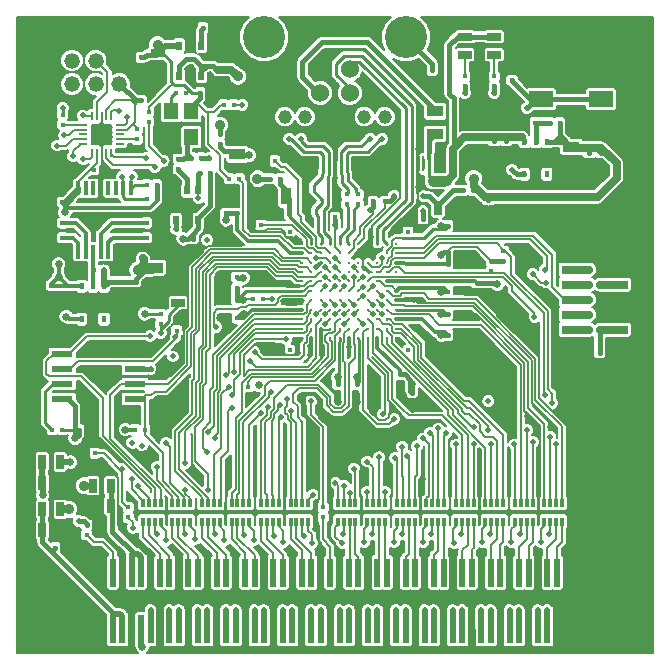
<source format=gtl>
G04 (created by PCBNEW (2013-07-07 BZR 4022)-stable) date 10/24/2013 12:22:47 AM*
%MOIN*%
G04 Gerber Fmt 3.4, Leading zero omitted, Abs format*
%FSLAX34Y34*%
G01*
G70*
G90*
G04 APERTURE LIST*
%ADD10C,0.00590551*%
%ADD11C,0.14*%
%ADD12C,0.06*%
%ADD13C,0.046*%
%ADD14R,0.03X0.008*%
%ADD15R,0.008X0.03*%
%ADD16R,0.02X0.02*%
%ADD17R,0.06X0.06*%
%ADD18R,0.0197X0.0945*%
%ADD19C,0.08*%
%ADD20C,0.13*%
%ADD21C,0.052*%
%ADD22R,0.0787X0.0551*%
%ADD23R,0.00984252X0.0216535*%
%ADD24R,0.015748X0.0216535*%
%ADD25R,0.081X0.0275*%
%ADD26O,0.042X0.0275*%
%ADD27R,0.0472X0.0551*%
%ADD28R,0.015748X0.015748*%
%ADD29C,0.0125*%
%ADD30C,0.02*%
%ADD31R,0.0551X0.0354*%
%ADD32R,0.0551X0.035*%
%ADD33R,0.0354X0.0551*%
%ADD34R,0.035X0.0551*%
%ADD35R,0.02X0.03*%
%ADD36R,0.03X0.026*%
%ADD37R,0.0177X0.024*%
%ADD38R,0.076X0.042*%
%ADD39R,0.0138X0.0453*%
%ADD40R,0.0177X0.0157*%
%ADD41R,0.0157X0.0177*%
%ADD42C,0.025*%
%ADD43C,0.036*%
%ADD44R,0.012X0.031*%
%ADD45R,0.025X0.045*%
%ADD46R,0.045X0.025*%
%ADD47R,0.0709X0.0236*%
%ADD48C,0.016*%
%ADD49C,0.006*%
%ADD50C,0.008*%
%ADD51C,0.02*%
%ADD52C,0.01*%
%ADD53C,0.014*%
%ADD54C,0.015*%
%ADD55C,0.011*%
%ADD56C,0.0098*%
%ADD57C,0.03*%
%ADD58C,0.012*%
%ADD59C,0.025*%
%ADD60C,0.009*%
%ADD61C,0.018*%
%ADD62C,0.036*%
G04 APERTURE END LIST*
G54D10*
G54D11*
X20464Y-12909D03*
G54D12*
X22342Y-14763D03*
X23326Y-14763D03*
G54D11*
X25204Y-12909D03*
G54D12*
X22342Y-13976D03*
X23326Y-13976D03*
G54D13*
X22834Y-15551D03*
X21850Y-15551D03*
X21161Y-15551D03*
X24507Y-15551D03*
X23818Y-15551D03*
G54D14*
X14453Y-15827D03*
G54D15*
X14745Y-16747D03*
G54D14*
X15664Y-16455D03*
G54D15*
X15373Y-15536D03*
G54D14*
X14453Y-15984D03*
G54D15*
X14902Y-16747D03*
G54D14*
X15664Y-16298D03*
G54D15*
X15216Y-15536D03*
G54D14*
X14453Y-16141D03*
G54D15*
X15059Y-16747D03*
G54D14*
X15664Y-16141D03*
G54D15*
X15059Y-15536D03*
G54D14*
X14453Y-16298D03*
G54D15*
X15216Y-16747D03*
G54D14*
X15664Y-15984D03*
G54D15*
X14902Y-15536D03*
G54D14*
X14453Y-16455D03*
G54D15*
X15373Y-16747D03*
G54D14*
X15664Y-15827D03*
G54D15*
X14745Y-15536D03*
G54D16*
X14901Y-15984D03*
X15216Y-15984D03*
X15216Y-16299D03*
X14901Y-16299D03*
G54D17*
X15059Y-16141D03*
G54D18*
X30552Y-30747D03*
X30552Y-32637D03*
X30237Y-30747D03*
X30237Y-32637D03*
X29922Y-30747D03*
X29922Y-32637D03*
X29607Y-30747D03*
X29607Y-32637D03*
X29292Y-30747D03*
X29292Y-32637D03*
X28977Y-30747D03*
X28977Y-32637D03*
X28662Y-30747D03*
X28662Y-32637D03*
X28347Y-30747D03*
X28347Y-32637D03*
X28032Y-30747D03*
X28032Y-32637D03*
X27717Y-30747D03*
X27717Y-32637D03*
X27402Y-30747D03*
X27402Y-32637D03*
X27087Y-30747D03*
X27087Y-32637D03*
X26772Y-30747D03*
X26772Y-32637D03*
X26457Y-30747D03*
X26457Y-32637D03*
X26142Y-30747D03*
X26142Y-32637D03*
X25827Y-30747D03*
X25827Y-32637D03*
X25512Y-30747D03*
X25512Y-32637D03*
X25197Y-30747D03*
X25197Y-32637D03*
X24882Y-30747D03*
X24882Y-32637D03*
X24567Y-30747D03*
X24567Y-32637D03*
X24252Y-30747D03*
X24252Y-32637D03*
X23937Y-30747D03*
X23937Y-32637D03*
X23622Y-30747D03*
X23622Y-32637D03*
X23307Y-30747D03*
X23307Y-32637D03*
X22992Y-30747D03*
X22992Y-32637D03*
X22677Y-30747D03*
X22677Y-32637D03*
X22362Y-30747D03*
X22362Y-32637D03*
X22047Y-30747D03*
X22047Y-32637D03*
X21732Y-30747D03*
X21732Y-32637D03*
X21417Y-30747D03*
X21417Y-32637D03*
X21102Y-30747D03*
X21102Y-32637D03*
X20787Y-30747D03*
X20787Y-32637D03*
X20472Y-30747D03*
X20472Y-32637D03*
X20157Y-30747D03*
X20157Y-32637D03*
X19842Y-30747D03*
X19842Y-32637D03*
X19527Y-30747D03*
X19527Y-32637D03*
X19212Y-30747D03*
X19212Y-32637D03*
X18897Y-30747D03*
X18897Y-32637D03*
X18582Y-30747D03*
X18582Y-32637D03*
X18267Y-30747D03*
X18267Y-32637D03*
X17952Y-30747D03*
X17952Y-32637D03*
X17637Y-30747D03*
X17637Y-32637D03*
X17322Y-30747D03*
X17322Y-32637D03*
X17007Y-30747D03*
X17007Y-32637D03*
X16692Y-30747D03*
X16692Y-32637D03*
X16377Y-30747D03*
X16377Y-32637D03*
X16062Y-30747D03*
X16062Y-32637D03*
X15747Y-30747D03*
X15747Y-32637D03*
X15432Y-30747D03*
X15432Y-32637D03*
X15117Y-30747D03*
X15117Y-32637D03*
G54D19*
X31535Y-31692D03*
G54D12*
X14133Y-31692D03*
G54D20*
X12992Y-31692D03*
X32677Y-31692D03*
G54D21*
X14074Y-13681D03*
X14074Y-14468D03*
X14862Y-13681D03*
X14862Y-14468D03*
X15649Y-13681D03*
X15649Y-14468D03*
G54D22*
X31708Y-13373D03*
X31708Y-14973D03*
X29708Y-13373D03*
X29708Y-14973D03*
G54D23*
X22440Y-16972D03*
G54D24*
X22834Y-16972D03*
G54D23*
X22637Y-16972D03*
X23228Y-16972D03*
X23031Y-16972D03*
X23031Y-17279D03*
X23228Y-17279D03*
X22637Y-17279D03*
G54D24*
X22834Y-17279D03*
G54D23*
X22440Y-17279D03*
X25196Y-16972D03*
G54D24*
X25590Y-16972D03*
G54D23*
X25393Y-16972D03*
X25984Y-16972D03*
X25787Y-16972D03*
X25787Y-17279D03*
X25984Y-17279D03*
X25393Y-17279D03*
G54D24*
X25590Y-17279D03*
G54D23*
X25196Y-17279D03*
G54D25*
X30796Y-22653D03*
X30796Y-22153D03*
X30796Y-21653D03*
X30796Y-21153D03*
X30796Y-20653D03*
G54D26*
X31746Y-22653D03*
X31246Y-22653D03*
X31746Y-22153D03*
X31246Y-22153D03*
X31746Y-21653D03*
X31246Y-21653D03*
X31746Y-21153D03*
X31246Y-21153D03*
X31746Y-20653D03*
X31246Y-20653D03*
G54D25*
X32196Y-20653D03*
X32196Y-21153D03*
X32196Y-21653D03*
X32196Y-22153D03*
X32196Y-22653D03*
G54D27*
X18051Y-15374D03*
X18051Y-16240D03*
X17381Y-15374D03*
X17381Y-16240D03*
G54D28*
X25275Y-23326D03*
X21338Y-23326D03*
X25275Y-19389D03*
G54D29*
X21732Y-19783D03*
X21732Y-20098D03*
X21732Y-20413D03*
X21732Y-20728D03*
X21732Y-21043D03*
X21732Y-21358D03*
X21732Y-21673D03*
X21732Y-21988D03*
X21732Y-22303D03*
X21732Y-22618D03*
X21732Y-22933D03*
X22047Y-19783D03*
X22047Y-20098D03*
X22047Y-20413D03*
X22047Y-20728D03*
X22047Y-21043D03*
X22047Y-21358D03*
X22047Y-21673D03*
X22047Y-21988D03*
X22047Y-22303D03*
X22047Y-22618D03*
X22047Y-22933D03*
X22362Y-19783D03*
X22362Y-20098D03*
X22362Y-20413D03*
X22362Y-20728D03*
X22362Y-21043D03*
X22362Y-21358D03*
X22362Y-21673D03*
X22362Y-21988D03*
X22362Y-22303D03*
X22362Y-22618D03*
X22362Y-22933D03*
X22677Y-19783D03*
X22677Y-20098D03*
X22677Y-20413D03*
X22677Y-20728D03*
X22677Y-21043D03*
X22677Y-21358D03*
X22677Y-21673D03*
X22677Y-21988D03*
X22677Y-22303D03*
X22677Y-22618D03*
X22677Y-22933D03*
X22992Y-19783D03*
X22992Y-20098D03*
X22992Y-20413D03*
X22992Y-20728D03*
X22992Y-21043D03*
X22992Y-21358D03*
X22992Y-21673D03*
X22992Y-21988D03*
X22992Y-22303D03*
X22992Y-22618D03*
X22992Y-22933D03*
X23307Y-19783D03*
X23307Y-20098D03*
X23307Y-20413D03*
X23307Y-20728D03*
X23307Y-21043D03*
X23307Y-21358D03*
X23307Y-21673D03*
X23307Y-21988D03*
X23307Y-22303D03*
X23307Y-22618D03*
X23307Y-22933D03*
X23622Y-19783D03*
X23622Y-20098D03*
X23622Y-20413D03*
X23622Y-20728D03*
X23622Y-21043D03*
X23622Y-21358D03*
X23622Y-21673D03*
X23622Y-21988D03*
X23622Y-22303D03*
X23622Y-22618D03*
X23622Y-22933D03*
X23937Y-19783D03*
X23937Y-20098D03*
X23937Y-20413D03*
X23937Y-20728D03*
X23937Y-21043D03*
X23937Y-21358D03*
X23937Y-21673D03*
X23937Y-21988D03*
X23937Y-22303D03*
X23937Y-22618D03*
X23937Y-22933D03*
X24252Y-19783D03*
X24252Y-20098D03*
X24252Y-20413D03*
X24252Y-20728D03*
X24252Y-21043D03*
X24252Y-21358D03*
X24252Y-21673D03*
X24252Y-21988D03*
X24252Y-22303D03*
X24252Y-22618D03*
X24252Y-22933D03*
X24567Y-19783D03*
X24567Y-20098D03*
X24567Y-20413D03*
X24567Y-20728D03*
X24567Y-21043D03*
X24567Y-21358D03*
X24567Y-21673D03*
X24567Y-21988D03*
X24567Y-22303D03*
X24567Y-22618D03*
X24567Y-22933D03*
X24882Y-19783D03*
X24882Y-20098D03*
X24882Y-20413D03*
X24882Y-20728D03*
X24882Y-21043D03*
X24882Y-21358D03*
X24882Y-21673D03*
X24882Y-21988D03*
X24882Y-22303D03*
X24882Y-22618D03*
X24882Y-22933D03*
G54D28*
X21338Y-19389D03*
G54D30*
X17637Y-30118D03*
X20472Y-30118D03*
X22362Y-30118D03*
X24881Y-30118D03*
X26771Y-30118D03*
X29606Y-30118D03*
X30551Y-30118D03*
X15748Y-30118D03*
X16692Y-30118D03*
X19527Y-30118D03*
X22992Y-30118D03*
X25826Y-30118D03*
X27716Y-30118D03*
X28661Y-30118D03*
X18582Y-30118D03*
X23612Y-16295D03*
X27716Y-31377D03*
X15748Y-31377D03*
X28661Y-31377D03*
X22992Y-31377D03*
X16692Y-31377D03*
X17637Y-31377D03*
X22112Y-16295D03*
X22677Y-32007D03*
X23622Y-32007D03*
X28346Y-32007D03*
X30551Y-31377D03*
X24881Y-31377D03*
X19527Y-31377D03*
X20472Y-31377D03*
X15118Y-31377D03*
X22362Y-31377D03*
X29606Y-31377D03*
X29291Y-32007D03*
X25511Y-32007D03*
X22204Y-22145D03*
X22834Y-20885D03*
X24409Y-21515D03*
X24409Y-22145D03*
X24409Y-21830D03*
X24094Y-22145D03*
X24094Y-21830D03*
X24094Y-21200D03*
X23149Y-21200D03*
X22519Y-21200D03*
X22519Y-21830D03*
X22519Y-20885D03*
X22834Y-21200D03*
X22519Y-22145D03*
X22834Y-21830D03*
X22834Y-22145D03*
X23149Y-22145D03*
X23149Y-21830D03*
X23464Y-21830D03*
X23779Y-21515D03*
X23464Y-22145D03*
X20912Y-16295D03*
X22834Y-16633D03*
X24812Y-16295D03*
X22047Y-18996D03*
X23464Y-20570D03*
X22834Y-20255D03*
X17204Y-26437D03*
X22204Y-20255D03*
X23779Y-20885D03*
X23149Y-20885D03*
X22834Y-20570D03*
X22519Y-20570D03*
X23464Y-20885D03*
X24409Y-20255D03*
X25787Y-18681D03*
X29251Y-25531D03*
X30019Y-25885D03*
X21456Y-21712D03*
X24803Y-18188D03*
X24015Y-18661D03*
X22834Y-18287D03*
X16377Y-14192D03*
X25196Y-18956D03*
X14311Y-30236D03*
X17874Y-22283D03*
X25620Y-17883D03*
X28740Y-17322D03*
X30551Y-32007D03*
X25826Y-31377D03*
X23937Y-31377D03*
X14921Y-29488D03*
X20078Y-19330D03*
X24566Y-32007D03*
X26456Y-32007D03*
X30236Y-32007D03*
X26771Y-31377D03*
X21417Y-31377D03*
X27401Y-32007D03*
X18582Y-31377D03*
X21417Y-30118D03*
X30216Y-26476D03*
X20236Y-24842D03*
X25787Y-18208D03*
X26870Y-26476D03*
X23937Y-30118D03*
X29429Y-26397D03*
X28818Y-26476D03*
X20610Y-25216D03*
X21003Y-25157D03*
X21023Y-25551D03*
X21240Y-24960D03*
X21377Y-25354D03*
X30235Y-33267D03*
X15117Y-30118D03*
X25078Y-23129D03*
X21751Y-24921D03*
X22401Y-23208D03*
X22007Y-23208D03*
X24704Y-19429D03*
X24094Y-20255D03*
X25472Y-21673D03*
X21535Y-19586D03*
X24035Y-19547D03*
X17007Y-32007D03*
X19842Y-32007D03*
X21732Y-32007D03*
X24566Y-33267D03*
X27401Y-33267D03*
X16417Y-21683D03*
X30551Y-33267D03*
X23779Y-20255D03*
X18129Y-27362D03*
X16929Y-26003D03*
X17539Y-17696D03*
X17716Y-23474D03*
X17519Y-16673D03*
X17952Y-33267D03*
X17007Y-33267D03*
X14901Y-32007D03*
X21312Y-16295D03*
X21712Y-16295D03*
X24412Y-16295D03*
X24012Y-16295D03*
X29980Y-29468D03*
X29921Y-32007D03*
X19842Y-33267D03*
X29291Y-33267D03*
X18897Y-33267D03*
X26456Y-33267D03*
X15029Y-18336D03*
X23779Y-22460D03*
X20787Y-32007D03*
X16062Y-32007D03*
X17952Y-32007D03*
X20787Y-33267D03*
X23779Y-19940D03*
X21161Y-21122D03*
X23307Y-23228D03*
X20019Y-16062D03*
X22834Y-17598D03*
X21535Y-23129D03*
X24311Y-17834D03*
X28346Y-33267D03*
X16141Y-16633D03*
X22834Y-19173D03*
X22047Y-25039D03*
X31692Y-24212D03*
X22519Y-22460D03*
X23759Y-21220D03*
X23149Y-22460D03*
X13631Y-21614D03*
X23622Y-33267D03*
X22677Y-33267D03*
X21732Y-33267D03*
X18897Y-32007D03*
X13454Y-19340D03*
X25511Y-33267D03*
X16870Y-19340D03*
X25620Y-16633D03*
G54D31*
X30708Y-16555D03*
G54D32*
X30708Y-17303D03*
G54D31*
X26181Y-15374D03*
G54D32*
X26181Y-16122D03*
G54D31*
X16830Y-20590D03*
G54D32*
X16830Y-21338D03*
G54D31*
X19586Y-16811D03*
G54D32*
X19586Y-16063D03*
G54D33*
X21220Y-18208D03*
G54D34*
X20472Y-18208D03*
G54D35*
X18288Y-18003D03*
X17538Y-18003D03*
X18288Y-19003D03*
X17913Y-18003D03*
X17538Y-19003D03*
X17636Y-14181D03*
X18386Y-14181D03*
X17636Y-13181D03*
X18011Y-14181D03*
X18386Y-13181D03*
G54D36*
X15063Y-21881D03*
X14463Y-21881D03*
X14463Y-21621D03*
X14763Y-21881D03*
G54D37*
X14389Y-22296D03*
X14763Y-22296D03*
X15137Y-22296D03*
X15137Y-21206D03*
X14763Y-21206D03*
X14389Y-21206D03*
G54D36*
X15063Y-21621D03*
X14763Y-21621D03*
G54D38*
X14763Y-21751D03*
G54D36*
X29827Y-17059D03*
X29227Y-17059D03*
X29227Y-16799D03*
X29527Y-17059D03*
G54D37*
X29153Y-17474D03*
X29527Y-17474D03*
X29901Y-17474D03*
X29901Y-16384D03*
X29527Y-16384D03*
X29153Y-16384D03*
G54D36*
X29827Y-16799D03*
X29527Y-16799D03*
G54D38*
X29527Y-16929D03*
G54D39*
X16032Y-17942D03*
X15782Y-17942D03*
X15532Y-17942D03*
X15282Y-17942D03*
X15032Y-17942D03*
X14782Y-17942D03*
X14532Y-17942D03*
X14282Y-17942D03*
X14282Y-20050D03*
X14532Y-20050D03*
X14782Y-20050D03*
X15032Y-20050D03*
X15282Y-20050D03*
X15532Y-20050D03*
X15782Y-20050D03*
X16032Y-20050D03*
G54D40*
X16377Y-15009D03*
X16377Y-14675D03*
G54D41*
X19556Y-21673D03*
X19222Y-21673D03*
G54D40*
X27952Y-21092D03*
X27952Y-21426D03*
X15826Y-21053D03*
X15826Y-21387D03*
X16377Y-13573D03*
X16377Y-13907D03*
X23622Y-18474D03*
X23622Y-18140D03*
X23228Y-18474D03*
X23228Y-18140D03*
G54D41*
X18336Y-14763D03*
X18670Y-14763D03*
X13415Y-19094D03*
X13749Y-19094D03*
G54D40*
X19192Y-18769D03*
X19192Y-18435D03*
X16633Y-15718D03*
X16633Y-15384D03*
G54D41*
X16899Y-19094D03*
X16565Y-19094D03*
G54D40*
X22834Y-18907D03*
X22834Y-18573D03*
G54D41*
X14793Y-20669D03*
X15127Y-20669D03*
X16899Y-19586D03*
X16565Y-19586D03*
G54D40*
X24114Y-18375D03*
X24114Y-18041D03*
G54D41*
X21308Y-18799D03*
X20974Y-18799D03*
G54D40*
X28740Y-14340D03*
X28740Y-14006D03*
X25000Y-24144D03*
X25000Y-24478D03*
X20374Y-18829D03*
X20374Y-19163D03*
G54D41*
X31663Y-23425D03*
X31329Y-23425D03*
X19655Y-17618D03*
X19321Y-17618D03*
X20502Y-17027D03*
X20836Y-17027D03*
X13415Y-19586D03*
X13749Y-19586D03*
X26604Y-20472D03*
X26938Y-20472D03*
G54D40*
X18110Y-19616D03*
X18110Y-19950D03*
G54D41*
X25443Y-18956D03*
X25777Y-18956D03*
G54D40*
X13877Y-21191D03*
X13877Y-21525D03*
G54D41*
X26604Y-20078D03*
X26938Y-20078D03*
X26604Y-22145D03*
X26938Y-22145D03*
G54D40*
X25413Y-24754D03*
X25413Y-25088D03*
G54D41*
X13749Y-18405D03*
X13415Y-18405D03*
G54D40*
X19586Y-18769D03*
X19586Y-18435D03*
G54D41*
X19556Y-21279D03*
X19222Y-21279D03*
G54D40*
X27559Y-21092D03*
X27559Y-21426D03*
X16200Y-21053D03*
X16200Y-21387D03*
X13385Y-21191D03*
X13385Y-21525D03*
X24507Y-18375D03*
X24507Y-18041D03*
G54D41*
X19458Y-15157D03*
X19124Y-15157D03*
X18041Y-16929D03*
X18375Y-16929D03*
G54D40*
X13759Y-15816D03*
X13759Y-15482D03*
X28051Y-20698D03*
X28051Y-20364D03*
X28444Y-20029D03*
X28444Y-20363D03*
X16240Y-16308D03*
X16240Y-15974D03*
X17618Y-16958D03*
X17618Y-17292D03*
G54D41*
X18336Y-17421D03*
X18670Y-17421D03*
G54D40*
X28149Y-14537D03*
X28149Y-14203D03*
X27165Y-14537D03*
X27165Y-14203D03*
G54D41*
X17549Y-14763D03*
X17883Y-14763D03*
G54D40*
X14566Y-29497D03*
X14566Y-29163D03*
G54D41*
X18435Y-12598D03*
X18769Y-12598D03*
X29163Y-15748D03*
X29497Y-15748D03*
X29990Y-15748D03*
X30324Y-15748D03*
X16565Y-18307D03*
X16899Y-18307D03*
X16565Y-17814D03*
X16899Y-17814D03*
G54D40*
X15944Y-28907D03*
X15944Y-28573D03*
X22440Y-28907D03*
X22440Y-28573D03*
G54D42*
X26082Y-14665D03*
X26377Y-19192D03*
X22933Y-24232D03*
X26377Y-22834D03*
X26377Y-21397D03*
X19783Y-20925D03*
X23562Y-24232D03*
X13631Y-20462D03*
X13631Y-20895D03*
X13838Y-18740D03*
X13877Y-22214D03*
X15846Y-25984D03*
X19192Y-18996D03*
X26377Y-20177D03*
X19783Y-21673D03*
X16427Y-20275D03*
X25413Y-24448D03*
X26377Y-22145D03*
X16850Y-18799D03*
X16850Y-19881D03*
X13464Y-19881D03*
X13464Y-18740D03*
X13454Y-21909D03*
X13877Y-21850D03*
X14173Y-26279D03*
X16496Y-22125D03*
X17775Y-19625D03*
G54D43*
X15748Y-20570D03*
X16259Y-20669D03*
X16013Y-21761D03*
X16830Y-21751D03*
G54D44*
X17026Y-28426D03*
X16829Y-28426D03*
X16633Y-28426D03*
X16436Y-28426D03*
X16436Y-29055D03*
X16633Y-29055D03*
X16829Y-29055D03*
X17026Y-29055D03*
X18010Y-28426D03*
X17813Y-28426D03*
X17617Y-28426D03*
X17420Y-28426D03*
X17420Y-29055D03*
X17617Y-29055D03*
X17813Y-29055D03*
X18010Y-29055D03*
X18995Y-28426D03*
X18798Y-28426D03*
X18602Y-28426D03*
X18405Y-28426D03*
X18405Y-29055D03*
X18602Y-29055D03*
X18798Y-29055D03*
X18995Y-29055D03*
X19979Y-28426D03*
X19782Y-28426D03*
X19586Y-28426D03*
X19389Y-28426D03*
X19389Y-29055D03*
X19586Y-29055D03*
X19782Y-29055D03*
X19979Y-29055D03*
X20963Y-28426D03*
X20766Y-28426D03*
X20570Y-28426D03*
X20373Y-28426D03*
X20373Y-29055D03*
X20570Y-29055D03*
X20766Y-29055D03*
X20963Y-29055D03*
X23522Y-28426D03*
X23325Y-28426D03*
X23129Y-28426D03*
X22932Y-28426D03*
X22932Y-29055D03*
X23129Y-29055D03*
X23325Y-29055D03*
X23522Y-29055D03*
X24506Y-28426D03*
X24309Y-28426D03*
X24113Y-28426D03*
X23916Y-28426D03*
X23916Y-29055D03*
X24113Y-29055D03*
X24309Y-29055D03*
X24506Y-29055D03*
X25491Y-28426D03*
X25294Y-28426D03*
X25098Y-28426D03*
X24901Y-28426D03*
X24901Y-29055D03*
X25098Y-29055D03*
X25294Y-29055D03*
X25491Y-29055D03*
X26475Y-28426D03*
X26278Y-28426D03*
X26082Y-28426D03*
X25885Y-28426D03*
X25885Y-29055D03*
X26082Y-29055D03*
X26278Y-29055D03*
X26475Y-29055D03*
X21947Y-28426D03*
X21750Y-28426D03*
X21554Y-28426D03*
X21357Y-28426D03*
X21357Y-29055D03*
X21554Y-29055D03*
X21750Y-29055D03*
X21947Y-29055D03*
X27459Y-28426D03*
X27262Y-28426D03*
X27066Y-28426D03*
X26869Y-28426D03*
X26869Y-29055D03*
X27066Y-29055D03*
X27262Y-29055D03*
X27459Y-29055D03*
X28443Y-28426D03*
X28246Y-28426D03*
X28050Y-28426D03*
X27853Y-28426D03*
X27853Y-29055D03*
X28050Y-29055D03*
X28246Y-29055D03*
X28443Y-29055D03*
X29428Y-28426D03*
X29231Y-28426D03*
X29035Y-28426D03*
X28838Y-28426D03*
X28838Y-29055D03*
X29035Y-29055D03*
X29231Y-29055D03*
X29428Y-29055D03*
X30412Y-28426D03*
X30215Y-28426D03*
X30019Y-28426D03*
X29822Y-28426D03*
X29822Y-29055D03*
X30019Y-29055D03*
X30215Y-29055D03*
X30412Y-29055D03*
G54D43*
X13976Y-28641D03*
G54D45*
X13085Y-29330D03*
X13685Y-29330D03*
X13085Y-27755D03*
X13685Y-27755D03*
G54D41*
X13514Y-29921D03*
X13848Y-29921D03*
G54D46*
X16929Y-13440D03*
X16929Y-14040D03*
G54D43*
X13976Y-29330D03*
G54D40*
X26082Y-14340D03*
X26082Y-14006D03*
G54D41*
X21013Y-17618D03*
X20679Y-17618D03*
G54D40*
X18996Y-16466D03*
X18996Y-16132D03*
G54D41*
X27096Y-18011D03*
X27430Y-18011D03*
G54D40*
X28543Y-16368D03*
X28543Y-16702D03*
X31692Y-16762D03*
X31692Y-17096D03*
X28149Y-16368D03*
X28149Y-16702D03*
G54D41*
X14793Y-17322D03*
X15127Y-17322D03*
G54D45*
X26274Y-18602D03*
X26874Y-18602D03*
G54D40*
X31299Y-16762D03*
X31299Y-17096D03*
G54D43*
X20255Y-17618D03*
X27755Y-16929D03*
X26574Y-17696D03*
X26102Y-17696D03*
X19606Y-14212D03*
X27460Y-17618D03*
X18996Y-15826D03*
X20059Y-18208D03*
G54D42*
X13818Y-28169D03*
X24763Y-17755D03*
X23858Y-17755D03*
X20157Y-18641D03*
X14881Y-28917D03*
X20610Y-18641D03*
G54D30*
X22204Y-20570D03*
G54D42*
X14015Y-27066D03*
X16023Y-33228D03*
X15118Y-33228D03*
G54D30*
X19527Y-32007D03*
X23070Y-29763D03*
X22362Y-32007D03*
X22066Y-29763D03*
X21791Y-29527D03*
X22047Y-32007D03*
X21417Y-32007D03*
X21122Y-29724D03*
X21102Y-32007D03*
X20807Y-29527D03*
X20472Y-32007D03*
X20137Y-29665D03*
X20157Y-32007D03*
X19822Y-29488D03*
X22992Y-32007D03*
X19153Y-29665D03*
X19212Y-32007D03*
X18838Y-29468D03*
X18582Y-32007D03*
X18169Y-29645D03*
X18267Y-32007D03*
X17854Y-29468D03*
X17637Y-32007D03*
X17204Y-29665D03*
X17322Y-32007D03*
X16909Y-29468D03*
X16692Y-32007D03*
X16102Y-29251D03*
X26141Y-32007D03*
X29606Y-32007D03*
X28976Y-32007D03*
X28996Y-29468D03*
X28661Y-32007D03*
X28720Y-29744D03*
X28031Y-32007D03*
X28011Y-29468D03*
X27716Y-32007D03*
X27755Y-29744D03*
X27086Y-32007D03*
X27027Y-29468D03*
X26771Y-32007D03*
X26811Y-29763D03*
X29704Y-29744D03*
X26043Y-29468D03*
X25826Y-32007D03*
X25787Y-29744D03*
X25059Y-29468D03*
X25196Y-32007D03*
X24881Y-32007D03*
X24803Y-29744D03*
X24251Y-32007D03*
X24074Y-29468D03*
X23937Y-32007D03*
X23818Y-29744D03*
X23307Y-32007D03*
X23090Y-29448D03*
G54D45*
X13085Y-27066D03*
X13685Y-27066D03*
X13085Y-28641D03*
X13685Y-28641D03*
X15359Y-27854D03*
X14759Y-27854D03*
G54D41*
X15422Y-29133D03*
X15088Y-29133D03*
G54D46*
X27165Y-13488D03*
X27165Y-12888D03*
X28149Y-13488D03*
X28149Y-12888D03*
G54D45*
X15359Y-28543D03*
X14759Y-28543D03*
G54D43*
X14468Y-27854D03*
G54D42*
X13090Y-28169D03*
X16417Y-33228D03*
X14665Y-26279D03*
G54D43*
X24311Y-17303D03*
G54D41*
X26604Y-19192D03*
X26938Y-19192D03*
X19556Y-20885D03*
X19222Y-20885D03*
X19576Y-22263D03*
X19242Y-22263D03*
G54D40*
X27952Y-18336D03*
X27952Y-18670D03*
G54D41*
X26604Y-21397D03*
X26938Y-21397D03*
X26604Y-22834D03*
X26938Y-22834D03*
G54D40*
X22933Y-24478D03*
X22933Y-24812D03*
X23562Y-24478D03*
X23562Y-24812D03*
G54D42*
X27165Y-22834D03*
X27165Y-22145D03*
X27165Y-21397D03*
X28248Y-21515D03*
X25000Y-24724D03*
X23562Y-25059D03*
X22933Y-25059D03*
X31102Y-23425D03*
X27165Y-20492D03*
X27165Y-20118D03*
X27165Y-19192D03*
X28248Y-21141D03*
X19822Y-22125D03*
X18996Y-21279D03*
X19015Y-22263D03*
X18996Y-21673D03*
X15629Y-23462D03*
X18996Y-20885D03*
X19980Y-16830D03*
G54D43*
X19586Y-15728D03*
X27224Y-18602D03*
X16929Y-13149D03*
G54D30*
X29488Y-22224D03*
X29429Y-20807D03*
X29862Y-21082D03*
X29842Y-20649D03*
X20728Y-21614D03*
X18582Y-19665D03*
G54D45*
X26766Y-16929D03*
X27366Y-16929D03*
G54D46*
X19094Y-13981D03*
X19094Y-13381D03*
G54D30*
X19409Y-24842D03*
X19488Y-24055D03*
X20000Y-23681D03*
X25255Y-26870D03*
X25078Y-26555D03*
X18562Y-26732D03*
X20708Y-24744D03*
X19409Y-25255D03*
X20374Y-25433D03*
X26003Y-26082D03*
X21220Y-22972D03*
X20157Y-23405D03*
X26555Y-26102D03*
X24429Y-25472D03*
X19291Y-24566D03*
X26279Y-25944D03*
X15748Y-27303D03*
X24842Y-26929D03*
X27460Y-26476D03*
X29842Y-24842D03*
X30078Y-25098D03*
X16062Y-27618D03*
X29232Y-26003D03*
X30019Y-26220D03*
X27933Y-26003D03*
X27460Y-25905D03*
X28051Y-26476D03*
X16259Y-27874D03*
X27952Y-25039D03*
X19212Y-24173D03*
X25767Y-26279D03*
X25570Y-26535D03*
X18622Y-26062D03*
X18838Y-26279D03*
X24311Y-26909D03*
G54D47*
X13747Y-24962D03*
X16173Y-24962D03*
X13747Y-24462D03*
X13747Y-23962D03*
X13747Y-23462D03*
X16173Y-24462D03*
X16173Y-23962D03*
X16173Y-23462D03*
G54D42*
X20295Y-24507D03*
G54D46*
X17618Y-21156D03*
X17618Y-21756D03*
G54D41*
X20442Y-21614D03*
X20108Y-21614D03*
G54D40*
X19940Y-24891D03*
X19940Y-24557D03*
G54D41*
X13415Y-25984D03*
X13749Y-25984D03*
G54D40*
X17559Y-22352D03*
X17559Y-22686D03*
G54D41*
X16505Y-25984D03*
X16171Y-25984D03*
X14301Y-25984D03*
X14635Y-25984D03*
G54D40*
X17027Y-22470D03*
X17027Y-22136D03*
G54D30*
X17027Y-22775D03*
X16751Y-26948D03*
X19251Y-22578D03*
X21594Y-23444D03*
X22007Y-23503D03*
X16692Y-23462D03*
X25413Y-25314D03*
X18425Y-19940D03*
X21122Y-21712D03*
X14970Y-24212D03*
X22401Y-23503D03*
X18877Y-22559D03*
X17854Y-27086D03*
X17854Y-27992D03*
X24507Y-28051D03*
X16692Y-23956D03*
X16909Y-27224D03*
X17519Y-22903D03*
X16673Y-22874D03*
X16397Y-26515D03*
X16082Y-26417D03*
X23326Y-28110D03*
X22854Y-27755D03*
X23149Y-27854D03*
X18602Y-27992D03*
X23464Y-27283D03*
X23917Y-28051D03*
X23917Y-27047D03*
G54D41*
X14498Y-26771D03*
X14832Y-26771D03*
G54D30*
X17440Y-23543D03*
X18641Y-16929D03*
X17539Y-19311D03*
X14291Y-29035D03*
X13582Y-16515D03*
X13818Y-16161D03*
X14429Y-15511D03*
X18287Y-18267D03*
X14114Y-16870D03*
X15748Y-17559D03*
X14448Y-16968D03*
X16062Y-17559D03*
X18671Y-15059D03*
X17204Y-16673D03*
X16929Y-16102D03*
X16240Y-12303D03*
X16732Y-14370D03*
X16929Y-16456D03*
X17125Y-14370D03*
X19045Y-12598D03*
X18671Y-14478D03*
G54D43*
X19094Y-13041D03*
G54D30*
X13759Y-15255D03*
X31692Y-17322D03*
X27893Y-17322D03*
X27480Y-18917D03*
X29704Y-12893D03*
X31496Y-17578D03*
X18011Y-13917D03*
X31712Y-12893D03*
X31299Y-17322D03*
X28661Y-17007D03*
X15905Y-15570D03*
X22106Y-28149D03*
X24803Y-25629D03*
X17125Y-17027D03*
X29232Y-15255D03*
X19744Y-15157D03*
X27165Y-14763D03*
X16830Y-17224D03*
X16535Y-16929D03*
X28149Y-14763D03*
X15649Y-15354D03*
G54D43*
X30708Y-17657D03*
G54D30*
X27952Y-19291D03*
X25767Y-27618D03*
G54D48*
X16377Y-13573D02*
X16485Y-13573D01*
X16885Y-13484D02*
X16929Y-13440D01*
X16574Y-13484D02*
X16885Y-13484D01*
X16485Y-13573D02*
X16574Y-13484D01*
G54D49*
X18997Y-16840D02*
X18997Y-17324D01*
X19291Y-17618D02*
X19321Y-17618D01*
X18997Y-17324D02*
X19291Y-17618D01*
X18622Y-15393D02*
X18622Y-16464D01*
X18622Y-16464D02*
X18997Y-16840D01*
X17657Y-14507D02*
X17362Y-14507D01*
X16633Y-15236D02*
X16633Y-15384D01*
X17362Y-14507D02*
X16633Y-15236D01*
G54D50*
X19124Y-15157D02*
X19055Y-15157D01*
X18248Y-15177D02*
X18051Y-15374D01*
X18307Y-15177D02*
X18248Y-15177D01*
X18523Y-15393D02*
X18307Y-15177D01*
X18818Y-15393D02*
X18622Y-15393D01*
X18622Y-15393D02*
X18523Y-15393D01*
X19055Y-15157D02*
X18818Y-15393D01*
G54D51*
X16929Y-13440D02*
X16929Y-13149D01*
X17636Y-13181D02*
X17188Y-13181D01*
X17188Y-13181D02*
X16929Y-13440D01*
G54D48*
X18336Y-14763D02*
X18336Y-14940D01*
X18051Y-15226D02*
X18051Y-15374D01*
X18336Y-14940D02*
X18051Y-15226D01*
G54D52*
X17883Y-14763D02*
X17883Y-14724D01*
X17883Y-14724D02*
X17957Y-14650D01*
X17657Y-14507D02*
X17814Y-14507D01*
X18070Y-14763D02*
X18336Y-14763D01*
X17814Y-14507D02*
X17957Y-14650D01*
X17957Y-14650D02*
X18070Y-14763D01*
X16929Y-13440D02*
X17101Y-13440D01*
X17490Y-14507D02*
X17657Y-14507D01*
X17381Y-14399D02*
X17490Y-14507D01*
X17381Y-13720D02*
X17381Y-14399D01*
X17101Y-13440D02*
X17381Y-13720D01*
G54D51*
X14015Y-27066D02*
X13685Y-27066D01*
G54D48*
X24114Y-18375D02*
X24114Y-18562D01*
X24114Y-18562D02*
X24015Y-18661D01*
G54D49*
X23464Y-19685D02*
X23464Y-19940D01*
G54D50*
X24114Y-18781D02*
X23678Y-19216D01*
X23678Y-19216D02*
X23678Y-19470D01*
X23678Y-19470D02*
X23464Y-19685D01*
X24114Y-18375D02*
X24114Y-18781D01*
G54D49*
X23464Y-19940D02*
X23307Y-20098D01*
G54D51*
X13090Y-28169D02*
X13090Y-27760D01*
X13090Y-27760D02*
X13085Y-27755D01*
X13085Y-27066D02*
X13085Y-27755D01*
X16377Y-32637D02*
X16377Y-33188D01*
X16377Y-33188D02*
X16417Y-33228D01*
G54D50*
X15432Y-30747D02*
X15432Y-30058D01*
X14576Y-29497D02*
X14566Y-29497D01*
X14803Y-29724D02*
X14576Y-29497D01*
X15098Y-29724D02*
X14803Y-29724D01*
X15432Y-30058D02*
X15098Y-29724D01*
G54D53*
X14282Y-20050D02*
X14282Y-19754D01*
X14114Y-19586D02*
X13749Y-19586D01*
X14282Y-19754D02*
X14114Y-19586D01*
X15282Y-20050D02*
X15282Y-19737D01*
X15433Y-19586D02*
X16565Y-19586D01*
X15282Y-19737D02*
X15433Y-19586D01*
X14532Y-20050D02*
X14532Y-19434D01*
X14192Y-19094D02*
X13749Y-19094D01*
X14532Y-19434D02*
X14192Y-19094D01*
X15032Y-20050D02*
X15032Y-19455D01*
X15393Y-19094D02*
X16565Y-19094D01*
X15032Y-19455D02*
X15393Y-19094D01*
X14782Y-20050D02*
X14782Y-21188D01*
X14782Y-21188D02*
X14763Y-21206D01*
X14782Y-20050D02*
X14782Y-20658D01*
X14782Y-20658D02*
X14793Y-20669D01*
G54D54*
X17913Y-18003D02*
X17913Y-17618D01*
X17618Y-17322D02*
X17618Y-17292D01*
X17913Y-17618D02*
X17618Y-17322D01*
G54D55*
X24442Y-19337D02*
X24442Y-19658D01*
X25393Y-18385D02*
X24442Y-19337D01*
X25393Y-18385D02*
X25393Y-17279D01*
X24442Y-19658D02*
X24567Y-19783D01*
G54D56*
X25393Y-16972D02*
X25393Y-16771D01*
G54D55*
X23326Y-14606D02*
X22874Y-14153D01*
X22874Y-14153D02*
X22874Y-13799D01*
X22874Y-13799D02*
X23149Y-13523D01*
X23149Y-13523D02*
X23733Y-13523D01*
X23733Y-13523D02*
X25393Y-15184D01*
X25393Y-15184D02*
X25393Y-16771D01*
X23326Y-14606D02*
X23326Y-14763D01*
G54D56*
X25393Y-16972D02*
X25393Y-17279D01*
G54D55*
X25196Y-18313D02*
X24252Y-19258D01*
X24252Y-19783D02*
X24252Y-19258D01*
X25196Y-18313D02*
X25196Y-17279D01*
G54D56*
X25196Y-16972D02*
X25196Y-17279D01*
G54D55*
X25196Y-16972D02*
X25196Y-15255D01*
X25196Y-15255D02*
X23654Y-13713D01*
X23326Y-13851D02*
X23326Y-13976D01*
X23464Y-13713D02*
X23326Y-13851D01*
X23654Y-13713D02*
X23464Y-13713D01*
G54D50*
X14453Y-15827D02*
X13770Y-15827D01*
X13770Y-15827D02*
X13759Y-15816D01*
G54D55*
X22408Y-18313D02*
X22408Y-18438D01*
X22204Y-18799D02*
X22282Y-18877D01*
X22204Y-18641D02*
X22204Y-18799D01*
X22408Y-18438D02*
X22204Y-18641D01*
X22408Y-17453D02*
X22408Y-17552D01*
X22125Y-18031D02*
X22408Y-18313D01*
X22125Y-17834D02*
X22125Y-18031D01*
X22408Y-17552D02*
X22125Y-17834D01*
X22421Y-19578D02*
X22421Y-19724D01*
X22440Y-17421D02*
X22408Y-17453D01*
X22282Y-18877D02*
X22282Y-19440D01*
X22282Y-19440D02*
X22421Y-19578D01*
X22440Y-17279D02*
X22440Y-17421D01*
X22421Y-19724D02*
X22362Y-19783D01*
X21312Y-16295D02*
X21374Y-16295D01*
X21804Y-16725D02*
X22335Y-16725D01*
X22335Y-16725D02*
X22447Y-16837D01*
X22447Y-16837D02*
X22447Y-16972D01*
X21374Y-16295D02*
X21804Y-16725D01*
G54D56*
X22440Y-16972D02*
X22440Y-17279D01*
G54D55*
X22472Y-18652D02*
X22472Y-19389D01*
X22677Y-19594D02*
X22677Y-19783D01*
X22472Y-19389D02*
X22677Y-19594D01*
X22598Y-17539D02*
X22598Y-18526D01*
X22637Y-17500D02*
X22598Y-17539D01*
X22637Y-17500D02*
X22637Y-17279D01*
X22598Y-18526D02*
X22472Y-18652D01*
X21712Y-16295D02*
X21712Y-16365D01*
X22637Y-16732D02*
X22637Y-16972D01*
X22637Y-16732D02*
X22440Y-16535D01*
X21882Y-16535D02*
X22440Y-16535D01*
X21712Y-16365D02*
X21882Y-16535D01*
G54D56*
X22637Y-16972D02*
X22637Y-17279D01*
G54D55*
X23457Y-18668D02*
X23457Y-19330D01*
X23248Y-19724D02*
X23307Y-19783D01*
X23248Y-19539D02*
X23248Y-19724D01*
X23457Y-19330D02*
X23248Y-19539D01*
X23622Y-18503D02*
X23457Y-18668D01*
X23622Y-18503D02*
X23622Y-18474D01*
X23228Y-17279D02*
X23228Y-17381D01*
X23533Y-18051D02*
X23622Y-18140D01*
X23533Y-17949D02*
X23533Y-18051D01*
X23260Y-17677D02*
X23533Y-17949D01*
X23260Y-17414D02*
X23260Y-17677D01*
X23228Y-17381D02*
X23260Y-17414D01*
G54D56*
X23228Y-16972D02*
X23228Y-17279D01*
G54D55*
X24412Y-16295D02*
X24354Y-16295D01*
X23228Y-16804D02*
X23228Y-16972D01*
X23307Y-16725D02*
X23228Y-16804D01*
X23924Y-16725D02*
X23307Y-16725D01*
X24354Y-16295D02*
X23924Y-16725D01*
X23267Y-18562D02*
X23267Y-19279D01*
X22992Y-19555D02*
X22992Y-19783D01*
X23267Y-19279D02*
X22992Y-19555D01*
X23228Y-18474D02*
X23228Y-18523D01*
X23228Y-18523D02*
X23267Y-18562D01*
X23070Y-17500D02*
X23070Y-17755D01*
X23031Y-17460D02*
X23070Y-17500D01*
X23031Y-17279D02*
X23031Y-17460D01*
X23267Y-18100D02*
X23228Y-18140D01*
X23267Y-17952D02*
X23267Y-18100D01*
X23070Y-17755D02*
X23267Y-17952D01*
G54D56*
X23031Y-16972D02*
X23031Y-17279D01*
G54D55*
X23720Y-16535D02*
X23228Y-16535D01*
X23031Y-16732D02*
X23228Y-16535D01*
X23031Y-16972D02*
X23031Y-16732D01*
X23960Y-16295D02*
X23720Y-16535D01*
X23960Y-16295D02*
X24012Y-16295D01*
G54D52*
X17549Y-14763D02*
X17500Y-14763D01*
X17381Y-14882D02*
X17381Y-15374D01*
X17500Y-14763D02*
X17381Y-14882D01*
G54D54*
X17913Y-16800D02*
X17913Y-16378D01*
X17913Y-16378D02*
X18051Y-16240D01*
X17913Y-16800D02*
X18041Y-16929D01*
X17618Y-16958D02*
X17785Y-16958D01*
X17814Y-16929D02*
X18041Y-16929D01*
X17785Y-16958D02*
X17814Y-16929D01*
G54D48*
X26181Y-15374D02*
X26181Y-15334D01*
X22283Y-14763D02*
X21751Y-14232D01*
X21751Y-14232D02*
X21751Y-13720D01*
X21751Y-13720D02*
X22401Y-13070D01*
X22401Y-13070D02*
X23917Y-13070D01*
X23917Y-13070D02*
X26181Y-15334D01*
X22283Y-14763D02*
X22342Y-14763D01*
G54D54*
X17538Y-19003D02*
X17538Y-19310D01*
X17538Y-19310D02*
X17539Y-19311D01*
X14566Y-29163D02*
X14566Y-29133D01*
X14566Y-29133D02*
X14468Y-29035D01*
X14468Y-29035D02*
X14291Y-29035D01*
G54D48*
X25787Y-18208D02*
X25984Y-18208D01*
X26274Y-18499D02*
X26274Y-18602D01*
X25984Y-18208D02*
X26274Y-18499D01*
X27096Y-18011D02*
X26771Y-18011D01*
X26771Y-18011D02*
X26274Y-18508D01*
X26274Y-18508D02*
X26274Y-18602D01*
X24803Y-18188D02*
X24803Y-18233D01*
X24661Y-18375D02*
X24507Y-18375D01*
X24803Y-18233D02*
X24661Y-18375D01*
G54D50*
X24507Y-18375D02*
X24507Y-18585D01*
X23818Y-19586D02*
X23622Y-19783D01*
X23818Y-19274D02*
X23818Y-19586D01*
X24507Y-18585D02*
X23818Y-19274D01*
G54D54*
X18641Y-16929D02*
X18375Y-16929D01*
G54D49*
X23622Y-20728D02*
X23621Y-20728D01*
X23621Y-20728D02*
X23464Y-20570D01*
X19783Y-19323D02*
X19783Y-17775D01*
X21424Y-19940D02*
X21013Y-19529D01*
X21013Y-19529D02*
X19989Y-19529D01*
X19989Y-19529D02*
X19783Y-19323D01*
X21798Y-19940D02*
X21424Y-19940D01*
X19655Y-17647D02*
X19655Y-17618D01*
X19783Y-17775D02*
X19655Y-17647D01*
X22047Y-20098D02*
X21956Y-20098D01*
X21956Y-20098D02*
X21798Y-19940D01*
X21171Y-17222D02*
X21041Y-17222D01*
X20846Y-17027D02*
X20836Y-17027D01*
X21041Y-17222D02*
X20846Y-17027D01*
X21712Y-19075D02*
X21712Y-18905D01*
X21616Y-17666D02*
X21171Y-17222D01*
X21616Y-18808D02*
X21616Y-17666D01*
X21712Y-18905D02*
X21616Y-18808D01*
X22204Y-19567D02*
X21712Y-19075D01*
X22204Y-19869D02*
X22204Y-19567D01*
X22276Y-19940D02*
X22204Y-19869D01*
X22519Y-19940D02*
X22276Y-19940D01*
X22677Y-20098D02*
X22677Y-20098D01*
X22677Y-20098D02*
X22519Y-19940D01*
X16633Y-15718D02*
X16633Y-16535D01*
X16633Y-16535D02*
X17125Y-17027D01*
X23307Y-21043D02*
X23307Y-21043D01*
X23307Y-21043D02*
X23149Y-20885D01*
X25767Y-27618D02*
X25767Y-27614D01*
X25787Y-27594D02*
X25787Y-26732D01*
X25767Y-27614D02*
X25787Y-27594D01*
X14665Y-26279D02*
X15000Y-26279D01*
X16692Y-27972D02*
X16692Y-28070D01*
X15000Y-26279D02*
X16692Y-27972D01*
X18129Y-27362D02*
X18129Y-27204D01*
X18065Y-26175D02*
X18031Y-26141D01*
X18065Y-27139D02*
X18065Y-26175D01*
X18129Y-27204D02*
X18065Y-27139D01*
X21279Y-23503D02*
X20708Y-23503D01*
X20708Y-23503D02*
X20492Y-23287D01*
X24842Y-25374D02*
X24842Y-25228D01*
X24622Y-24110D02*
X24074Y-23563D01*
X24622Y-25008D02*
X24622Y-24110D01*
X24842Y-25228D02*
X24622Y-25008D01*
X22657Y-27874D02*
X22657Y-27145D01*
X24015Y-25393D02*
X24015Y-24035D01*
X24291Y-25669D02*
X24015Y-25393D01*
X24507Y-25669D02*
X24291Y-25669D01*
X24625Y-25551D02*
X24507Y-25669D01*
X24625Y-25472D02*
X24625Y-25551D01*
X24724Y-25374D02*
X24625Y-25472D01*
X24901Y-25374D02*
X24842Y-25374D01*
X24842Y-25374D02*
X24724Y-25374D01*
X25118Y-25590D02*
X24901Y-25374D01*
X25118Y-26043D02*
X25118Y-25590D01*
X25137Y-26062D02*
X25118Y-26043D01*
X23740Y-26062D02*
X25137Y-26062D01*
X22657Y-27145D02*
X23740Y-26062D01*
X22834Y-18573D02*
X22804Y-18573D01*
X22637Y-18740D02*
X22637Y-19330D01*
X22804Y-18573D02*
X22637Y-18740D01*
G54D51*
X30237Y-32637D02*
X30237Y-33265D01*
X30237Y-33265D02*
X30235Y-33267D01*
X30552Y-32637D02*
X30552Y-33266D01*
X30552Y-33266D02*
X30551Y-33267D01*
X30552Y-32637D02*
X30552Y-32009D01*
X30552Y-32009D02*
X30551Y-32007D01*
X30237Y-32637D02*
X30237Y-32009D01*
X30237Y-32009D02*
X30236Y-32007D01*
X29292Y-32637D02*
X29292Y-33266D01*
X29292Y-33266D02*
X29291Y-33267D01*
X29292Y-32637D02*
X29292Y-32009D01*
X29292Y-32009D02*
X29291Y-32007D01*
X28347Y-32637D02*
X28347Y-33266D01*
X28347Y-33266D02*
X28346Y-33267D01*
X28347Y-32637D02*
X28347Y-32009D01*
X28347Y-32009D02*
X28346Y-32007D01*
X27402Y-32637D02*
X27402Y-33266D01*
X27402Y-33266D02*
X27401Y-33267D01*
X27402Y-32637D02*
X27402Y-32008D01*
X27402Y-32008D02*
X27401Y-32007D01*
X26457Y-32637D02*
X26457Y-33266D01*
X26457Y-33266D02*
X26456Y-33267D01*
X26457Y-32637D02*
X26457Y-32008D01*
X26457Y-32008D02*
X26456Y-32007D01*
X25512Y-32637D02*
X25512Y-33266D01*
X25512Y-33266D02*
X25511Y-33267D01*
X25512Y-32637D02*
X25512Y-32008D01*
X25512Y-32008D02*
X25511Y-32007D01*
X24567Y-32637D02*
X24567Y-33267D01*
X24567Y-33267D02*
X24566Y-33267D01*
X24567Y-32637D02*
X24567Y-32008D01*
X24567Y-32008D02*
X24566Y-32007D01*
X23622Y-32637D02*
X23622Y-33267D01*
X23622Y-33267D02*
X23622Y-33267D01*
X23622Y-32637D02*
X23622Y-32008D01*
X23622Y-32008D02*
X23622Y-32007D01*
X22677Y-32637D02*
X22677Y-33267D01*
X22677Y-33267D02*
X22677Y-33267D01*
X22677Y-32637D02*
X22677Y-32008D01*
X22677Y-32008D02*
X22677Y-32007D01*
X21732Y-32637D02*
X21732Y-33267D01*
X21732Y-33267D02*
X21732Y-33267D01*
X21732Y-32637D02*
X21732Y-32008D01*
X21732Y-32008D02*
X21732Y-32007D01*
X20787Y-32637D02*
X20787Y-33267D01*
X20787Y-33267D02*
X20787Y-33267D01*
X20787Y-32637D02*
X20787Y-32008D01*
X20787Y-32008D02*
X20787Y-32007D01*
X19842Y-32637D02*
X19842Y-33267D01*
X19842Y-33267D02*
X19842Y-33267D01*
X19842Y-32637D02*
X19842Y-32008D01*
X19842Y-32008D02*
X19842Y-32007D01*
X18897Y-32637D02*
X18897Y-32007D01*
X18897Y-32007D02*
X18897Y-32007D01*
X18897Y-32637D02*
X18897Y-33267D01*
X17952Y-33267D02*
X17952Y-32637D01*
X15117Y-32637D02*
X15117Y-33227D01*
X15117Y-33227D02*
X15118Y-33228D01*
X15117Y-32637D02*
X15117Y-32223D01*
X15117Y-32223D02*
X14901Y-32007D01*
X17952Y-32637D02*
X17952Y-32007D01*
X17952Y-32007D02*
X17952Y-32007D01*
X16692Y-30747D02*
X16692Y-31377D01*
X16692Y-31377D02*
X16692Y-31377D01*
X15747Y-30747D02*
X15747Y-31377D01*
X15747Y-31377D02*
X15748Y-31377D01*
X15117Y-30747D02*
X15117Y-31377D01*
X15117Y-31377D02*
X15118Y-31377D01*
X17637Y-30747D02*
X17637Y-31377D01*
X17637Y-31377D02*
X17637Y-31377D01*
X18582Y-30747D02*
X18582Y-31377D01*
X18582Y-31377D02*
X18582Y-31377D01*
X19527Y-30747D02*
X19527Y-31377D01*
X19527Y-31377D02*
X19527Y-31377D01*
X20472Y-30747D02*
X20472Y-31377D01*
X20472Y-31377D02*
X20472Y-31377D01*
X21417Y-30747D02*
X21417Y-31377D01*
X21417Y-31377D02*
X21417Y-31377D01*
X22362Y-30747D02*
X22362Y-31377D01*
X22362Y-31377D02*
X22362Y-31377D01*
X22992Y-30747D02*
X22992Y-31377D01*
X22992Y-31377D02*
X22992Y-31377D01*
X23937Y-30747D02*
X23937Y-31377D01*
X23937Y-31377D02*
X23937Y-31377D01*
X24882Y-30747D02*
X24882Y-31377D01*
X24882Y-31377D02*
X24881Y-31377D01*
X25827Y-30747D02*
X25827Y-31377D01*
X25827Y-31377D02*
X25826Y-31377D01*
X26772Y-30747D02*
X26772Y-31376D01*
X26772Y-31376D02*
X26771Y-31377D01*
X27717Y-30747D02*
X27717Y-31376D01*
X27717Y-31376D02*
X27716Y-31377D01*
X28662Y-30747D02*
X28662Y-31376D01*
X28662Y-31376D02*
X28661Y-31377D01*
X29607Y-30747D02*
X29607Y-31376D01*
X29607Y-31376D02*
X29606Y-31377D01*
X30552Y-30747D02*
X30552Y-31376D01*
X30552Y-31376D02*
X30551Y-31377D01*
X30552Y-30747D02*
X30552Y-30119D01*
X30552Y-30119D02*
X30551Y-30118D01*
X29607Y-30747D02*
X29607Y-30119D01*
X29607Y-30119D02*
X29606Y-30118D01*
X28662Y-30747D02*
X28662Y-30119D01*
X28662Y-30119D02*
X28661Y-30118D01*
X27717Y-30747D02*
X27717Y-30119D01*
X27717Y-30119D02*
X27716Y-30118D01*
X26772Y-30747D02*
X26772Y-30119D01*
X26772Y-30119D02*
X26771Y-30118D01*
X25827Y-30747D02*
X25827Y-30118D01*
X25827Y-30118D02*
X25826Y-30118D01*
X24882Y-30747D02*
X24882Y-30118D01*
X24882Y-30118D02*
X24881Y-30118D01*
X23937Y-30747D02*
X23937Y-30118D01*
X23937Y-30118D02*
X23937Y-30118D01*
X22992Y-30747D02*
X22992Y-30118D01*
X22992Y-30118D02*
X22992Y-30118D01*
X22362Y-30747D02*
X22362Y-30118D01*
X22362Y-30118D02*
X22362Y-30118D01*
X21417Y-30118D02*
X21417Y-30747D01*
X21417Y-30747D02*
X21417Y-30747D01*
X20472Y-30118D02*
X20472Y-30747D01*
X20472Y-30747D02*
X20472Y-30747D01*
X19527Y-30118D02*
X19527Y-30747D01*
X19527Y-30747D02*
X19527Y-30747D01*
X18582Y-30118D02*
X18582Y-30747D01*
X18582Y-30747D02*
X18582Y-30747D01*
X17637Y-30118D02*
X17637Y-30747D01*
X17637Y-30747D02*
X17637Y-30747D01*
X16692Y-30118D02*
X16692Y-30747D01*
X16692Y-30747D02*
X16692Y-30747D01*
X15748Y-30118D02*
X15748Y-30747D01*
X15748Y-30747D02*
X15747Y-30747D01*
X15117Y-30118D02*
X15117Y-30747D01*
G54D48*
X32196Y-21653D02*
X32834Y-21653D01*
X32834Y-21653D02*
X32992Y-21811D01*
X32992Y-22460D02*
X32992Y-21811D01*
X32992Y-21811D02*
X32992Y-21003D01*
X32992Y-21003D02*
X32641Y-20653D01*
X32641Y-20653D02*
X32196Y-20653D01*
X31746Y-20653D02*
X32196Y-20653D01*
X31746Y-21653D02*
X32196Y-21653D01*
X32196Y-22153D02*
X31746Y-22153D01*
X32196Y-22153D02*
X32885Y-22153D01*
X32992Y-22913D02*
X31692Y-24212D01*
X32992Y-22259D02*
X32992Y-22460D01*
X32992Y-22460D02*
X32992Y-22913D01*
X32885Y-22153D02*
X32992Y-22259D01*
X31102Y-23425D02*
X31102Y-23622D01*
X31102Y-23622D02*
X31692Y-24212D01*
X31692Y-24212D02*
X31692Y-25393D01*
X31692Y-25393D02*
X31791Y-25492D01*
X31791Y-25492D02*
X31791Y-28346D01*
X31791Y-29330D02*
X31535Y-29586D01*
X31535Y-29586D02*
X31535Y-31692D01*
X26082Y-14665D02*
X26082Y-14340D01*
X27952Y-18670D02*
X27952Y-19291D01*
X27952Y-18670D02*
X27292Y-18670D01*
X27292Y-18670D02*
X27224Y-18602D01*
G54D49*
X20502Y-17027D02*
X20452Y-17027D01*
X20452Y-17027D02*
X19980Y-17500D01*
G54D52*
X18670Y-14763D02*
X19744Y-14763D01*
X19286Y-13381D02*
X19094Y-13381D01*
X20059Y-14153D02*
X19286Y-13381D01*
X20059Y-14448D02*
X20059Y-14153D01*
X19744Y-14763D02*
X20059Y-14448D01*
X18011Y-14181D02*
X18011Y-14311D01*
X18641Y-14507D02*
X18671Y-14478D01*
X18208Y-14507D02*
X18641Y-14507D01*
X18011Y-14311D02*
X18208Y-14507D01*
G54D48*
X18011Y-14181D02*
X18011Y-13917D01*
X27480Y-18917D02*
X27189Y-18917D01*
X27189Y-18917D02*
X26874Y-18602D01*
X27224Y-18602D02*
X26874Y-18602D01*
X27755Y-16929D02*
X27366Y-16929D01*
X31299Y-17322D02*
X31299Y-17381D01*
X31299Y-17381D02*
X31496Y-17578D01*
X31692Y-17322D02*
X31692Y-17381D01*
X31692Y-17381D02*
X31496Y-17578D01*
X31692Y-17322D02*
X31692Y-17096D01*
X31299Y-17322D02*
X31299Y-17096D01*
X29527Y-17474D02*
X29527Y-17657D01*
X30551Y-17814D02*
X30708Y-17657D01*
X29685Y-17814D02*
X30551Y-17814D01*
X29527Y-17657D02*
X29685Y-17814D01*
G54D57*
X30708Y-17657D02*
X30708Y-17303D01*
G54D48*
X31299Y-17096D02*
X30915Y-17096D01*
X30915Y-17096D02*
X30708Y-17303D01*
X31692Y-17096D02*
X31299Y-17096D01*
X31299Y-17096D02*
X29864Y-17096D01*
X29864Y-17096D02*
X29827Y-17059D01*
X29527Y-17474D02*
X29527Y-17059D01*
X27893Y-17322D02*
X27893Y-17066D01*
X27893Y-17066D02*
X27755Y-16929D01*
X28661Y-17007D02*
X28661Y-16820D01*
X28661Y-16820D02*
X28543Y-16702D01*
X29227Y-17059D02*
X29227Y-16799D01*
X29527Y-17059D02*
X29227Y-17059D01*
X29827Y-17059D02*
X29527Y-17059D01*
X29827Y-16799D02*
X29827Y-17059D01*
X29527Y-16799D02*
X29827Y-16799D01*
X29227Y-16799D02*
X29527Y-16799D01*
X28543Y-16702D02*
X28592Y-16702D01*
X28592Y-16702D02*
X28688Y-16799D01*
X28688Y-16799D02*
X29227Y-16799D01*
X28149Y-16702D02*
X28543Y-16702D01*
X28149Y-16702D02*
X27982Y-16702D01*
X27982Y-16702D02*
X27755Y-16929D01*
G54D52*
X29704Y-12893D02*
X29704Y-13369D01*
X29704Y-13369D02*
X29708Y-13373D01*
X31712Y-12893D02*
X31712Y-13369D01*
X31712Y-13369D02*
X31708Y-13373D01*
G54D48*
X29708Y-13373D02*
X31708Y-13373D01*
X28740Y-14006D02*
X28740Y-13976D01*
X29343Y-13373D02*
X29708Y-13373D01*
X28740Y-13976D02*
X29343Y-13373D01*
G54D50*
X15059Y-16747D02*
X15059Y-16141D01*
X14901Y-16299D02*
X14901Y-15984D01*
X15216Y-16299D02*
X14901Y-16299D01*
X15216Y-15984D02*
X15216Y-16299D01*
X14901Y-15984D02*
X15216Y-15984D01*
X15059Y-15536D02*
X15059Y-16141D01*
X16377Y-14675D02*
X16377Y-14192D01*
X15098Y-17539D02*
X15098Y-17352D01*
X15098Y-17352D02*
X15127Y-17322D01*
X15059Y-16747D02*
X15059Y-16988D01*
X15032Y-17605D02*
X15032Y-17942D01*
X15098Y-17539D02*
X15032Y-17605D01*
X15098Y-17027D02*
X15098Y-17539D01*
X15059Y-16988D02*
X15098Y-17027D01*
G54D52*
X13454Y-21909D02*
X13454Y-21673D01*
X13602Y-21525D02*
X13877Y-21525D01*
X13454Y-21673D02*
X13602Y-21525D01*
X13454Y-21909D02*
X13454Y-21594D01*
X13454Y-21594D02*
X13385Y-21525D01*
G54D48*
X17519Y-16673D02*
X17519Y-16378D01*
X17519Y-16378D02*
X17381Y-16240D01*
X17204Y-16673D02*
X17204Y-16416D01*
X17204Y-16416D02*
X17381Y-16240D01*
X16929Y-16456D02*
X17164Y-16456D01*
X17164Y-16456D02*
X17381Y-16240D01*
X16929Y-16102D02*
X17243Y-16102D01*
X17243Y-16102D02*
X17381Y-16240D01*
X17125Y-14370D02*
X17125Y-14237D01*
X17125Y-14237D02*
X16929Y-14040D01*
X16732Y-14370D02*
X16732Y-14237D01*
X16732Y-14237D02*
X16929Y-14040D01*
X16377Y-14192D02*
X16377Y-13907D01*
X16929Y-14040D02*
X16510Y-14040D01*
X16510Y-14040D02*
X16377Y-13907D01*
X19094Y-13381D02*
X19094Y-13041D01*
X18769Y-12598D02*
X19045Y-12598D01*
X18799Y-12854D02*
X18799Y-13085D01*
X18769Y-12824D02*
X18799Y-12854D01*
X18769Y-12598D02*
X18769Y-12824D01*
X18799Y-13085D02*
X19094Y-13381D01*
X18670Y-14763D02*
X18670Y-15058D01*
X18670Y-15058D02*
X18671Y-15059D01*
X18670Y-14763D02*
X18670Y-14478D01*
X18670Y-14478D02*
X18671Y-14478D01*
G54D49*
X16240Y-12303D02*
X15944Y-12303D01*
X15649Y-12598D02*
X15649Y-13681D01*
X15944Y-12303D02*
X15649Y-12598D01*
G54D54*
X16850Y-18799D02*
X17027Y-18799D01*
X17027Y-18799D02*
X17538Y-18288D01*
X17538Y-18288D02*
X17538Y-18003D01*
X17538Y-18003D02*
X17538Y-17697D01*
X17538Y-17697D02*
X17539Y-17696D01*
G54D51*
X16013Y-21761D02*
X16013Y-22273D01*
X16013Y-22273D02*
X15643Y-22644D01*
X15643Y-22644D02*
X13687Y-22644D01*
X13687Y-22644D02*
X13385Y-22342D01*
X13385Y-22342D02*
X13385Y-21850D01*
X14763Y-22296D02*
X14763Y-21881D01*
G54D49*
X13685Y-27755D02*
X13774Y-27755D01*
X15098Y-27086D02*
X15551Y-27539D01*
X14444Y-27086D02*
X15098Y-27086D01*
X13774Y-27755D02*
X14444Y-27086D01*
G54D52*
X14498Y-26771D02*
X14498Y-26446D01*
X14498Y-26446D02*
X14665Y-26279D01*
G54D49*
X17795Y-23307D02*
X17795Y-23395D01*
X17795Y-23395D02*
X17716Y-23474D01*
G54D51*
X13685Y-27755D02*
X13685Y-28036D01*
X13685Y-28036D02*
X13818Y-28169D01*
G54D49*
X16742Y-26938D02*
X16751Y-26948D01*
G54D48*
X17559Y-22352D02*
X17804Y-22352D01*
X17804Y-22352D02*
X17874Y-22283D01*
G54D49*
X17357Y-24212D02*
X14970Y-24212D01*
X18425Y-20052D02*
X17952Y-20524D01*
X17952Y-20524D02*
X17952Y-22519D01*
X17952Y-22519D02*
X17795Y-22677D01*
X17795Y-22677D02*
X17795Y-23307D01*
X18425Y-19940D02*
X18425Y-20052D01*
X17795Y-23307D02*
X17795Y-23774D01*
X17795Y-23774D02*
X17357Y-24212D01*
G54D52*
X16830Y-21338D02*
X17145Y-21338D01*
X17327Y-21156D02*
X17618Y-21156D01*
X17145Y-21338D02*
X17327Y-21156D01*
G54D48*
X14635Y-25984D02*
X14635Y-26249D01*
X14635Y-26249D02*
X14665Y-26279D01*
X15629Y-23462D02*
X16173Y-23462D01*
X16692Y-23462D02*
X16173Y-23462D01*
G54D49*
X18425Y-19940D02*
X18536Y-19940D01*
X19716Y-19854D02*
X18622Y-19854D01*
X18536Y-19940D02*
X18622Y-19854D01*
X15610Y-29173D02*
X15610Y-27598D01*
X15610Y-27598D02*
X15551Y-27539D01*
X14153Y-27716D02*
X14153Y-27992D01*
X14311Y-28149D02*
X14153Y-27992D01*
X14488Y-28149D02*
X14311Y-28149D01*
X14759Y-28420D02*
X14488Y-28149D01*
X14759Y-28543D02*
X14759Y-28420D01*
X15551Y-27539D02*
X15492Y-27480D01*
X15492Y-27480D02*
X14389Y-27480D01*
X14389Y-27480D02*
X14153Y-27716D01*
X22007Y-23503D02*
X21980Y-23503D01*
X22401Y-23503D02*
X22401Y-23609D01*
X19986Y-24001D02*
X19805Y-24183D01*
X22009Y-24001D02*
X19986Y-24001D01*
X22401Y-23609D02*
X22009Y-24001D01*
X21535Y-23129D02*
X21535Y-23425D01*
X20789Y-23092D02*
X20194Y-23092D01*
X21200Y-23503D02*
X20789Y-23092D01*
X21456Y-23503D02*
X21279Y-23503D01*
X21279Y-23503D02*
X21200Y-23503D01*
X21535Y-23425D02*
X21456Y-23503D01*
X20194Y-23092D02*
X19805Y-23482D01*
X19805Y-23482D02*
X19805Y-24183D01*
X22992Y-29984D02*
X22657Y-29650D01*
X22992Y-30118D02*
X22992Y-29984D01*
X22657Y-29650D02*
X22657Y-27874D01*
X22657Y-27874D02*
X22657Y-25942D01*
X22320Y-28308D02*
X22320Y-25945D01*
X22320Y-28308D02*
X22224Y-28405D01*
X22224Y-28405D02*
X22224Y-29126D01*
X22362Y-30118D02*
X22362Y-29779D01*
X22290Y-29707D02*
X22362Y-29779D01*
X22290Y-29192D02*
X22290Y-29707D01*
X22224Y-29126D02*
X22290Y-29192D01*
X21890Y-24841D02*
X21830Y-24901D01*
X21830Y-24901D02*
X21830Y-25454D01*
X21830Y-25454D02*
X22320Y-25945D01*
X21890Y-24841D02*
X22007Y-24841D01*
X26771Y-30118D02*
X26743Y-30118D01*
X30708Y-29960D02*
X30708Y-26003D01*
X29635Y-23570D02*
X29635Y-24930D01*
X30708Y-29960D02*
X30551Y-30118D01*
X29635Y-24930D02*
X30708Y-26003D01*
G54D48*
X25000Y-24724D02*
X25000Y-24478D01*
X25413Y-25314D02*
X25413Y-25088D01*
X22933Y-24812D02*
X22933Y-25059D01*
X23562Y-24812D02*
X23562Y-25059D01*
G54D58*
X23307Y-22933D02*
X23307Y-23228D01*
X22401Y-23503D02*
X22401Y-23497D01*
X22454Y-23261D02*
X22401Y-23208D01*
X22454Y-23444D02*
X22454Y-23261D01*
X22401Y-23497D02*
X22454Y-23444D01*
X22362Y-22933D02*
X22362Y-23464D01*
X22362Y-23464D02*
X22401Y-23503D01*
X22047Y-22933D02*
X22047Y-23122D01*
X22047Y-23122D02*
X21961Y-23208D01*
X22007Y-23503D02*
X22007Y-23472D01*
X22007Y-23472D02*
X22047Y-23432D01*
X22047Y-23432D02*
X22047Y-22933D01*
G54D49*
X22007Y-24841D02*
X21831Y-24841D01*
X21831Y-24841D02*
X21751Y-24921D01*
X19940Y-24891D02*
X20187Y-24891D01*
X20187Y-24891D02*
X20236Y-24842D01*
X22657Y-25942D02*
X22317Y-25601D01*
X22127Y-24841D02*
X22007Y-24841D01*
X22317Y-25031D02*
X22127Y-24841D01*
X22317Y-25601D02*
X22317Y-25031D01*
G54D58*
X21732Y-21673D02*
X21673Y-21673D01*
X21538Y-21808D02*
X21237Y-21808D01*
X21673Y-21673D02*
X21538Y-21808D01*
X21122Y-21712D02*
X21141Y-21712D01*
X21141Y-21712D02*
X21237Y-21808D01*
X21456Y-21712D02*
X21692Y-21712D01*
X21692Y-21712D02*
X21732Y-21673D01*
X21122Y-21712D02*
X21456Y-21712D01*
X21732Y-21673D02*
X21161Y-21673D01*
X21161Y-21673D02*
X21122Y-21712D01*
G54D49*
X19242Y-22263D02*
X19242Y-22569D01*
X19242Y-22569D02*
X19251Y-22578D01*
X21535Y-23129D02*
X21535Y-23385D01*
X21535Y-23385D02*
X21594Y-23444D01*
X19015Y-22263D02*
X19242Y-22263D01*
X18996Y-21673D02*
X18956Y-21673D01*
X18956Y-21673D02*
X18858Y-21574D01*
G54D54*
X18996Y-21673D02*
X19222Y-21673D01*
X18996Y-21279D02*
X19222Y-21279D01*
X18996Y-20885D02*
X19222Y-20885D01*
G54D49*
X16555Y-30118D02*
X16692Y-30118D01*
X15610Y-29173D02*
X16555Y-30118D01*
X20933Y-21093D02*
X21133Y-21093D01*
X20933Y-21093D02*
X20534Y-20694D01*
X20534Y-20694D02*
X18970Y-20694D01*
X18970Y-20694D02*
X18858Y-20807D01*
X18858Y-20807D02*
X18858Y-21574D01*
X21133Y-21093D02*
X21161Y-21122D01*
X21240Y-21200D02*
X21161Y-21122D01*
X29251Y-25452D02*
X29251Y-25531D01*
X29155Y-25355D02*
X29251Y-25452D01*
X29395Y-23669D02*
X29395Y-25103D01*
X25515Y-21673D02*
X25590Y-21748D01*
X25590Y-21748D02*
X27473Y-21748D01*
X27473Y-21748D02*
X29395Y-23669D01*
X25472Y-21673D02*
X25515Y-21673D01*
X29395Y-25103D02*
X30019Y-25728D01*
X30019Y-25728D02*
X30019Y-25885D01*
G54D48*
X31329Y-23425D02*
X31102Y-23425D01*
G54D49*
X28248Y-21515D02*
X28248Y-22182D01*
X28248Y-22182D02*
X29635Y-23570D01*
G54D48*
X26938Y-20472D02*
X27145Y-20472D01*
X27145Y-20472D02*
X27165Y-20492D01*
X27165Y-20492D02*
X27106Y-20492D01*
X27165Y-20118D02*
X26978Y-20118D01*
X26978Y-20118D02*
X26938Y-20078D01*
X27165Y-20492D02*
X27165Y-20118D01*
X26938Y-20078D02*
X26938Y-20472D01*
X27952Y-21426D02*
X28159Y-21426D01*
X28159Y-21426D02*
X28248Y-21515D01*
X27165Y-21397D02*
X26938Y-21397D01*
X27559Y-21426D02*
X27194Y-21426D01*
X27194Y-21426D02*
X27165Y-21397D01*
X27952Y-21426D02*
X27559Y-21426D01*
G54D58*
X24882Y-21673D02*
X25472Y-21673D01*
X25472Y-21673D02*
X25472Y-21673D01*
G54D49*
X27165Y-22145D02*
X27531Y-22145D01*
X29155Y-23768D02*
X29155Y-25355D01*
X27531Y-22145D02*
X29155Y-23768D01*
G54D48*
X20019Y-16062D02*
X19586Y-16062D01*
X19586Y-16062D02*
X19586Y-16063D01*
X19586Y-16063D02*
X19586Y-15728D01*
G54D49*
X18956Y-18543D02*
X19064Y-18435D01*
X18956Y-19094D02*
X18956Y-18543D01*
X19716Y-19854D02*
X18956Y-19094D01*
X19064Y-18435D02*
X19192Y-18435D01*
G54D48*
X19192Y-18435D02*
X19586Y-18435D01*
G54D58*
X21633Y-21200D02*
X21240Y-21200D01*
X22362Y-22618D02*
X22362Y-22933D01*
G54D48*
X26938Y-22834D02*
X27165Y-22834D01*
X26938Y-22145D02*
X27165Y-22145D01*
X27165Y-19192D02*
X26938Y-19192D01*
G54D49*
X24311Y-17303D02*
X24311Y-17834D01*
G54D51*
X17007Y-33267D02*
X17007Y-32637D01*
X17007Y-32007D02*
X17007Y-32637D01*
X17007Y-32637D02*
X17007Y-32637D01*
X16062Y-32637D02*
X16062Y-32008D01*
X16062Y-32008D02*
X16062Y-32007D01*
X16062Y-32637D02*
X16062Y-33189D01*
X16062Y-33189D02*
X16023Y-33228D01*
G54D59*
X13976Y-29330D02*
X13685Y-29330D01*
G54D48*
X13848Y-29921D02*
X13848Y-29492D01*
X13848Y-29492D02*
X13685Y-29330D01*
G54D49*
X14311Y-30236D02*
X14192Y-30236D01*
X13877Y-29921D02*
X13848Y-29921D01*
X14192Y-30236D02*
X13877Y-29921D01*
X15117Y-30118D02*
X14763Y-30118D01*
X14763Y-30118D02*
X13976Y-29330D01*
G54D48*
X15088Y-29133D02*
X15088Y-29320D01*
X15088Y-29320D02*
X14921Y-29488D01*
X15088Y-29133D02*
X15088Y-29124D01*
X15088Y-29124D02*
X14881Y-28917D01*
G54D50*
X15748Y-30118D02*
X15718Y-30118D01*
X15088Y-29488D02*
X14921Y-29488D01*
X15718Y-30118D02*
X15088Y-29488D01*
G54D49*
X21535Y-19586D02*
X21240Y-19586D01*
X20000Y-18799D02*
X20157Y-18641D01*
X20000Y-19370D02*
X20000Y-18799D01*
X20039Y-19409D02*
X20000Y-19370D01*
X21062Y-19409D02*
X20039Y-19409D01*
X21240Y-19586D02*
X21062Y-19409D01*
G54D52*
X21732Y-22933D02*
X21535Y-23129D01*
G54D53*
X22834Y-18573D02*
X22834Y-18287D01*
G54D49*
X20059Y-17814D02*
X19980Y-17736D01*
X19980Y-17736D02*
X19980Y-17500D01*
X20059Y-18208D02*
X20059Y-17814D01*
X20912Y-16295D02*
X20990Y-16295D01*
X21899Y-18415D02*
X21929Y-18444D01*
X21899Y-17746D02*
X21899Y-18415D01*
X22155Y-17490D02*
X21899Y-17746D01*
X22155Y-17066D02*
X22155Y-17490D01*
X22037Y-16948D02*
X22155Y-17066D01*
X21643Y-16948D02*
X22037Y-16948D01*
X20990Y-16295D02*
X21643Y-16948D01*
X22884Y-18573D02*
X22834Y-18573D01*
X21929Y-18622D02*
X21929Y-18818D01*
X22047Y-18937D02*
X22047Y-18996D01*
X21929Y-18818D02*
X22047Y-18937D01*
X20974Y-18799D02*
X20767Y-18799D01*
X20767Y-18799D02*
X20610Y-18641D01*
X20472Y-18208D02*
X20472Y-18326D01*
X20472Y-18326D02*
X20157Y-18641D01*
X20610Y-18641D02*
X20610Y-18346D01*
X20610Y-18346D02*
X20472Y-18208D01*
X20059Y-18208D02*
X20472Y-18208D01*
X20157Y-18641D02*
X20186Y-18641D01*
X20186Y-18641D02*
X20374Y-18829D01*
X20610Y-18641D02*
X20561Y-18641D01*
X20561Y-18641D02*
X20374Y-18829D01*
X20078Y-19330D02*
X20177Y-19232D01*
X20177Y-18661D02*
X20157Y-18641D01*
X20177Y-19232D02*
X20177Y-18661D01*
X20503Y-19350D02*
X20098Y-19350D01*
X20098Y-19350D02*
X20078Y-19330D01*
X21535Y-19586D02*
X21437Y-19586D01*
X21161Y-19389D02*
X21054Y-19283D01*
X21161Y-19507D02*
X21161Y-19389D01*
X21220Y-19566D02*
X21161Y-19507D01*
X21417Y-19566D02*
X21220Y-19566D01*
X21437Y-19586D02*
X21417Y-19566D01*
X20503Y-19350D02*
X20570Y-19283D01*
X20570Y-19283D02*
X21054Y-19283D01*
X25590Y-17279D02*
X25590Y-17854D01*
X25590Y-17854D02*
X25620Y-17883D01*
X25590Y-16972D02*
X25590Y-16663D01*
X25590Y-16663D02*
X25620Y-16633D01*
X25443Y-18956D02*
X25443Y-19045D01*
X25804Y-18422D02*
X25590Y-18422D01*
X25984Y-18602D02*
X25804Y-18422D01*
X25984Y-19094D02*
X25984Y-18602D01*
X25925Y-19153D02*
X25984Y-19094D01*
X25551Y-19153D02*
X25925Y-19153D01*
X25443Y-19045D02*
X25551Y-19153D01*
G54D48*
X25196Y-18956D02*
X25177Y-18956D01*
X25177Y-18956D02*
X24704Y-19429D01*
X25443Y-18956D02*
X25196Y-18956D01*
G54D49*
X25590Y-17279D02*
X25590Y-18422D01*
X25590Y-18422D02*
X24704Y-19308D01*
X24704Y-19308D02*
X24704Y-19429D01*
X23622Y-20098D02*
X23622Y-20098D01*
X23622Y-20098D02*
X23779Y-20255D01*
X21929Y-18759D02*
X21929Y-18622D01*
X21929Y-18622D02*
X21929Y-18444D01*
X22117Y-19055D02*
X22117Y-18948D01*
X22117Y-18948D02*
X21929Y-18759D01*
X22047Y-18996D02*
X22058Y-18996D01*
X22058Y-18996D02*
X22117Y-19055D01*
G54D48*
X23858Y-17755D02*
X23858Y-17785D01*
X23858Y-17785D02*
X24114Y-18041D01*
X24763Y-17755D02*
X24763Y-17785D01*
X24763Y-17785D02*
X24507Y-18041D01*
X24507Y-18041D02*
X24507Y-18031D01*
X24507Y-18031D02*
X24311Y-17834D01*
X24114Y-18041D02*
X24114Y-18031D01*
X24114Y-18031D02*
X24311Y-17834D01*
G54D49*
X24812Y-16295D02*
X24748Y-16295D01*
X24087Y-19190D02*
X24087Y-19495D01*
X24087Y-19495D02*
X24035Y-19547D01*
X24035Y-19547D02*
X24035Y-19684D01*
X24035Y-19684D02*
X23937Y-19783D01*
X25019Y-18257D02*
X25019Y-16502D01*
X25019Y-16502D02*
X24812Y-16295D01*
X25019Y-18257D02*
X24087Y-19190D01*
G54D53*
X22834Y-17598D02*
X22834Y-17279D01*
X22834Y-18287D02*
X22834Y-17598D01*
G54D49*
X22834Y-18287D02*
X22834Y-18523D01*
G54D56*
X25590Y-16972D02*
X25590Y-17279D01*
G54D49*
X25590Y-16972D02*
X25590Y-15105D01*
X22990Y-13328D02*
X22342Y-13976D01*
X23814Y-13328D02*
X22990Y-13328D01*
X25590Y-15105D02*
X23814Y-13328D01*
G54D55*
X22342Y-13976D02*
X22428Y-13976D01*
X22834Y-14382D02*
X22834Y-15551D01*
X22428Y-13976D02*
X22834Y-14382D01*
X22112Y-16295D02*
X22112Y-16273D01*
X22112Y-16273D02*
X22834Y-15551D01*
X23612Y-16295D02*
X23578Y-16295D01*
X23578Y-16295D02*
X22834Y-15551D01*
X22834Y-16633D02*
X22834Y-15551D01*
X24812Y-16295D02*
X24812Y-16230D01*
X24704Y-15098D02*
X23681Y-15098D01*
X24960Y-15354D02*
X24704Y-15098D01*
X24960Y-16082D02*
X24960Y-15354D01*
X24812Y-16230D02*
X24960Y-16082D01*
X23681Y-15098D02*
X23228Y-15551D01*
X23228Y-15551D02*
X22834Y-15551D01*
G54D53*
X22834Y-16633D02*
X22834Y-17279D01*
G54D54*
X22834Y-16633D02*
X22834Y-16965D01*
X22827Y-16972D02*
X22834Y-16972D01*
X22834Y-16965D02*
X22827Y-16972D01*
G54D49*
X24882Y-22933D02*
X25078Y-23129D01*
G54D58*
X15032Y-17942D02*
X15032Y-18333D01*
X15032Y-18333D02*
X15029Y-18336D01*
G54D53*
X15748Y-20570D02*
X15748Y-20531D01*
X16200Y-21387D02*
X16200Y-21466D01*
X16200Y-21466D02*
X16417Y-21683D01*
X15826Y-21387D02*
X15826Y-21574D01*
X15826Y-21574D02*
X16013Y-21761D01*
G54D59*
X16850Y-19881D02*
X16200Y-19881D01*
X15748Y-20334D02*
X15748Y-20570D01*
X16200Y-19881D02*
X15748Y-20334D01*
X15748Y-20570D02*
X15748Y-20084D01*
X15748Y-20084D02*
X15782Y-20050D01*
G54D53*
X13877Y-21525D02*
X13385Y-21525D01*
X13877Y-21850D02*
X13868Y-21850D01*
X13868Y-21850D02*
X13631Y-21614D01*
X13385Y-21850D02*
X13395Y-21850D01*
X13395Y-21850D02*
X13631Y-21614D01*
X13877Y-21525D02*
X13720Y-21525D01*
X13720Y-21525D02*
X13631Y-21614D01*
X13385Y-21525D02*
X13542Y-21525D01*
X13542Y-21525D02*
X13631Y-21614D01*
X15782Y-20050D02*
X16032Y-20050D01*
X15532Y-20050D02*
X15782Y-20050D01*
X16899Y-19586D02*
X16899Y-19833D01*
X16899Y-19833D02*
X16850Y-19881D01*
X16899Y-19586D02*
X16899Y-19369D01*
X16899Y-19369D02*
X16870Y-19340D01*
X16899Y-19094D02*
X16899Y-18848D01*
X16899Y-18848D02*
X16850Y-18799D01*
X16899Y-19094D02*
X16899Y-19311D01*
X16899Y-19311D02*
X16870Y-19340D01*
X13415Y-19094D02*
X13415Y-19301D01*
X13415Y-19301D02*
X13454Y-19340D01*
X13415Y-19586D02*
X13415Y-19379D01*
X13415Y-19379D02*
X13454Y-19340D01*
X13415Y-19586D02*
X13415Y-19833D01*
X13415Y-19833D02*
X13464Y-19881D01*
X13415Y-19094D02*
X13415Y-18789D01*
X13415Y-18789D02*
X13464Y-18740D01*
X13415Y-18405D02*
X13415Y-18691D01*
X13415Y-18691D02*
X13464Y-18740D01*
G54D49*
X22677Y-22618D02*
X22677Y-22635D01*
X22399Y-22655D02*
X22362Y-22618D01*
X22657Y-22655D02*
X22399Y-22655D01*
X22677Y-22635D02*
X22657Y-22655D01*
X24094Y-20255D02*
X24094Y-20255D01*
X24094Y-20255D02*
X24252Y-20098D01*
X24094Y-20255D02*
X24094Y-20255D01*
X24094Y-20255D02*
X23937Y-20098D01*
X23779Y-19940D02*
X23779Y-20570D01*
X23779Y-20570D02*
X23937Y-20728D01*
X23779Y-19940D02*
X23779Y-19940D01*
X23779Y-19940D02*
X23937Y-20098D01*
X23937Y-19783D02*
X23937Y-19783D01*
X23937Y-19783D02*
X23779Y-19940D01*
X23622Y-20098D02*
X23622Y-20098D01*
X23622Y-20098D02*
X23779Y-19940D01*
X21732Y-19783D02*
X21535Y-19586D01*
X21633Y-21200D02*
X21220Y-21200D01*
X22047Y-21043D02*
X21956Y-21043D01*
X21798Y-21200D02*
X21633Y-21200D01*
X21956Y-21043D02*
X21798Y-21200D01*
G54D53*
X16830Y-21338D02*
X16830Y-21751D01*
G54D48*
X31791Y-28346D02*
X31791Y-29330D01*
X26082Y-14006D02*
X26082Y-13787D01*
X26082Y-13787D02*
X25204Y-12909D01*
G54D49*
X30412Y-25877D02*
X30412Y-28426D01*
X29515Y-24980D02*
X29515Y-23619D01*
X30412Y-25877D02*
X29515Y-24980D01*
X25078Y-21437D02*
X25792Y-21437D01*
X24606Y-21358D02*
X24763Y-21515D01*
X24763Y-21515D02*
X25000Y-21515D01*
X25000Y-21515D02*
X25078Y-21437D01*
X24567Y-21358D02*
X24606Y-21358D01*
X27523Y-21628D02*
X29515Y-23619D01*
X25984Y-21628D02*
X27523Y-21628D01*
X25792Y-21437D02*
X25984Y-21628D01*
G54D50*
X30412Y-29055D02*
X30412Y-29725D01*
X30237Y-29900D02*
X30237Y-30747D01*
X30412Y-29725D02*
X30237Y-29900D01*
G54D49*
X30216Y-26476D02*
X30216Y-28425D01*
X30216Y-28425D02*
X30215Y-28426D01*
X24252Y-21358D02*
X24252Y-21358D01*
X24252Y-21358D02*
X24409Y-21515D01*
G54D50*
X30215Y-29055D02*
X30215Y-29627D01*
X29922Y-29919D02*
X29922Y-30747D01*
X30215Y-29627D02*
X29922Y-29919D01*
G54D49*
X30019Y-26220D02*
X30019Y-28425D01*
X30019Y-28425D02*
X30019Y-28426D01*
X23622Y-21358D02*
X23622Y-21358D01*
X23622Y-21358D02*
X23759Y-21220D01*
G54D51*
X29922Y-32637D02*
X29922Y-32009D01*
X29922Y-32009D02*
X29921Y-32007D01*
G54D50*
X30019Y-29055D02*
X30019Y-29429D01*
X30019Y-29429D02*
X29980Y-29468D01*
G54D49*
X29822Y-28426D02*
X29822Y-25794D01*
X25177Y-21868D02*
X27424Y-21868D01*
X24724Y-21830D02*
X25139Y-21830D01*
X25139Y-21830D02*
X25177Y-21868D01*
X24567Y-21673D02*
X24724Y-21830D01*
X24567Y-21673D02*
X24567Y-21673D01*
X29275Y-25247D02*
X29822Y-25794D01*
X29275Y-23719D02*
X29275Y-25247D01*
X27424Y-21868D02*
X29275Y-23719D01*
G54D51*
X29607Y-32637D02*
X29607Y-32009D01*
X29607Y-32009D02*
X29606Y-32007D01*
G54D50*
X29822Y-29055D02*
X29822Y-29193D01*
X29704Y-29311D02*
X29704Y-29744D01*
X29822Y-29193D02*
X29704Y-29311D01*
G54D49*
X29428Y-26398D02*
X29428Y-28426D01*
X29428Y-26398D02*
X29429Y-26397D01*
X24252Y-21673D02*
X24252Y-21673D01*
X24252Y-21673D02*
X24409Y-21830D01*
G54D50*
X29428Y-29055D02*
X29428Y-29725D01*
X29292Y-29860D02*
X29292Y-30747D01*
X29428Y-29725D02*
X29292Y-29860D01*
G54D49*
X29231Y-26005D02*
X29231Y-28426D01*
X29231Y-26005D02*
X29232Y-26003D01*
X23937Y-21358D02*
X23937Y-21358D01*
X23937Y-21358D02*
X24094Y-21200D01*
G54D50*
X29231Y-29055D02*
X29231Y-29627D01*
X28977Y-29880D02*
X28977Y-30747D01*
X29231Y-29627D02*
X28977Y-29880D01*
G54D49*
X26555Y-22480D02*
X26299Y-22480D01*
X25964Y-22145D02*
X25354Y-22145D01*
X26299Y-22480D02*
X25964Y-22145D01*
X29035Y-28426D02*
X29035Y-23818D01*
X29035Y-23818D02*
X27696Y-22480D01*
X24567Y-21988D02*
X24567Y-21988D01*
X24724Y-22145D02*
X25354Y-22145D01*
X24567Y-21988D02*
X24724Y-22145D01*
X26555Y-22480D02*
X27696Y-22480D01*
G54D51*
X28977Y-32637D02*
X28977Y-32009D01*
X28977Y-32009D02*
X28976Y-32007D01*
G54D50*
X29035Y-29055D02*
X29035Y-29429D01*
X29035Y-29429D02*
X28996Y-29468D01*
G54D49*
X28838Y-28426D02*
X28838Y-26495D01*
X28838Y-26495D02*
X28818Y-26476D01*
X24252Y-21988D02*
X24252Y-21988D01*
X24252Y-21988D02*
X24409Y-22145D01*
G54D51*
X28662Y-32637D02*
X28662Y-32009D01*
X28662Y-32009D02*
X28661Y-32007D01*
G54D50*
X28838Y-29055D02*
X28838Y-29193D01*
X28720Y-29311D02*
X28720Y-29744D01*
X28838Y-29193D02*
X28720Y-29311D01*
G54D49*
X28443Y-28426D02*
X28443Y-26160D01*
X27303Y-25019D02*
X27143Y-25019D01*
X28443Y-26160D02*
X27303Y-25019D01*
X25722Y-23119D02*
X25063Y-22460D01*
X25722Y-23119D02*
X25722Y-23598D01*
X25722Y-23598D02*
X27143Y-25019D01*
X24815Y-22460D02*
X25063Y-22460D01*
X24658Y-22303D02*
X24815Y-22460D01*
X24567Y-22303D02*
X24658Y-22303D01*
X24567Y-22303D02*
X24567Y-22322D01*
G54D50*
X28443Y-29055D02*
X28443Y-29725D01*
X28347Y-29821D02*
X28347Y-30747D01*
X28443Y-29725D02*
X28347Y-29821D01*
G54D49*
X28246Y-28426D02*
X28246Y-26357D01*
X27086Y-25302D02*
X27086Y-25354D01*
X27086Y-25354D02*
X27185Y-25452D01*
X27657Y-26023D02*
X27657Y-25787D01*
X28246Y-26357D02*
X28110Y-26220D01*
X28110Y-26220D02*
X27854Y-26220D01*
X27854Y-26220D02*
X27657Y-26023D01*
X27322Y-25452D02*
X27185Y-25452D01*
X27657Y-25787D02*
X27322Y-25452D01*
X25482Y-23218D02*
X25482Y-23698D01*
X25482Y-23698D02*
X27086Y-25302D01*
X24252Y-22303D02*
X24291Y-22303D01*
X25039Y-22775D02*
X25482Y-23218D01*
X24815Y-22775D02*
X25039Y-22775D01*
X24724Y-22684D02*
X24815Y-22775D01*
X24724Y-22539D02*
X24724Y-22684D01*
X24645Y-22460D02*
X24724Y-22539D01*
X24448Y-22460D02*
X24645Y-22460D01*
X24291Y-22303D02*
X24448Y-22460D01*
G54D50*
X28246Y-29055D02*
X28246Y-29627D01*
X28032Y-29841D02*
X28032Y-30747D01*
X28246Y-29627D02*
X28032Y-29841D01*
G54D49*
X28050Y-26476D02*
X28050Y-28426D01*
X28050Y-26476D02*
X28051Y-26476D01*
X27933Y-26003D02*
X27933Y-25866D01*
X27933Y-25866D02*
X27342Y-25275D01*
X27342Y-25275D02*
X27229Y-25275D01*
X27229Y-25275D02*
X25602Y-23648D01*
X24882Y-22618D02*
X25051Y-22618D01*
X25602Y-23168D02*
X25602Y-23648D01*
X25051Y-22618D02*
X25602Y-23168D01*
G54D51*
X28032Y-32637D02*
X28032Y-32009D01*
X28032Y-32009D02*
X28031Y-32007D01*
G54D50*
X28050Y-29055D02*
X28050Y-29429D01*
X28050Y-29429D02*
X28011Y-29468D01*
G54D49*
X27853Y-28426D02*
X27853Y-26589D01*
X27853Y-26589D02*
X26775Y-25510D01*
X26775Y-25330D02*
X26775Y-25510D01*
X24567Y-22933D02*
X24567Y-23122D01*
X24567Y-23122D02*
X26775Y-25330D01*
G54D51*
X27717Y-32637D02*
X27717Y-32008D01*
X27717Y-32008D02*
X27716Y-32007D01*
G54D50*
X27853Y-29055D02*
X27853Y-29193D01*
X27755Y-29291D02*
X27755Y-29744D01*
X27853Y-29193D02*
X27755Y-29291D01*
G54D49*
X27459Y-26477D02*
X27459Y-28426D01*
X27459Y-26477D02*
X27460Y-26476D01*
X26939Y-25324D02*
X26939Y-25443D01*
X24724Y-23109D02*
X26939Y-25324D01*
X24724Y-22854D02*
X24724Y-23109D01*
X26939Y-25443D02*
X27401Y-25905D01*
X27401Y-25905D02*
X27460Y-25905D01*
X24567Y-22618D02*
X24567Y-22697D01*
X24567Y-22697D02*
X24724Y-22854D01*
G54D50*
X27459Y-29055D02*
X27459Y-29922D01*
X27402Y-29979D02*
X27402Y-30747D01*
X27459Y-29922D02*
X27402Y-29979D01*
G54D49*
X27262Y-26167D02*
X27262Y-28426D01*
X26594Y-25499D02*
X26594Y-25319D01*
X27262Y-26167D02*
X26594Y-25499D01*
X24409Y-22736D02*
X24409Y-23134D01*
X24409Y-23134D02*
X26594Y-25319D01*
X24252Y-22618D02*
X24291Y-22618D01*
X24291Y-22618D02*
X24409Y-22736D01*
G54D50*
X27262Y-29055D02*
X27262Y-29823D01*
X27087Y-29998D02*
X27087Y-30747D01*
X27262Y-29823D02*
X27087Y-29998D01*
G54D49*
X27066Y-26161D02*
X27066Y-28426D01*
X23937Y-22303D02*
X24094Y-22460D01*
X24094Y-23413D02*
X24094Y-22460D01*
X24742Y-24061D02*
X24094Y-23413D01*
X24742Y-24958D02*
X24742Y-24061D01*
X27066Y-26161D02*
X26417Y-25511D01*
X24742Y-24958D02*
X25078Y-25295D01*
X25078Y-25295D02*
X25295Y-25511D01*
X25295Y-25511D02*
X26417Y-25511D01*
G54D51*
X27087Y-32637D02*
X27087Y-32008D01*
X27087Y-32008D02*
X27086Y-32007D01*
G54D50*
X27066Y-29055D02*
X27066Y-29429D01*
X27066Y-29429D02*
X27027Y-29468D01*
G54D49*
X26870Y-26476D02*
X26870Y-27263D01*
X26870Y-27263D02*
X26869Y-27264D01*
X26869Y-27264D02*
X26869Y-28426D01*
X26869Y-26476D02*
X26870Y-26476D01*
X24094Y-21830D02*
X24094Y-21830D01*
X24094Y-21830D02*
X23937Y-21673D01*
G54D51*
X26772Y-32637D02*
X26772Y-32008D01*
X26772Y-32008D02*
X26771Y-32007D01*
G54D50*
X26869Y-29055D02*
X26869Y-29193D01*
X26771Y-29724D02*
X26811Y-29763D01*
X26771Y-29291D02*
X26771Y-29724D01*
X26869Y-29193D02*
X26771Y-29291D01*
G54D49*
X22440Y-25895D02*
X22440Y-28573D01*
X22047Y-25039D02*
X22047Y-25501D01*
X22440Y-25895D02*
X22047Y-25501D01*
X23307Y-22303D02*
X23306Y-22303D01*
X23306Y-22303D02*
X23149Y-22460D01*
G54D50*
X22677Y-30747D02*
X22677Y-29882D01*
X22440Y-29645D02*
X22440Y-28907D01*
X22677Y-29882D02*
X22440Y-29645D01*
G54D49*
X23779Y-23779D02*
X23779Y-25327D01*
X24643Y-25789D02*
X24803Y-25629D01*
X24241Y-25789D02*
X24643Y-25789D01*
X23779Y-25327D02*
X24241Y-25789D01*
X21947Y-28426D02*
X21947Y-28327D01*
X21947Y-28327D02*
X22106Y-28169D01*
X22106Y-28169D02*
X22106Y-28149D01*
X23937Y-22618D02*
X23897Y-22618D01*
X23779Y-22736D02*
X23779Y-23779D01*
X23897Y-22618D02*
X23779Y-22736D01*
X23937Y-22618D02*
X23936Y-22618D01*
G54D51*
X22362Y-32637D02*
X22362Y-32008D01*
X22362Y-32008D02*
X22362Y-32007D01*
G54D50*
X21947Y-29055D02*
X21947Y-29349D01*
X22066Y-29468D02*
X22066Y-29763D01*
X21947Y-29349D02*
X22066Y-29468D01*
G54D49*
X21750Y-25714D02*
X21750Y-28426D01*
X21750Y-25714D02*
X21590Y-25554D01*
X21435Y-24792D02*
X21435Y-25049D01*
X21590Y-25205D02*
X21590Y-25554D01*
X21435Y-25049D02*
X21590Y-25205D01*
X23503Y-23157D02*
X23503Y-23584D01*
X22557Y-25167D02*
X22557Y-24931D01*
X22784Y-25395D02*
X22557Y-25167D01*
X23081Y-25395D02*
X22784Y-25395D01*
X23289Y-25187D02*
X23081Y-25395D01*
X23289Y-23799D02*
X23289Y-25187D01*
X23503Y-23584D02*
X23289Y-23799D01*
X23464Y-23117D02*
X23503Y-23157D01*
X22227Y-24601D02*
X21626Y-24601D01*
X22557Y-24931D02*
X22227Y-24601D01*
X21626Y-24601D02*
X21435Y-24792D01*
X23464Y-22775D02*
X23464Y-23117D01*
X23621Y-22618D02*
X23464Y-22775D01*
X23622Y-22618D02*
X23621Y-22618D01*
G54D51*
X22047Y-32637D02*
X22047Y-32008D01*
X22047Y-32008D02*
X22047Y-32007D01*
G54D50*
X21750Y-29055D02*
X21750Y-29487D01*
X21750Y-29487D02*
X21791Y-29527D01*
G54D49*
X21554Y-28426D02*
X21554Y-26279D01*
X21555Y-26279D02*
X21554Y-26279D01*
X21554Y-26279D02*
X21555Y-26279D01*
X21554Y-26279D02*
X21554Y-25767D01*
X21377Y-25590D02*
X21377Y-25354D01*
X21554Y-25767D02*
X21377Y-25590D01*
X23622Y-22303D02*
X23622Y-22303D01*
X23622Y-22303D02*
X23779Y-22460D01*
G54D50*
X21554Y-29055D02*
X21554Y-29606D01*
X22047Y-30098D02*
X22047Y-30747D01*
X21554Y-29606D02*
X22047Y-30098D01*
G54D49*
X21357Y-28426D02*
X21357Y-26024D01*
X21357Y-26024D02*
X21358Y-26023D01*
X21358Y-26023D02*
X21358Y-25740D01*
X21358Y-25740D02*
X21257Y-25640D01*
X21181Y-25255D02*
X21181Y-25434D01*
X21240Y-25196D02*
X21181Y-25255D01*
X21240Y-24960D02*
X21240Y-25196D01*
X21181Y-25434D02*
X21257Y-25511D01*
X21257Y-25511D02*
X21257Y-25640D01*
X23464Y-22145D02*
X23464Y-22145D01*
X23464Y-22145D02*
X23622Y-21988D01*
G54D50*
X21357Y-29055D02*
X21357Y-29635D01*
X21732Y-30010D02*
X21732Y-30747D01*
X21357Y-29635D02*
X21732Y-30010D01*
G54D49*
X20963Y-28426D02*
X20963Y-25611D01*
X20963Y-25611D02*
X21023Y-25551D01*
X23622Y-21673D02*
X23622Y-21673D01*
X23622Y-21673D02*
X23779Y-21515D01*
G54D51*
X21417Y-32637D02*
X21417Y-32008D01*
X21417Y-32008D02*
X21417Y-32007D01*
G54D50*
X20963Y-29055D02*
X20963Y-29211D01*
X21122Y-29370D02*
X21122Y-29724D01*
X20963Y-29211D02*
X21122Y-29370D01*
G54D49*
X20728Y-28169D02*
X20728Y-25697D01*
X20946Y-25157D02*
X20927Y-25177D01*
X20927Y-25177D02*
X20927Y-25344D01*
X20927Y-25344D02*
X20810Y-25461D01*
X20810Y-25461D02*
X20810Y-25611D01*
X20810Y-25611D02*
X20724Y-25697D01*
X20724Y-25697D02*
X20728Y-25697D01*
X20946Y-25157D02*
X21003Y-25157D01*
X20766Y-28207D02*
X20766Y-28426D01*
X20728Y-28169D02*
X20766Y-28207D01*
X23307Y-21673D02*
X23307Y-21673D01*
X23307Y-21673D02*
X23464Y-21830D01*
G54D51*
X21102Y-32637D02*
X21102Y-32008D01*
X21102Y-32008D02*
X21102Y-32007D01*
G54D50*
X20766Y-29055D02*
X20766Y-29487D01*
X20766Y-29487D02*
X20807Y-29527D01*
G54D49*
X20511Y-25740D02*
X20511Y-28090D01*
X23114Y-23684D02*
X23114Y-23106D01*
X23149Y-23070D02*
X23149Y-22775D01*
X23307Y-22618D02*
X23149Y-22775D01*
X20807Y-25295D02*
X20807Y-24921D01*
X20807Y-24921D02*
X21246Y-24481D01*
X21246Y-24481D02*
X22277Y-24481D01*
X22277Y-24481D02*
X22677Y-24881D01*
X22677Y-24881D02*
X22677Y-25118D01*
X20570Y-28149D02*
X20511Y-28090D01*
X20570Y-28149D02*
X20570Y-28426D01*
X23114Y-23106D02*
X23149Y-23070D01*
X23114Y-23684D02*
X23169Y-23740D01*
X23169Y-23740D02*
X23169Y-25137D01*
X23169Y-25137D02*
X23031Y-25275D01*
X23031Y-25275D02*
X22834Y-25275D01*
X22834Y-25275D02*
X22677Y-25118D01*
X20807Y-25295D02*
X20690Y-25411D01*
X20690Y-25411D02*
X20690Y-25561D01*
X20690Y-25561D02*
X20511Y-25740D01*
G54D50*
X20570Y-29055D02*
X20570Y-29625D01*
X21102Y-30157D02*
X21102Y-30747D01*
X20570Y-29625D02*
X21102Y-30157D01*
G54D49*
X20373Y-25709D02*
X20373Y-28426D01*
X20570Y-25255D02*
X20610Y-25216D01*
X20570Y-25511D02*
X20570Y-25255D01*
X20373Y-25709D02*
X20570Y-25511D01*
X24094Y-22145D02*
X23937Y-21988D01*
G54D50*
X20373Y-29055D02*
X20373Y-29684D01*
X20787Y-30098D02*
X20787Y-30747D01*
X20373Y-29684D02*
X20787Y-30098D01*
G54D49*
X19685Y-24133D02*
X19484Y-24334D01*
X19685Y-23432D02*
X19685Y-24133D01*
X20145Y-22972D02*
X19685Y-23432D01*
X19979Y-25827D02*
X19979Y-28426D01*
X19979Y-25827D02*
X20374Y-25433D01*
X19484Y-24334D02*
X19484Y-24767D01*
X21220Y-22972D02*
X20145Y-22972D01*
X19484Y-24767D02*
X19409Y-24842D01*
X22992Y-21673D02*
X22992Y-21673D01*
X22992Y-21673D02*
X23149Y-21830D01*
G54D51*
X20472Y-32637D02*
X20472Y-32008D01*
X20472Y-32008D02*
X20472Y-32007D01*
G54D50*
X19979Y-29055D02*
X19979Y-29191D01*
X20137Y-29350D02*
X20137Y-29665D01*
X19979Y-29191D02*
X20137Y-29350D01*
G54D49*
X19782Y-26122D02*
X19782Y-28426D01*
X19783Y-26122D02*
X19782Y-26122D01*
X19783Y-25740D02*
X19783Y-26122D01*
X20631Y-24892D02*
X19783Y-25740D01*
X20631Y-24763D02*
X20631Y-24892D01*
X20651Y-24744D02*
X20631Y-24763D01*
X20651Y-24744D02*
X20708Y-24744D01*
X23149Y-22145D02*
X23149Y-22145D01*
X23149Y-22145D02*
X23307Y-21988D01*
G54D51*
X20157Y-32637D02*
X20157Y-32008D01*
X20157Y-32008D02*
X20157Y-32007D01*
G54D50*
X19782Y-29055D02*
X19782Y-29447D01*
X19782Y-29447D02*
X19822Y-29488D01*
G54D49*
X19586Y-28426D02*
X19586Y-28149D01*
X19645Y-28090D02*
X19586Y-28149D01*
X19645Y-25708D02*
X20511Y-24842D01*
X19645Y-28090D02*
X19645Y-25708D01*
X22844Y-23001D02*
X22844Y-23676D01*
X22844Y-23676D02*
X22158Y-24361D01*
X22844Y-23001D02*
X22834Y-22992D01*
X20511Y-24842D02*
X20511Y-24527D01*
X22158Y-24361D02*
X20677Y-24361D01*
X20677Y-24361D02*
X20511Y-24527D01*
X22834Y-22854D02*
X22834Y-22992D01*
X22992Y-22696D02*
X22992Y-22618D01*
X22834Y-22854D02*
X22992Y-22696D01*
G54D50*
X19586Y-29055D02*
X19586Y-29586D01*
X20157Y-30157D02*
X20157Y-30747D01*
X19586Y-29586D02*
X20157Y-30157D01*
G54D49*
X22834Y-22440D02*
X22834Y-22684D01*
X22972Y-22303D02*
X22834Y-22440D01*
X22519Y-22854D02*
X22519Y-23031D01*
X22598Y-22775D02*
X22519Y-22854D01*
X22743Y-22775D02*
X22598Y-22775D01*
X22834Y-22684D02*
X22743Y-22775D01*
X22992Y-22303D02*
X22972Y-22303D01*
X19525Y-27974D02*
X19389Y-28110D01*
X19525Y-25584D02*
X19525Y-27974D01*
X19389Y-28110D02*
X19389Y-28426D01*
X19724Y-24433D02*
X20036Y-24121D01*
X19525Y-25584D02*
X19724Y-25386D01*
X19724Y-25386D02*
X19724Y-24433D01*
X22604Y-23115D02*
X22519Y-23031D01*
X22604Y-23577D02*
X22604Y-23115D01*
X22604Y-23577D02*
X22059Y-24121D01*
X22059Y-24121D02*
X20036Y-24121D01*
G54D50*
X19389Y-29055D02*
X19389Y-29645D01*
X19842Y-30098D02*
X19842Y-30747D01*
X19389Y-29645D02*
X19842Y-30098D01*
G54D49*
X19039Y-28382D02*
X18995Y-28426D01*
X19039Y-26930D02*
X19039Y-28382D01*
X19285Y-26683D02*
X19039Y-26930D01*
X19285Y-25379D02*
X19409Y-25255D01*
X19285Y-26683D02*
X19285Y-25379D01*
X22834Y-22145D02*
X22834Y-22145D01*
X22834Y-22145D02*
X22992Y-21988D01*
G54D51*
X19527Y-32637D02*
X19527Y-32007D01*
X19527Y-32007D02*
X19527Y-32007D01*
G54D50*
X18995Y-29055D02*
X18995Y-29191D01*
X19153Y-29350D02*
X19153Y-29665D01*
X18995Y-29191D02*
X19153Y-29350D01*
G54D49*
X20728Y-21614D02*
X20442Y-21614D01*
X22677Y-21673D02*
X22677Y-21673D01*
X22677Y-21673D02*
X22834Y-21830D01*
X22519Y-22145D02*
X22677Y-21988D01*
X22724Y-23051D02*
X22724Y-23626D01*
X22724Y-23626D02*
X22109Y-24241D01*
X22677Y-22933D02*
X22677Y-23004D01*
X22677Y-23004D02*
X22724Y-23051D01*
X22109Y-24241D02*
X20086Y-24241D01*
X19940Y-24387D02*
X19940Y-24557D01*
X20086Y-24241D02*
X19940Y-24387D01*
X26475Y-28426D02*
X26475Y-26182D01*
X26475Y-26182D02*
X26555Y-26102D01*
X21673Y-23641D02*
X20393Y-23641D01*
X20393Y-23641D02*
X20157Y-23405D01*
X21811Y-23129D02*
X21811Y-23503D01*
X21811Y-23503D02*
X21673Y-23641D01*
X22047Y-22618D02*
X22047Y-22697D01*
X21889Y-23051D02*
X21811Y-23129D01*
X21889Y-22854D02*
X21889Y-23051D01*
X22047Y-22697D02*
X21889Y-22854D01*
G54D50*
X26475Y-29055D02*
X26475Y-30730D01*
X26475Y-30730D02*
X26457Y-30747D01*
G54D49*
X26278Y-28426D02*
X26278Y-25946D01*
X26278Y-25946D02*
X26279Y-25944D01*
X26278Y-25983D02*
X26259Y-25964D01*
X22677Y-22303D02*
X22677Y-22303D01*
X22677Y-22303D02*
X22519Y-22460D01*
G54D50*
X26278Y-29055D02*
X26278Y-30020D01*
X26142Y-30156D02*
X26142Y-30747D01*
X26278Y-30020D02*
X26142Y-30156D01*
G54D49*
X26082Y-28426D02*
X26082Y-28307D01*
X26102Y-26181D02*
X26003Y-26082D01*
X26102Y-28287D02*
X26102Y-26181D01*
X26082Y-28307D02*
X26102Y-28287D01*
X19291Y-23486D02*
X19291Y-24094D01*
X19291Y-24094D02*
X19212Y-24173D01*
X19291Y-23486D02*
X20160Y-22618D01*
X21732Y-22618D02*
X20160Y-22618D01*
G54D51*
X26142Y-32637D02*
X26142Y-32008D01*
X26142Y-32008D02*
X26141Y-32007D01*
G54D50*
X26082Y-29055D02*
X26082Y-29429D01*
X26082Y-29429D02*
X26043Y-29468D01*
G54D49*
X25885Y-28426D02*
X25885Y-28268D01*
X25962Y-26474D02*
X25767Y-26279D01*
X25962Y-28191D02*
X25962Y-26474D01*
X25885Y-28268D02*
X25962Y-28191D01*
X19488Y-24055D02*
X19488Y-23459D01*
X19488Y-23459D02*
X20172Y-22775D01*
X21889Y-22684D02*
X21889Y-22539D01*
X21889Y-22539D02*
X22047Y-22382D01*
X21798Y-22775D02*
X20172Y-22775D01*
X21889Y-22684D02*
X21798Y-22775D01*
X22047Y-22382D02*
X22047Y-22303D01*
G54D51*
X25827Y-32637D02*
X25827Y-32008D01*
X25827Y-32008D02*
X25826Y-32007D01*
G54D50*
X25885Y-29055D02*
X25885Y-29193D01*
X25787Y-29291D02*
X25787Y-29744D01*
X25885Y-29193D02*
X25787Y-29291D01*
G54D49*
X21925Y-23881D02*
X20200Y-23881D01*
X22362Y-22303D02*
X22362Y-22342D01*
X22362Y-22342D02*
X22204Y-22500D01*
X22204Y-23602D02*
X21925Y-23881D01*
X22204Y-22500D02*
X22204Y-23602D01*
X20200Y-23881D02*
X20000Y-23681D01*
X25570Y-26535D02*
X25570Y-27500D01*
X25570Y-27500D02*
X25491Y-27579D01*
X25491Y-27579D02*
X25491Y-28426D01*
G54D50*
X25491Y-29055D02*
X25491Y-30726D01*
X25491Y-30726D02*
X25512Y-30747D01*
G54D49*
X25295Y-26909D02*
X25255Y-26870D01*
X18805Y-24713D02*
X18805Y-25879D01*
X18805Y-25879D02*
X18622Y-26062D01*
X18895Y-23543D02*
X20135Y-22303D01*
X18895Y-24623D02*
X18895Y-23543D01*
X18805Y-24713D02*
X18895Y-24623D01*
X25295Y-28425D02*
X25294Y-28426D01*
X25295Y-26909D02*
X25295Y-28425D01*
X21732Y-22303D02*
X20135Y-22303D01*
G54D50*
X25294Y-29055D02*
X25294Y-30119D01*
X25197Y-30215D02*
X25197Y-30747D01*
X25294Y-30119D02*
X25197Y-30215D01*
G54D49*
X25059Y-27539D02*
X25059Y-26574D01*
X25059Y-26574D02*
X25078Y-26555D01*
X18838Y-26279D02*
X18838Y-26189D01*
X19015Y-23592D02*
X20147Y-22460D01*
X19015Y-24672D02*
X19015Y-23592D01*
X18925Y-24762D02*
X19015Y-24672D01*
X18925Y-26102D02*
X18925Y-24762D01*
X18838Y-26189D02*
X18925Y-26102D01*
X25098Y-27578D02*
X25059Y-27539D01*
X25098Y-28426D02*
X25098Y-27578D01*
X21798Y-22460D02*
X20147Y-22460D01*
X21889Y-22369D02*
X21889Y-22224D01*
X21889Y-22224D02*
X22009Y-22104D01*
X22009Y-22025D02*
X22047Y-21988D01*
X22009Y-22104D02*
X22009Y-22025D01*
X21889Y-22369D02*
X21798Y-22460D01*
G54D51*
X25197Y-32637D02*
X25197Y-32008D01*
X25197Y-32008D02*
X25196Y-32007D01*
G54D50*
X25098Y-29055D02*
X25098Y-29429D01*
X25098Y-29429D02*
X25059Y-29468D01*
G54D49*
X24901Y-28426D02*
X24901Y-26987D01*
X24901Y-26987D02*
X24842Y-26929D01*
X22204Y-22145D02*
X22204Y-22145D01*
X22204Y-22145D02*
X22362Y-21988D01*
G54D51*
X24882Y-32637D02*
X24882Y-32008D01*
X24882Y-32008D02*
X24881Y-32007D01*
G54D50*
X24803Y-29744D02*
X24803Y-29370D01*
X24901Y-29272D02*
X24901Y-29055D01*
X24803Y-29370D02*
X24901Y-29272D01*
G54D49*
X24506Y-28426D02*
X24506Y-28052D01*
X24506Y-28052D02*
X24507Y-28051D01*
X22677Y-21358D02*
X22677Y-21358D01*
X22677Y-21358D02*
X22834Y-21200D01*
G54D50*
X24506Y-29055D02*
X24506Y-30687D01*
X24506Y-30687D02*
X24567Y-30747D01*
G54D49*
X24309Y-28426D02*
X24309Y-26910D01*
X24309Y-26910D02*
X24311Y-26909D01*
X18425Y-25984D02*
X18425Y-26594D01*
X18425Y-26594D02*
X18562Y-26732D01*
X18685Y-24663D02*
X18685Y-25723D01*
X18685Y-25723D02*
X18425Y-25984D01*
X20123Y-22145D02*
X18775Y-23493D01*
X18775Y-24573D02*
X18685Y-24663D01*
X18775Y-23493D02*
X18775Y-24573D01*
X22047Y-21673D02*
X22047Y-21673D01*
X21798Y-22145D02*
X20123Y-22145D01*
X21889Y-22054D02*
X21798Y-22145D01*
X21889Y-21830D02*
X21889Y-22054D01*
X22047Y-21673D02*
X21889Y-21830D01*
G54D50*
X24309Y-29055D02*
X24309Y-30690D01*
X24309Y-30690D02*
X24252Y-30747D01*
G54D49*
X24113Y-28426D02*
X24113Y-27243D01*
X24113Y-27243D02*
X23917Y-27047D01*
X22362Y-21673D02*
X22362Y-21673D01*
X22362Y-21673D02*
X22519Y-21830D01*
G54D51*
X24252Y-32637D02*
X24252Y-32008D01*
X24252Y-32008D02*
X24251Y-32007D01*
G54D50*
X24113Y-29055D02*
X24113Y-29429D01*
X24113Y-29429D02*
X24074Y-29468D01*
G54D49*
X23916Y-28426D02*
X23916Y-28051D01*
X23916Y-28051D02*
X23917Y-28051D01*
X22362Y-21358D02*
X22362Y-21358D01*
X22362Y-21358D02*
X22519Y-21200D01*
G54D51*
X23937Y-32637D02*
X23937Y-32008D01*
X23937Y-32008D02*
X23937Y-32007D01*
G54D50*
X23916Y-29055D02*
X23916Y-29193D01*
X23818Y-29291D02*
X23818Y-29744D01*
X23916Y-29193D02*
X23818Y-29291D01*
X15748Y-27500D02*
X15748Y-27303D01*
X15944Y-28573D02*
X15915Y-28573D01*
X15137Y-26771D02*
X14832Y-26771D01*
X15748Y-27381D02*
X15137Y-26771D01*
X15748Y-28405D02*
X15748Y-27500D01*
X15748Y-27500D02*
X15748Y-27381D01*
X15915Y-28573D02*
X15748Y-28405D01*
G54D49*
X18877Y-22559D02*
X18851Y-22559D01*
X18851Y-22559D02*
X18792Y-22500D01*
X22047Y-21358D02*
X21980Y-21358D01*
X20826Y-21838D02*
X19953Y-21838D01*
X20925Y-21739D02*
X20826Y-21838D01*
X20925Y-21633D02*
X20925Y-21739D01*
X21043Y-21515D02*
X20925Y-21633D01*
X19953Y-21838D02*
X19881Y-21909D01*
X19606Y-21968D02*
X18910Y-21968D01*
X19881Y-21909D02*
X19665Y-21909D01*
X19665Y-21909D02*
X19606Y-21968D01*
X18792Y-22086D02*
X18792Y-22500D01*
X18910Y-21968D02*
X18792Y-22086D01*
X21823Y-21515D02*
X21043Y-21515D01*
X21980Y-21358D02*
X21823Y-21515D01*
G54D51*
X16692Y-32637D02*
X16692Y-32008D01*
X16692Y-32008D02*
X16692Y-32007D01*
G54D50*
X15944Y-28907D02*
X15944Y-28917D01*
X16102Y-29074D02*
X16102Y-29251D01*
X15944Y-28917D02*
X16102Y-29074D01*
G54D49*
X23522Y-28426D02*
X23522Y-27341D01*
X23522Y-27341D02*
X23464Y-27283D01*
X22992Y-21358D02*
X22992Y-21358D01*
X22992Y-21358D02*
X23149Y-21200D01*
G54D50*
X23522Y-29055D02*
X23522Y-30117D01*
X23622Y-30217D02*
X23622Y-30747D01*
X23522Y-30117D02*
X23622Y-30217D01*
G54D49*
X18185Y-25884D02*
X18185Y-27036D01*
X18602Y-27453D02*
X18602Y-27992D01*
X18185Y-27036D02*
X18602Y-27453D01*
X18672Y-20822D02*
X18672Y-23256D01*
X18445Y-25624D02*
X18185Y-25884D01*
X18445Y-24526D02*
X18445Y-25624D01*
X18535Y-24436D02*
X18445Y-24526D01*
X18535Y-23394D02*
X18535Y-24436D01*
X18672Y-23256D02*
X18535Y-23394D01*
X18920Y-20574D02*
X18672Y-20822D01*
X23325Y-28426D02*
X23325Y-28111D01*
X23325Y-28111D02*
X23326Y-28110D01*
X20584Y-20574D02*
X18920Y-20574D01*
X21732Y-21043D02*
X21582Y-21043D01*
X20865Y-20855D02*
X20584Y-20574D01*
X21394Y-20855D02*
X20865Y-20855D01*
X21582Y-21043D02*
X21394Y-20855D01*
G54D50*
X23325Y-29055D02*
X23325Y-30729D01*
X23325Y-30729D02*
X23307Y-30747D01*
G54D49*
X23129Y-28426D02*
X23129Y-27874D01*
X23129Y-27874D02*
X23149Y-27854D01*
X22992Y-21043D02*
X22834Y-20885D01*
G54D51*
X23307Y-32637D02*
X23307Y-32008D01*
X23307Y-32008D02*
X23307Y-32007D01*
G54D50*
X23129Y-29055D02*
X23129Y-29409D01*
X23129Y-29409D02*
X23090Y-29448D01*
G54D49*
X22932Y-28426D02*
X22932Y-27834D01*
X22932Y-27834D02*
X22854Y-27755D01*
X22677Y-21043D02*
X22677Y-21043D01*
X22677Y-21043D02*
X22519Y-20885D01*
G54D51*
X22992Y-32637D02*
X22992Y-32008D01*
X22992Y-32008D02*
X22992Y-32007D01*
G54D50*
X22932Y-29055D02*
X22932Y-29153D01*
X22854Y-29547D02*
X23070Y-29763D01*
X22854Y-29232D02*
X22854Y-29547D01*
X22932Y-29153D02*
X22854Y-29232D01*
G54D49*
X18602Y-28426D02*
X18602Y-28267D01*
X18602Y-28267D02*
X17637Y-27303D01*
X17637Y-27303D02*
X17637Y-26092D01*
X17637Y-26092D02*
X18205Y-25524D01*
X18432Y-20723D02*
X18432Y-23157D01*
X18821Y-20334D02*
X18432Y-20723D01*
X18205Y-24427D02*
X18205Y-25524D01*
X18295Y-24337D02*
X18205Y-24427D01*
X18295Y-23294D02*
X18295Y-24337D01*
X18432Y-23157D02*
X18295Y-23294D01*
X20683Y-20334D02*
X18821Y-20334D01*
X21732Y-20728D02*
X21614Y-20728D01*
X20965Y-20615D02*
X20683Y-20334D01*
X21501Y-20615D02*
X20965Y-20615D01*
X21614Y-20728D02*
X21501Y-20615D01*
G54D50*
X18602Y-29055D02*
X18602Y-29546D01*
X19212Y-30157D02*
X19212Y-30747D01*
X18602Y-29546D02*
X19212Y-30157D01*
G54D49*
X18405Y-28426D02*
X18405Y-28240D01*
X18405Y-28240D02*
X17517Y-27352D01*
X17517Y-26043D02*
X18085Y-25475D01*
X17517Y-27352D02*
X17517Y-26043D01*
X18085Y-24355D02*
X18085Y-25475D01*
X18155Y-22826D02*
X18155Y-24285D01*
X18155Y-24285D02*
X18085Y-24355D01*
X18771Y-20214D02*
X18312Y-20673D01*
X18312Y-20673D02*
X18312Y-22668D01*
X18312Y-22668D02*
X18155Y-22826D01*
X22047Y-20728D02*
X22047Y-20728D01*
X20733Y-20214D02*
X18771Y-20214D01*
X21014Y-20495D02*
X20733Y-20214D01*
X21578Y-20495D02*
X21014Y-20495D01*
X21653Y-20570D02*
X21578Y-20495D01*
X21889Y-20570D02*
X21653Y-20570D01*
X22047Y-20728D02*
X21889Y-20570D01*
G54D50*
X18405Y-29055D02*
X18405Y-29605D01*
X18897Y-30098D02*
X18897Y-30747D01*
X18405Y-29605D02*
X18897Y-30098D01*
G54D49*
X18010Y-28426D02*
X18010Y-28272D01*
X17854Y-28115D02*
X17854Y-27992D01*
X18010Y-28272D02*
X17854Y-28115D01*
X17854Y-27086D02*
X17854Y-26045D01*
X17854Y-26045D02*
X18325Y-25574D01*
X18552Y-20773D02*
X18552Y-23207D01*
X18871Y-20454D02*
X18552Y-20773D01*
X18552Y-23207D02*
X18415Y-23344D01*
X18415Y-23344D02*
X18415Y-24386D01*
X18415Y-24386D02*
X18325Y-24477D01*
X18325Y-24477D02*
X18325Y-25574D01*
X22342Y-20728D02*
X22185Y-20885D01*
X22362Y-20728D02*
X22342Y-20728D01*
X22185Y-20885D02*
X21594Y-20885D01*
X21594Y-20885D02*
X21444Y-20735D01*
X21444Y-20735D02*
X20915Y-20735D01*
X20915Y-20735D02*
X20634Y-20454D01*
X20634Y-20454D02*
X18871Y-20454D01*
G54D51*
X18582Y-32637D02*
X18582Y-32007D01*
X18582Y-32007D02*
X18582Y-32007D01*
G54D50*
X18010Y-29055D02*
X18010Y-29191D01*
X18169Y-29350D02*
X18169Y-29645D01*
X18010Y-29191D02*
X18169Y-29350D01*
G54D49*
X17519Y-22903D02*
X17519Y-22962D01*
X14019Y-23962D02*
X13747Y-23962D01*
X14271Y-23710D02*
X14019Y-23962D01*
X16771Y-23710D02*
X14271Y-23710D01*
X17519Y-22962D02*
X16771Y-23710D01*
X17559Y-22686D02*
X17559Y-22864D01*
X17559Y-22864D02*
X17519Y-22903D01*
X17420Y-28426D02*
X17420Y-28191D01*
X16909Y-27679D02*
X16909Y-27224D01*
X17420Y-28191D02*
X16909Y-27679D01*
X22677Y-20728D02*
X22519Y-20570D01*
G54D50*
X17420Y-29055D02*
X17420Y-29586D01*
X17952Y-30118D02*
X17952Y-30747D01*
X17420Y-29586D02*
X17952Y-30118D01*
G54D49*
X17617Y-28426D02*
X17617Y-28218D01*
X17106Y-26779D02*
X16505Y-26178D01*
X17106Y-27706D02*
X17106Y-26779D01*
X17617Y-28218D02*
X17106Y-27706D01*
X16505Y-25984D02*
X16505Y-26178D01*
X16515Y-25974D02*
X16515Y-24881D01*
X17194Y-24714D02*
X16830Y-24714D01*
X16702Y-24842D02*
X16555Y-24842D01*
X16830Y-24714D02*
X16702Y-24842D01*
X16173Y-24962D02*
X16435Y-24962D01*
X16435Y-24962D02*
X16555Y-24842D01*
X16515Y-25974D02*
X16505Y-25984D01*
X21710Y-20413D02*
X21673Y-20375D01*
X21673Y-20375D02*
X21064Y-20375D01*
X21064Y-20375D02*
X20783Y-20094D01*
X21710Y-20413D02*
X21732Y-20413D01*
X18192Y-20624D02*
X18192Y-22619D01*
X18192Y-22619D02*
X18035Y-22776D01*
X18722Y-20094D02*
X18192Y-20624D01*
X20783Y-20094D02*
X18722Y-20094D01*
X18035Y-23874D02*
X17194Y-24714D01*
X18035Y-22776D02*
X18035Y-23874D01*
G54D50*
X17617Y-29055D02*
X17617Y-29546D01*
X18267Y-30196D02*
X18267Y-30747D01*
X17617Y-29546D02*
X18267Y-30196D01*
G54D49*
X17026Y-28426D02*
X17026Y-27966D01*
X17026Y-27966D02*
X15354Y-26294D01*
X22047Y-20413D02*
X22047Y-20413D01*
X17277Y-24462D02*
X16173Y-24462D01*
X17915Y-23824D02*
X17277Y-24462D01*
X17915Y-22726D02*
X17915Y-23824D01*
X18072Y-22569D02*
X17915Y-22726D01*
X18072Y-20574D02*
X18072Y-22569D01*
X18672Y-19974D02*
X18072Y-20574D01*
X20833Y-19974D02*
X18672Y-19974D01*
X21114Y-20255D02*
X20833Y-19974D01*
X21889Y-20255D02*
X21114Y-20255D01*
X22047Y-20413D02*
X21889Y-20255D01*
X15714Y-24462D02*
X16173Y-24462D01*
X15354Y-24822D02*
X15714Y-24462D01*
X15354Y-26294D02*
X15354Y-24822D01*
G54D51*
X17637Y-32637D02*
X17637Y-32008D01*
X17637Y-32008D02*
X17637Y-32007D01*
G54D50*
X17026Y-29055D02*
X17026Y-29191D01*
X17204Y-29370D02*
X17204Y-29665D01*
X17026Y-29191D02*
X17204Y-29370D01*
G54D49*
X16829Y-28426D02*
X16829Y-27939D01*
X15098Y-26208D02*
X15098Y-24940D01*
X16829Y-27939D02*
X15098Y-26208D01*
X13747Y-23462D02*
X13466Y-23462D01*
X14370Y-24212D02*
X15098Y-24940D01*
X13307Y-24212D02*
X14370Y-24212D01*
X13218Y-24124D02*
X13307Y-24212D01*
X13218Y-23710D02*
X13218Y-24124D01*
X13466Y-23462D02*
X13218Y-23710D01*
X14576Y-22874D02*
X16673Y-22874D01*
X13988Y-23462D02*
X13747Y-23462D01*
X14576Y-22874D02*
X13988Y-23462D01*
X22992Y-20728D02*
X22992Y-20728D01*
X22992Y-20728D02*
X22834Y-20570D01*
G54D51*
X17322Y-32637D02*
X17322Y-32008D01*
X17322Y-32008D02*
X17322Y-32007D01*
G54D50*
X16829Y-29055D02*
X16829Y-29388D01*
X16829Y-29388D02*
X16909Y-29468D01*
G54D49*
X17813Y-28426D02*
X17813Y-28244D01*
X17813Y-28244D02*
X17346Y-27777D01*
X17346Y-27777D02*
X17346Y-26578D01*
X17346Y-26578D02*
X17204Y-26437D01*
X22677Y-20413D02*
X22677Y-20393D01*
X22539Y-20255D02*
X22204Y-20255D01*
X22677Y-20393D02*
X22539Y-20255D01*
G54D51*
X18267Y-32637D02*
X18267Y-32007D01*
X18267Y-32007D02*
X18267Y-32007D01*
G54D50*
X17813Y-29055D02*
X17813Y-29428D01*
X17813Y-29428D02*
X17854Y-29468D01*
X14453Y-16298D02*
X14094Y-16298D01*
X13877Y-16515D02*
X13582Y-16515D01*
X14094Y-16298D02*
X13877Y-16515D01*
G54D49*
X16633Y-28426D02*
X16633Y-28267D01*
X16259Y-27893D02*
X16259Y-27874D01*
X16633Y-28267D02*
X16259Y-27893D01*
X29923Y-22036D02*
X29923Y-24627D01*
X28700Y-20814D02*
X29923Y-22036D01*
X28700Y-20236D02*
X28700Y-20814D01*
X28494Y-20029D02*
X28700Y-20236D01*
X28444Y-20029D02*
X28494Y-20029D01*
X30078Y-24783D02*
X30078Y-25098D01*
X29923Y-24627D02*
X30078Y-24783D01*
X28444Y-20029D02*
X28444Y-19980D01*
X28444Y-19980D02*
X28226Y-19761D01*
X26308Y-19761D02*
X28226Y-19761D01*
X24819Y-20255D02*
X25814Y-20255D01*
X24252Y-20728D02*
X24330Y-20728D01*
X24625Y-20570D02*
X24720Y-20476D01*
X24720Y-20476D02*
X24720Y-20354D01*
X24720Y-20354D02*
X24819Y-20255D01*
X24488Y-20570D02*
X24625Y-20570D01*
X24330Y-20728D02*
X24488Y-20570D01*
X25814Y-20255D02*
X26308Y-19761D01*
G54D50*
X16633Y-29055D02*
X16633Y-29507D01*
X17322Y-30196D02*
X17322Y-30747D01*
X16633Y-29507D02*
X17322Y-30196D01*
X14453Y-15984D02*
X14153Y-15984D01*
X13976Y-16161D02*
X13818Y-16161D01*
X14153Y-15984D02*
X13976Y-16161D01*
G54D49*
X16062Y-27618D02*
X16062Y-27972D01*
X16436Y-28346D02*
X16436Y-28426D01*
X16062Y-27972D02*
X16436Y-28346D01*
X29803Y-24803D02*
X29842Y-24842D01*
X27814Y-20765D02*
X28482Y-20765D01*
X29803Y-22086D02*
X29803Y-24803D01*
X28482Y-20765D02*
X29803Y-22086D01*
X27814Y-20765D02*
X27983Y-20765D01*
X27983Y-20765D02*
X28051Y-20698D01*
X24795Y-20570D02*
X24980Y-20570D01*
X25175Y-20765D02*
X27814Y-20765D01*
X24980Y-20570D02*
X25175Y-20765D01*
X24567Y-20728D02*
X24638Y-20728D01*
X24638Y-20728D02*
X24795Y-20570D01*
G54D50*
X16436Y-29055D02*
X16436Y-29546D01*
X17007Y-30117D02*
X17007Y-30747D01*
X16436Y-29546D02*
X17007Y-30117D01*
X15782Y-17942D02*
X15782Y-17593D01*
X15782Y-17593D02*
X15748Y-17559D01*
X14453Y-16455D02*
X14371Y-16455D01*
X14114Y-16712D02*
X14114Y-16870D01*
X14371Y-16455D02*
X14114Y-16712D01*
G54D52*
X16565Y-18307D02*
X15846Y-18307D01*
X15782Y-18243D02*
X15782Y-17942D01*
X15846Y-18307D02*
X15782Y-18243D01*
G54D50*
X16032Y-17942D02*
X16032Y-17589D01*
X16032Y-17589D02*
X16062Y-17559D01*
X14745Y-16747D02*
X14745Y-16888D01*
X14665Y-16968D02*
X14448Y-16968D01*
X14745Y-16888D02*
X14665Y-16968D01*
G54D52*
X16565Y-17814D02*
X16159Y-17814D01*
X16159Y-17814D02*
X16032Y-17942D01*
G54D50*
X15216Y-16747D02*
X15216Y-16928D01*
X16771Y-17165D02*
X16830Y-17224D01*
X15452Y-17165D02*
X16771Y-17165D01*
X15216Y-16928D02*
X15452Y-17165D01*
G54D48*
X28149Y-14763D02*
X28149Y-14537D01*
G54D50*
X15373Y-16747D02*
X15373Y-16810D01*
X16515Y-16909D02*
X16535Y-16929D01*
X15472Y-16909D02*
X16515Y-16909D01*
X15373Y-16810D02*
X15472Y-16909D01*
G54D48*
X27165Y-14763D02*
X27165Y-14537D01*
G54D50*
X15664Y-15827D02*
X15825Y-15827D01*
X15905Y-15748D02*
X15905Y-15570D01*
X15825Y-15827D02*
X15905Y-15748D01*
X15373Y-15536D02*
X15373Y-15394D01*
X15610Y-15314D02*
X15649Y-15354D01*
X15452Y-15314D02*
X15610Y-15314D01*
X15373Y-15394D02*
X15452Y-15314D01*
X14902Y-15536D02*
X14902Y-15078D01*
X15255Y-14074D02*
X14862Y-13681D01*
X15255Y-14724D02*
X15255Y-14074D01*
X14902Y-15078D02*
X15255Y-14724D01*
X18287Y-18267D02*
X18287Y-18004D01*
X18287Y-18004D02*
X18288Y-18003D01*
X14745Y-15536D02*
X14453Y-15536D01*
X14453Y-15536D02*
X14429Y-15511D01*
G54D54*
X18288Y-18003D02*
X18288Y-17469D01*
X18288Y-17469D02*
X18336Y-17421D01*
G54D48*
X29527Y-16384D02*
X29527Y-15777D01*
X29527Y-15777D02*
X29497Y-15748D01*
X29990Y-15748D02*
X29497Y-15748D01*
X18386Y-13181D02*
X18386Y-12646D01*
X18386Y-12646D02*
X18435Y-12598D01*
G54D50*
X28149Y-14203D02*
X28149Y-13488D01*
X27165Y-14203D02*
X27165Y-13488D01*
X15664Y-16298D02*
X16230Y-16298D01*
X16230Y-16298D02*
X16240Y-16308D01*
G54D52*
X13747Y-24462D02*
X13431Y-24462D01*
X13188Y-25757D02*
X13415Y-25984D01*
X13188Y-24704D02*
X13188Y-25757D01*
X13431Y-24462D02*
X13188Y-24704D01*
G54D56*
X25787Y-16972D02*
X25787Y-17279D01*
G54D48*
X25777Y-18956D02*
X25777Y-18691D01*
X25777Y-18691D02*
X25787Y-18681D01*
G54D49*
X23937Y-20413D02*
X23937Y-20433D01*
X24409Y-20479D02*
X24409Y-20255D01*
X24318Y-20570D02*
X24409Y-20479D01*
X24074Y-20570D02*
X24318Y-20570D01*
X23937Y-20433D02*
X24074Y-20570D01*
X20374Y-19163D02*
X21407Y-19163D01*
X21407Y-19163D02*
X21889Y-19645D01*
X22106Y-19940D02*
X22226Y-20060D01*
X22324Y-20060D02*
X22362Y-20098D01*
X22226Y-20060D02*
X22324Y-20060D01*
X21889Y-19862D02*
X21889Y-19645D01*
X21968Y-19940D02*
X21889Y-19862D01*
X22106Y-19940D02*
X21968Y-19940D01*
G54D52*
X17027Y-22470D02*
X17027Y-22775D01*
X17027Y-22775D02*
X17027Y-22618D01*
X17027Y-22618D02*
X17293Y-22352D01*
X17293Y-22352D02*
X17293Y-22155D01*
X17293Y-22155D02*
X17618Y-21830D01*
X17618Y-21830D02*
X17618Y-21756D01*
G54D48*
X16692Y-23956D02*
X16179Y-23956D01*
X16179Y-23956D02*
X16173Y-23962D01*
X31246Y-22153D02*
X30796Y-22153D01*
G54D49*
X23464Y-20885D02*
X23464Y-21200D01*
X23464Y-21200D02*
X23307Y-21358D01*
G54D48*
X31246Y-21153D02*
X30796Y-21153D01*
G54D49*
X29862Y-21082D02*
X29704Y-21082D01*
X29704Y-21082D02*
X29429Y-20807D01*
X23622Y-21043D02*
X23779Y-20885D01*
G54D48*
X31246Y-21653D02*
X30796Y-21653D01*
G54D49*
X30796Y-21653D02*
X30492Y-21653D01*
X29443Y-19521D02*
X26209Y-19521D01*
X30078Y-20157D02*
X29443Y-19521D01*
X30078Y-21240D02*
X30078Y-20157D01*
X30492Y-21653D02*
X30078Y-21240D01*
X26209Y-19521D02*
X25790Y-19940D01*
X24600Y-20379D02*
X24567Y-20413D01*
X24600Y-20304D02*
X24600Y-20379D01*
X24724Y-20181D02*
X24600Y-20304D01*
X24724Y-20031D02*
X24724Y-20181D01*
X24815Y-19940D02*
X24724Y-20031D01*
X25790Y-19940D02*
X24815Y-19940D01*
G54D48*
X31246Y-22653D02*
X30796Y-22653D01*
G54D49*
X29488Y-22224D02*
X29488Y-22111D01*
X28727Y-21350D02*
X29488Y-22111D01*
X28727Y-21181D02*
X28432Y-20885D01*
X28432Y-20885D02*
X24074Y-20885D01*
X28727Y-21350D02*
X28727Y-21181D01*
X23937Y-21043D02*
X23937Y-21023D01*
X23937Y-21023D02*
X24074Y-20885D01*
G54D60*
X22047Y-19783D02*
X22047Y-19600D01*
X21308Y-18862D02*
X21308Y-18799D01*
X22047Y-19600D02*
X21308Y-18862D01*
G54D48*
X21013Y-17618D02*
X21013Y-17789D01*
X21220Y-17996D02*
X21220Y-18208D01*
X21013Y-17789D02*
X21220Y-17996D01*
X21308Y-18799D02*
X21308Y-18296D01*
X21308Y-18296D02*
X21220Y-18208D01*
X19980Y-16830D02*
X19606Y-16830D01*
X19606Y-16830D02*
X19586Y-16811D01*
X18996Y-16466D02*
X18996Y-16555D01*
X19488Y-16712D02*
X19586Y-16811D01*
X19153Y-16712D02*
X19488Y-16712D01*
X18996Y-16555D02*
X19153Y-16712D01*
G54D49*
X22834Y-19429D02*
X22834Y-19338D01*
X22911Y-18984D02*
X22834Y-18907D01*
X22911Y-19261D02*
X22911Y-18984D01*
X22834Y-19338D02*
X22911Y-19261D01*
X22834Y-18907D02*
X22834Y-19173D01*
X22834Y-19350D02*
X22834Y-19173D01*
G54D53*
X22834Y-18907D02*
X22834Y-19202D01*
G54D49*
X22834Y-19350D02*
X22834Y-19202D01*
X22834Y-19901D02*
X22834Y-19429D01*
X22834Y-19429D02*
X22834Y-19350D01*
X22992Y-20098D02*
X22992Y-20059D01*
X22992Y-20059D02*
X22834Y-19901D01*
G54D48*
X18700Y-13859D02*
X18562Y-13859D01*
X18386Y-14034D02*
X18386Y-14181D01*
X18562Y-13859D02*
X18386Y-14034D01*
X19094Y-13981D02*
X18882Y-13981D01*
X18760Y-13859D02*
X18700Y-13859D01*
X18700Y-13859D02*
X18386Y-13859D01*
X18882Y-13981D02*
X18760Y-13859D01*
X17636Y-14181D02*
X17636Y-13859D01*
X17636Y-13859D02*
X17874Y-13622D01*
X17874Y-13622D02*
X18149Y-13622D01*
X18149Y-13622D02*
X18386Y-13859D01*
X18386Y-13859D02*
X18386Y-14181D01*
X28149Y-16368D02*
X28149Y-16299D01*
X28543Y-16368D02*
X28543Y-16299D01*
X29153Y-17474D02*
X28891Y-17474D01*
X28891Y-17474D02*
X28740Y-17322D01*
X28149Y-16299D02*
X28090Y-16240D01*
X28543Y-16299D02*
X28602Y-16240D01*
G54D61*
X29153Y-16384D02*
X29153Y-16318D01*
G54D59*
X26766Y-16618D02*
X27145Y-16240D01*
X27145Y-16240D02*
X28090Y-16240D01*
X28090Y-16240D02*
X28602Y-16240D01*
X28602Y-16240D02*
X29074Y-16240D01*
X26766Y-16618D02*
X26766Y-16929D01*
G54D61*
X29153Y-16318D02*
X29074Y-16240D01*
G54D59*
X26766Y-16929D02*
X26766Y-17504D01*
X26766Y-17504D02*
X26574Y-17696D01*
G54D48*
X26811Y-14940D02*
X26811Y-16885D01*
X26811Y-16885D02*
X26766Y-16929D01*
X27165Y-12888D02*
X26933Y-12888D01*
X26653Y-14783D02*
X26811Y-14940D01*
X26653Y-13169D02*
X26653Y-14783D01*
X26933Y-12888D02*
X26653Y-13169D01*
X28149Y-12888D02*
X27165Y-12888D01*
G54D50*
X14793Y-17322D02*
X14685Y-17322D01*
X14282Y-17942D02*
X14282Y-17725D01*
X14902Y-17105D02*
X14902Y-16747D01*
X14282Y-17725D02*
X14685Y-17322D01*
X14685Y-17322D02*
X14902Y-17105D01*
G54D59*
X19094Y-13981D02*
X19374Y-13981D01*
X19374Y-13981D02*
X19606Y-14212D01*
G54D48*
X27952Y-21092D02*
X27559Y-21092D01*
X27952Y-21092D02*
X28199Y-21092D01*
X28199Y-21092D02*
X28248Y-21141D01*
G54D58*
X24882Y-21043D02*
X27509Y-21043D01*
X27509Y-21043D02*
X27559Y-21092D01*
X24882Y-21043D02*
X24567Y-21043D01*
G54D59*
X13976Y-28641D02*
X13685Y-28641D01*
G54D55*
X25984Y-17279D02*
X25984Y-17578D01*
X25984Y-17578D02*
X26102Y-17696D01*
G54D62*
X26102Y-17696D02*
X26476Y-17696D01*
G54D56*
X26102Y-17559D02*
X26102Y-17696D01*
X25984Y-16972D02*
X25984Y-17279D01*
G54D58*
X25984Y-16972D02*
X25984Y-16732D01*
G54D48*
X26181Y-16122D02*
X26181Y-16122D01*
X25984Y-16318D02*
X25984Y-16732D01*
X26181Y-16122D02*
X25984Y-16318D01*
G54D54*
X16899Y-17814D02*
X16899Y-18307D01*
G54D58*
X16899Y-18307D02*
X16899Y-18356D01*
X13759Y-18405D02*
X13749Y-18405D01*
X13937Y-18582D02*
X13759Y-18405D01*
X16673Y-18582D02*
X13937Y-18582D01*
X16899Y-18356D02*
X16673Y-18582D01*
G54D48*
X13838Y-18740D02*
X13838Y-18484D01*
X13838Y-18484D02*
X14282Y-18040D01*
X14282Y-18040D02*
X14282Y-17942D01*
X13838Y-18740D02*
X13838Y-18494D01*
X13838Y-18494D02*
X13749Y-18405D01*
G54D58*
X14282Y-17942D02*
X14282Y-17942D01*
X14282Y-17942D02*
X13818Y-18405D01*
X13818Y-18405D02*
X13749Y-18405D01*
G54D53*
X14389Y-22296D02*
X13960Y-22296D01*
X13960Y-22296D02*
X13877Y-22214D01*
X13877Y-21191D02*
X14374Y-21191D01*
X14374Y-21191D02*
X14389Y-21206D01*
X13877Y-21191D02*
X13385Y-21191D01*
X13631Y-20895D02*
X13631Y-20462D01*
X13385Y-21191D02*
X13385Y-21141D01*
X13385Y-21141D02*
X13631Y-20895D01*
X13877Y-21191D02*
X13877Y-21141D01*
X13877Y-21141D02*
X13631Y-20895D01*
G54D48*
X13514Y-29921D02*
X13503Y-29921D01*
X13503Y-29921D02*
X13385Y-30039D01*
X13085Y-29330D02*
X13085Y-29739D01*
X13085Y-29739D02*
X13385Y-30039D01*
X13385Y-30039D02*
X15472Y-32125D01*
X13085Y-28641D02*
X13085Y-29330D01*
G54D51*
X15668Y-32125D02*
X15472Y-32125D01*
X15747Y-32204D02*
X15668Y-32125D01*
X15747Y-32637D02*
X15747Y-32204D01*
X15472Y-32125D02*
X15432Y-32125D01*
X15432Y-32125D02*
X15432Y-32637D01*
G54D48*
X28149Y-18228D02*
X28061Y-18228D01*
X28061Y-18228D02*
X27952Y-18336D01*
X30324Y-16043D02*
X30324Y-16210D01*
X30324Y-16210D02*
X30151Y-16384D01*
X30324Y-15748D02*
X30324Y-16043D01*
X30324Y-16043D02*
X30324Y-16170D01*
X30324Y-16170D02*
X30708Y-16555D01*
X18996Y-16132D02*
X18996Y-15826D01*
X31692Y-16762D02*
X31692Y-16751D01*
X31692Y-16751D02*
X31535Y-16594D01*
X31299Y-16762D02*
X31299Y-16712D01*
X31299Y-16712D02*
X31417Y-16594D01*
G54D61*
X29901Y-16384D02*
X30151Y-16384D01*
X30151Y-16384D02*
X30537Y-16384D01*
X30537Y-16384D02*
X30708Y-16555D01*
G54D59*
X27460Y-17618D02*
X27460Y-17854D01*
X30748Y-16594D02*
X30708Y-16555D01*
X31712Y-16594D02*
X31535Y-16594D01*
X31535Y-16594D02*
X31417Y-16594D01*
X31417Y-16594D02*
X30748Y-16594D01*
X32224Y-17106D02*
X31712Y-16594D01*
X32224Y-17598D02*
X32224Y-17106D01*
X31594Y-18228D02*
X32224Y-17598D01*
X27834Y-18228D02*
X28149Y-18228D01*
X28149Y-18228D02*
X31594Y-18228D01*
X27460Y-17854D02*
X27834Y-18228D01*
G54D48*
X23562Y-24478D02*
X23562Y-24232D01*
X22933Y-24478D02*
X22933Y-24232D01*
G54D60*
X23622Y-22933D02*
X23622Y-22969D01*
X23644Y-24397D02*
X23562Y-24478D01*
X23644Y-22992D02*
X23644Y-24397D01*
X23622Y-22969D02*
X23644Y-22992D01*
X22992Y-22933D02*
X22992Y-23038D01*
X22979Y-24432D02*
X22933Y-24478D01*
X22979Y-23051D02*
X22979Y-24432D01*
X22992Y-23038D02*
X22979Y-23051D01*
G54D58*
X19822Y-22125D02*
X19714Y-22125D01*
X19714Y-22125D02*
X19576Y-22263D01*
X21732Y-21988D02*
X20068Y-21988D01*
X19793Y-22263D02*
X19576Y-22263D01*
X20068Y-21988D02*
X19793Y-22263D01*
G54D54*
X19783Y-20925D02*
X19596Y-20925D01*
X19596Y-20925D02*
X19556Y-20885D01*
G54D58*
X22362Y-20413D02*
X22362Y-20413D01*
X22362Y-20413D02*
X22204Y-20570D01*
G54D48*
X27460Y-17618D02*
X27460Y-17981D01*
X27460Y-17981D02*
X27430Y-18011D01*
G54D58*
X26604Y-21397D02*
X26377Y-21397D01*
X24882Y-21358D02*
X24901Y-21358D01*
X26486Y-21279D02*
X26604Y-21397D01*
X24980Y-21279D02*
X26486Y-21279D01*
X24901Y-21358D02*
X24980Y-21279D01*
X24882Y-22303D02*
X25728Y-22303D01*
X26506Y-22736D02*
X26604Y-22834D01*
X26161Y-22736D02*
X26506Y-22736D01*
X25728Y-22303D02*
X26161Y-22736D01*
G54D48*
X26604Y-22834D02*
X26377Y-22834D01*
X26377Y-19192D02*
X26604Y-19192D01*
G54D52*
X25078Y-19586D02*
X25807Y-19586D01*
G54D49*
X24842Y-19586D02*
X24724Y-19704D01*
X24724Y-19704D02*
X24724Y-19862D01*
X25078Y-19586D02*
X24842Y-19586D01*
X24724Y-19862D02*
X24567Y-20019D01*
X24567Y-20098D02*
X24567Y-20019D01*
G54D52*
X26506Y-19291D02*
X26604Y-19192D01*
X26102Y-19291D02*
X26506Y-19291D01*
X25807Y-19586D02*
X26102Y-19291D01*
G54D48*
X20679Y-17618D02*
X20255Y-17618D01*
G54D49*
X24724Y-21200D02*
X24507Y-21200D01*
X24507Y-21200D02*
X24350Y-21043D01*
X24350Y-21043D02*
X24252Y-21043D01*
X24724Y-21200D02*
X24882Y-21358D01*
G54D52*
X13759Y-15255D02*
X13759Y-15482D01*
G54D48*
X32196Y-22653D02*
X31746Y-22653D01*
G54D50*
X16240Y-15974D02*
X16240Y-15944D01*
X16240Y-15944D02*
X16092Y-15797D01*
X15925Y-15009D02*
X16052Y-15009D01*
X16052Y-15009D02*
X16161Y-15118D01*
X16161Y-15216D02*
X16161Y-15118D01*
X16161Y-15118D02*
X16161Y-15157D01*
X16161Y-15157D02*
X16309Y-15009D01*
X16309Y-15009D02*
X16377Y-15009D01*
X15664Y-15984D02*
X15905Y-15984D01*
X16161Y-15038D02*
X16190Y-15009D01*
X16161Y-15728D02*
X16161Y-15216D01*
X16161Y-15216D02*
X16161Y-15038D01*
X15905Y-15984D02*
X16092Y-15797D01*
X16092Y-15797D02*
X16161Y-15728D01*
G54D48*
X16377Y-15009D02*
X16190Y-15009D01*
X16190Y-15009D02*
X15649Y-14468D01*
G54D50*
X16377Y-15009D02*
X15925Y-15009D01*
X15925Y-15009D02*
X15521Y-15009D01*
X15521Y-15009D02*
X15216Y-15315D01*
X15216Y-15315D02*
X15216Y-15536D01*
G54D54*
X18670Y-17421D02*
X18670Y-18533D01*
X18288Y-18916D02*
X18288Y-19003D01*
X18670Y-18533D02*
X18288Y-18916D01*
X18110Y-19616D02*
X18110Y-19448D01*
X18288Y-19003D02*
X18288Y-19270D01*
X17933Y-19625D02*
X17775Y-19625D01*
X18288Y-19270D02*
X18110Y-19448D01*
X18110Y-19448D02*
X17933Y-19625D01*
G54D51*
X14468Y-27854D02*
X14759Y-27854D01*
G54D53*
X15846Y-25984D02*
X16171Y-25984D01*
G54D48*
X14301Y-25984D02*
X14301Y-26151D01*
X14301Y-26151D02*
X14173Y-26279D01*
X14173Y-26279D02*
X14173Y-25196D01*
X14173Y-25196D02*
X13938Y-24962D01*
X13938Y-24962D02*
X13747Y-24962D01*
G54D52*
X13749Y-25984D02*
X14301Y-25984D01*
X16496Y-22125D02*
X17017Y-22125D01*
X17017Y-22125D02*
X17027Y-22136D01*
G54D48*
X25000Y-24144D02*
X25178Y-24144D01*
X25354Y-24695D02*
X25413Y-24754D01*
X25354Y-24319D02*
X25354Y-24695D01*
X25178Y-24144D02*
X25354Y-24319D01*
X25413Y-24448D02*
X25413Y-24754D01*
G54D58*
X24252Y-22933D02*
X24252Y-23248D01*
X25000Y-23996D02*
X25000Y-24144D01*
X24252Y-23248D02*
X25000Y-23996D01*
G54D49*
X20108Y-21614D02*
X19842Y-21614D01*
X19842Y-21614D02*
X19783Y-21673D01*
G54D52*
X21732Y-21358D02*
X21710Y-21358D01*
X19566Y-21673D02*
X19556Y-21673D01*
X19864Y-21375D02*
X19566Y-21673D01*
X21692Y-21375D02*
X19864Y-21375D01*
X21710Y-21358D02*
X21692Y-21375D01*
G54D54*
X19783Y-21673D02*
X19556Y-21673D01*
X19556Y-21673D02*
X19556Y-21279D01*
G54D48*
X31663Y-23425D02*
X31663Y-22736D01*
X31663Y-22736D02*
X31746Y-22653D01*
X28444Y-20363D02*
X28051Y-20363D01*
X28051Y-20363D02*
X28051Y-20364D01*
G54D49*
X26604Y-20078D02*
X26604Y-20029D01*
X28041Y-20364D02*
X28051Y-20364D01*
X27559Y-19881D02*
X28041Y-20364D01*
X26751Y-19881D02*
X27559Y-19881D01*
X26604Y-20029D02*
X26751Y-19881D01*
G54D48*
X26604Y-20078D02*
X26604Y-20472D01*
X26604Y-20078D02*
X26476Y-20078D01*
X26476Y-20078D02*
X26377Y-20177D01*
G54D58*
X24882Y-20413D02*
X25137Y-20413D01*
X25137Y-20413D02*
X25196Y-20472D01*
X25196Y-20472D02*
X26604Y-20472D01*
G54D48*
X19192Y-18996D02*
X19192Y-18769D01*
G54D58*
X21732Y-20098D02*
X21338Y-20098D01*
X19952Y-19704D02*
X19586Y-19338D01*
X20944Y-19704D02*
X19952Y-19704D01*
X21338Y-20098D02*
X20944Y-19704D01*
G54D48*
X19586Y-18769D02*
X19192Y-18769D01*
G54D58*
X19586Y-19338D02*
X19586Y-18769D01*
G54D48*
X26604Y-22145D02*
X26377Y-22145D01*
G54D60*
X24904Y-22010D02*
X24882Y-21988D01*
X24904Y-22010D02*
X26420Y-22010D01*
X26555Y-22145D02*
X26604Y-22145D01*
X26420Y-22010D02*
X26555Y-22145D01*
G54D59*
X16259Y-20669D02*
X16456Y-20472D01*
X16456Y-20472D02*
X16456Y-20305D01*
X16456Y-20305D02*
X16427Y-20275D01*
X16259Y-20669D02*
X16751Y-20669D01*
X16751Y-20669D02*
X16830Y-20590D01*
G54D48*
X15374Y-21053D02*
X15127Y-21053D01*
X15127Y-21003D02*
X15127Y-21003D01*
X15127Y-21053D02*
X15127Y-21003D01*
X15127Y-21053D02*
X15127Y-21053D01*
X15826Y-21053D02*
X15374Y-21053D01*
X15374Y-21053D02*
X15291Y-21053D01*
X15291Y-21053D02*
X15137Y-21206D01*
X16200Y-21053D02*
X15826Y-21053D01*
X16830Y-20590D02*
X16564Y-20590D01*
X16200Y-20954D02*
X16200Y-21053D01*
X16564Y-20590D02*
X16200Y-20954D01*
G54D51*
X15127Y-20669D02*
X15127Y-21003D01*
X15127Y-21003D02*
X15127Y-21196D01*
X15127Y-21196D02*
X15137Y-21206D01*
G54D49*
X21968Y-21200D02*
X22106Y-21200D01*
X22263Y-21043D02*
X22362Y-21043D01*
X22106Y-21200D02*
X22263Y-21043D01*
X21811Y-21358D02*
X21732Y-21358D01*
X21968Y-21200D02*
X21811Y-21358D01*
G54D48*
X15359Y-28543D02*
X15359Y-27854D01*
X15422Y-29133D02*
X15422Y-28607D01*
X15422Y-28607D02*
X15359Y-28543D01*
X15422Y-29133D02*
X15422Y-29399D01*
X15422Y-29399D02*
X16161Y-30137D01*
G54D51*
X16279Y-30137D02*
X16161Y-30137D01*
X16161Y-30137D02*
X16062Y-30137D01*
X16377Y-30235D02*
X16279Y-30137D01*
X16377Y-30747D02*
X16377Y-30235D01*
X16062Y-30747D02*
X16062Y-30137D01*
G54D49*
X18799Y-28169D02*
X18798Y-28169D01*
X18799Y-26830D02*
X18799Y-28169D01*
X19045Y-26584D02*
X18799Y-26830D01*
X19045Y-24812D02*
X19291Y-24566D01*
X19045Y-26584D02*
X19045Y-24812D01*
X24502Y-24160D02*
X24502Y-25399D01*
X24502Y-25399D02*
X24429Y-25472D01*
X23937Y-22933D02*
X23937Y-23595D01*
X23937Y-23595D02*
X24502Y-24160D01*
X18798Y-28426D02*
X18798Y-28169D01*
G54D51*
X19212Y-32637D02*
X19212Y-32007D01*
X19212Y-32007D02*
X19212Y-32007D01*
G54D50*
X18798Y-29055D02*
X18798Y-29428D01*
X18798Y-29428D02*
X18838Y-29468D01*
G54D48*
X29708Y-14973D02*
X29514Y-14973D01*
X29514Y-14973D02*
X29232Y-15255D01*
X31708Y-14973D02*
X29708Y-14973D01*
X28740Y-14340D02*
X28740Y-14370D01*
X28740Y-14370D02*
X29343Y-14973D01*
X29343Y-14973D02*
X29708Y-14973D01*
G54D50*
X19744Y-15157D02*
X19458Y-15157D01*
G54D49*
X22992Y-20413D02*
X22992Y-20413D01*
X22992Y-20413D02*
X22834Y-20255D01*
G54D48*
X30796Y-20653D02*
X31246Y-20653D01*
G54D49*
X26258Y-19641D02*
X29346Y-19641D01*
X29901Y-20590D02*
X29842Y-20649D01*
X29901Y-20196D02*
X29901Y-20590D01*
X29346Y-19641D02*
X29901Y-20196D01*
X24882Y-20098D02*
X25802Y-20098D01*
X25802Y-20098D02*
X26258Y-19641D01*
G54D10*
G36*
X15389Y-16377D02*
X15384Y-16389D01*
X15384Y-16441D01*
X15384Y-16467D01*
X15307Y-16467D01*
X15294Y-16472D01*
X15282Y-16467D01*
X15230Y-16467D01*
X15150Y-16467D01*
X15102Y-16486D01*
X15065Y-16523D01*
X15059Y-16539D01*
X15052Y-16523D01*
X15015Y-16486D01*
X14968Y-16467D01*
X14916Y-16467D01*
X14836Y-16467D01*
X14823Y-16472D01*
X14811Y-16467D01*
X14759Y-16467D01*
X14733Y-16467D01*
X14733Y-16389D01*
X14728Y-16377D01*
X14733Y-16364D01*
X14733Y-16312D01*
X14733Y-16232D01*
X14728Y-16220D01*
X14733Y-16207D01*
X14733Y-16155D01*
X14733Y-16075D01*
X14728Y-16063D01*
X14733Y-16050D01*
X14733Y-15998D01*
X14733Y-15918D01*
X14728Y-15906D01*
X14733Y-15893D01*
X14733Y-15841D01*
X14733Y-15816D01*
X14810Y-15816D01*
X14823Y-15811D01*
X14836Y-15816D01*
X14887Y-15816D01*
X14967Y-15816D01*
X15015Y-15796D01*
X15052Y-15760D01*
X15059Y-15743D01*
X15065Y-15759D01*
X15102Y-15796D01*
X15150Y-15816D01*
X15201Y-15816D01*
X15281Y-15816D01*
X15294Y-15811D01*
X15307Y-15816D01*
X15358Y-15816D01*
X15384Y-15816D01*
X15384Y-15893D01*
X15389Y-15906D01*
X15384Y-15918D01*
X15384Y-15970D01*
X15384Y-16050D01*
X15389Y-16063D01*
X15384Y-16075D01*
X15384Y-16127D01*
X15384Y-16207D01*
X15389Y-16220D01*
X15384Y-16232D01*
X15384Y-16284D01*
X15384Y-16364D01*
X15389Y-16377D01*
X15389Y-16377D01*
G37*
G54D49*
X15389Y-16377D02*
X15384Y-16389D01*
X15384Y-16441D01*
X15384Y-16467D01*
X15307Y-16467D01*
X15294Y-16472D01*
X15282Y-16467D01*
X15230Y-16467D01*
X15150Y-16467D01*
X15102Y-16486D01*
X15065Y-16523D01*
X15059Y-16539D01*
X15052Y-16523D01*
X15015Y-16486D01*
X14968Y-16467D01*
X14916Y-16467D01*
X14836Y-16467D01*
X14823Y-16472D01*
X14811Y-16467D01*
X14759Y-16467D01*
X14733Y-16467D01*
X14733Y-16389D01*
X14728Y-16377D01*
X14733Y-16364D01*
X14733Y-16312D01*
X14733Y-16232D01*
X14728Y-16220D01*
X14733Y-16207D01*
X14733Y-16155D01*
X14733Y-16075D01*
X14728Y-16063D01*
X14733Y-16050D01*
X14733Y-15998D01*
X14733Y-15918D01*
X14728Y-15906D01*
X14733Y-15893D01*
X14733Y-15841D01*
X14733Y-15816D01*
X14810Y-15816D01*
X14823Y-15811D01*
X14836Y-15816D01*
X14887Y-15816D01*
X14967Y-15816D01*
X15015Y-15796D01*
X15052Y-15760D01*
X15059Y-15743D01*
X15065Y-15759D01*
X15102Y-15796D01*
X15150Y-15816D01*
X15201Y-15816D01*
X15281Y-15816D01*
X15294Y-15811D01*
X15307Y-15816D01*
X15358Y-15816D01*
X15384Y-15816D01*
X15384Y-15893D01*
X15389Y-15906D01*
X15384Y-15918D01*
X15384Y-15970D01*
X15384Y-16050D01*
X15389Y-16063D01*
X15384Y-16075D01*
X15384Y-16127D01*
X15384Y-16207D01*
X15389Y-16220D01*
X15384Y-16232D01*
X15384Y-16284D01*
X15384Y-16364D01*
X15389Y-16377D01*
G54D10*
G36*
X15687Y-17335D02*
X15617Y-17363D01*
X15553Y-17428D01*
X15518Y-17513D01*
X15518Y-17585D01*
X15437Y-17585D01*
X15407Y-17598D01*
X15377Y-17585D01*
X15325Y-17585D01*
X15187Y-17585D01*
X15139Y-17605D01*
X15103Y-17641D01*
X15083Y-17689D01*
X15083Y-17741D01*
X15083Y-18194D01*
X15103Y-18242D01*
X15139Y-18278D01*
X15187Y-18298D01*
X15239Y-18298D01*
X15377Y-18298D01*
X15407Y-18286D01*
X15437Y-18298D01*
X15489Y-18298D01*
X15613Y-18298D01*
X15616Y-18311D01*
X15655Y-18370D01*
X15677Y-18392D01*
X14227Y-18392D01*
X14321Y-18298D01*
X14377Y-18298D01*
X14407Y-18286D01*
X14437Y-18298D01*
X14489Y-18298D01*
X14627Y-18298D01*
X14657Y-18286D01*
X14687Y-18298D01*
X14739Y-18298D01*
X14877Y-18298D01*
X14925Y-18278D01*
X14961Y-18242D01*
X14981Y-18194D01*
X14981Y-18142D01*
X14981Y-17689D01*
X14961Y-17642D01*
X14925Y-17605D01*
X14877Y-17585D01*
X14825Y-17585D01*
X14687Y-17585D01*
X14657Y-17598D01*
X14652Y-17595D01*
X14706Y-17541D01*
X14740Y-17541D01*
X14897Y-17541D01*
X14945Y-17521D01*
X14982Y-17485D01*
X15002Y-17437D01*
X15002Y-17385D01*
X15002Y-17246D01*
X15022Y-17226D01*
X15022Y-17226D01*
X15022Y-17226D01*
X15059Y-17170D01*
X15072Y-17105D01*
X15072Y-17105D01*
X15072Y-17105D01*
X15072Y-17013D01*
X15095Y-17048D01*
X15332Y-17285D01*
X15332Y-17285D01*
X15387Y-17322D01*
X15452Y-17335D01*
X15687Y-17335D01*
X15687Y-17335D01*
G37*
G54D49*
X15687Y-17335D02*
X15617Y-17363D01*
X15553Y-17428D01*
X15518Y-17513D01*
X15518Y-17585D01*
X15437Y-17585D01*
X15407Y-17598D01*
X15377Y-17585D01*
X15325Y-17585D01*
X15187Y-17585D01*
X15139Y-17605D01*
X15103Y-17641D01*
X15083Y-17689D01*
X15083Y-17741D01*
X15083Y-18194D01*
X15103Y-18242D01*
X15139Y-18278D01*
X15187Y-18298D01*
X15239Y-18298D01*
X15377Y-18298D01*
X15407Y-18286D01*
X15437Y-18298D01*
X15489Y-18298D01*
X15613Y-18298D01*
X15616Y-18311D01*
X15655Y-18370D01*
X15677Y-18392D01*
X14227Y-18392D01*
X14321Y-18298D01*
X14377Y-18298D01*
X14407Y-18286D01*
X14437Y-18298D01*
X14489Y-18298D01*
X14627Y-18298D01*
X14657Y-18286D01*
X14687Y-18298D01*
X14739Y-18298D01*
X14877Y-18298D01*
X14925Y-18278D01*
X14961Y-18242D01*
X14981Y-18194D01*
X14981Y-18142D01*
X14981Y-17689D01*
X14961Y-17642D01*
X14925Y-17605D01*
X14877Y-17585D01*
X14825Y-17585D01*
X14687Y-17585D01*
X14657Y-17598D01*
X14652Y-17595D01*
X14706Y-17541D01*
X14740Y-17541D01*
X14897Y-17541D01*
X14945Y-17521D01*
X14982Y-17485D01*
X15002Y-17437D01*
X15002Y-17385D01*
X15002Y-17246D01*
X15022Y-17226D01*
X15022Y-17226D01*
X15022Y-17226D01*
X15059Y-17170D01*
X15072Y-17105D01*
X15072Y-17105D01*
X15072Y-17105D01*
X15072Y-17013D01*
X15095Y-17048D01*
X15332Y-17285D01*
X15332Y-17285D01*
X15387Y-17322D01*
X15452Y-17335D01*
X15687Y-17335D01*
G54D10*
G36*
X16571Y-16699D02*
X16489Y-16699D01*
X16405Y-16734D01*
X16399Y-16739D01*
X15543Y-16739D01*
X15543Y-16625D01*
X15840Y-16625D01*
X15887Y-16606D01*
X15924Y-16569D01*
X15944Y-16521D01*
X15944Y-16469D01*
X15944Y-16468D01*
X16049Y-16468D01*
X16077Y-16497D01*
X16125Y-16517D01*
X16177Y-16517D01*
X16354Y-16517D01*
X16402Y-16497D01*
X16438Y-16460D01*
X16458Y-16413D01*
X16458Y-16361D01*
X16458Y-16204D01*
X16438Y-16156D01*
X16424Y-16141D01*
X16438Y-16126D01*
X16458Y-16079D01*
X16458Y-16027D01*
X16458Y-15893D01*
X16471Y-15906D01*
X16473Y-15907D01*
X16473Y-16535D01*
X16486Y-16596D01*
X16520Y-16648D01*
X16571Y-16699D01*
X16571Y-16699D01*
G37*
G54D49*
X16571Y-16699D02*
X16489Y-16699D01*
X16405Y-16734D01*
X16399Y-16739D01*
X15543Y-16739D01*
X15543Y-16625D01*
X15840Y-16625D01*
X15887Y-16606D01*
X15924Y-16569D01*
X15944Y-16521D01*
X15944Y-16469D01*
X15944Y-16468D01*
X16049Y-16468D01*
X16077Y-16497D01*
X16125Y-16517D01*
X16177Y-16517D01*
X16354Y-16517D01*
X16402Y-16497D01*
X16438Y-16460D01*
X16458Y-16413D01*
X16458Y-16361D01*
X16458Y-16204D01*
X16438Y-16156D01*
X16424Y-16141D01*
X16438Y-16126D01*
X16458Y-16079D01*
X16458Y-16027D01*
X16458Y-15893D01*
X16471Y-15906D01*
X16473Y-15907D01*
X16473Y-16535D01*
X16486Y-16596D01*
X16520Y-16648D01*
X16571Y-16699D01*
G54D10*
G36*
X16946Y-26994D02*
X16863Y-26994D01*
X16779Y-27029D01*
X16714Y-27093D01*
X16679Y-27178D01*
X16679Y-27269D01*
X16714Y-27354D01*
X16749Y-27389D01*
X16749Y-27463D01*
X15514Y-26228D01*
X15514Y-24889D01*
X15729Y-24674D01*
X15745Y-24690D01*
X15793Y-24710D01*
X15844Y-24710D01*
X16470Y-24710D01*
X16464Y-24714D01*
X15793Y-24714D01*
X15745Y-24734D01*
X15708Y-24770D01*
X15689Y-24818D01*
X15689Y-24870D01*
X15689Y-25106D01*
X15708Y-25154D01*
X15745Y-25190D01*
X15793Y-25210D01*
X15844Y-25210D01*
X16355Y-25210D01*
X16355Y-25784D01*
X16353Y-25785D01*
X16338Y-25800D01*
X16323Y-25785D01*
X16276Y-25765D01*
X16224Y-25765D01*
X16067Y-25765D01*
X16022Y-25784D01*
X16007Y-25784D01*
X15991Y-25768D01*
X15897Y-25729D01*
X15795Y-25729D01*
X15702Y-25767D01*
X15630Y-25839D01*
X15591Y-25933D01*
X15591Y-26034D01*
X15630Y-26128D01*
X15701Y-26200D01*
X15795Y-26239D01*
X15896Y-26239D01*
X15990Y-26200D01*
X16007Y-26184D01*
X16022Y-26184D01*
X16033Y-26188D01*
X15952Y-26222D01*
X15887Y-26286D01*
X15852Y-26371D01*
X15852Y-26462D01*
X15887Y-26547D01*
X15952Y-26612D01*
X16036Y-26647D01*
X16128Y-26647D01*
X16192Y-26620D01*
X16202Y-26645D01*
X16267Y-26710D01*
X16351Y-26745D01*
X16443Y-26745D01*
X16527Y-26710D01*
X16592Y-26646D01*
X16627Y-26561D01*
X16627Y-26526D01*
X16946Y-26845D01*
X16946Y-26994D01*
X16946Y-26994D01*
G37*
G54D49*
X16946Y-26994D02*
X16863Y-26994D01*
X16779Y-27029D01*
X16714Y-27093D01*
X16679Y-27178D01*
X16679Y-27269D01*
X16714Y-27354D01*
X16749Y-27389D01*
X16749Y-27463D01*
X15514Y-26228D01*
X15514Y-24889D01*
X15729Y-24674D01*
X15745Y-24690D01*
X15793Y-24710D01*
X15844Y-24710D01*
X16470Y-24710D01*
X16464Y-24714D01*
X15793Y-24714D01*
X15745Y-24734D01*
X15708Y-24770D01*
X15689Y-24818D01*
X15689Y-24870D01*
X15689Y-25106D01*
X15708Y-25154D01*
X15745Y-25190D01*
X15793Y-25210D01*
X15844Y-25210D01*
X16355Y-25210D01*
X16355Y-25784D01*
X16353Y-25785D01*
X16338Y-25800D01*
X16323Y-25785D01*
X16276Y-25765D01*
X16224Y-25765D01*
X16067Y-25765D01*
X16022Y-25784D01*
X16007Y-25784D01*
X15991Y-25768D01*
X15897Y-25729D01*
X15795Y-25729D01*
X15702Y-25767D01*
X15630Y-25839D01*
X15591Y-25933D01*
X15591Y-26034D01*
X15630Y-26128D01*
X15701Y-26200D01*
X15795Y-26239D01*
X15896Y-26239D01*
X15990Y-26200D01*
X16007Y-26184D01*
X16022Y-26184D01*
X16033Y-26188D01*
X15952Y-26222D01*
X15887Y-26286D01*
X15852Y-26371D01*
X15852Y-26462D01*
X15887Y-26547D01*
X15952Y-26612D01*
X16036Y-26647D01*
X16128Y-26647D01*
X16192Y-26620D01*
X16202Y-26645D01*
X16267Y-26710D01*
X16351Y-26745D01*
X16443Y-26745D01*
X16527Y-26710D01*
X16592Y-26646D01*
X16627Y-26561D01*
X16627Y-26526D01*
X16946Y-26845D01*
X16946Y-26994D01*
G54D10*
G36*
X17356Y-22543D02*
X17340Y-22582D01*
X17340Y-22633D01*
X17340Y-22757D01*
X17324Y-22773D01*
X17289Y-22857D01*
X17289Y-22949D01*
X17294Y-22961D01*
X16705Y-23550D01*
X14271Y-23550D01*
X14232Y-23558D01*
X14232Y-23554D01*
X14232Y-23444D01*
X14643Y-23034D01*
X16507Y-23034D01*
X16542Y-23068D01*
X16627Y-23103D01*
X16718Y-23104D01*
X16803Y-23069D01*
X16868Y-23004D01*
X16886Y-22959D01*
X16897Y-22970D01*
X16981Y-23005D01*
X17073Y-23005D01*
X17157Y-22970D01*
X17222Y-22906D01*
X17257Y-22821D01*
X17257Y-22730D01*
X17232Y-22668D01*
X17356Y-22543D01*
X17356Y-22543D01*
G37*
G54D49*
X17356Y-22543D02*
X17340Y-22582D01*
X17340Y-22633D01*
X17340Y-22757D01*
X17324Y-22773D01*
X17289Y-22857D01*
X17289Y-22949D01*
X17294Y-22961D01*
X16705Y-23550D01*
X14271Y-23550D01*
X14232Y-23558D01*
X14232Y-23554D01*
X14232Y-23444D01*
X14643Y-23034D01*
X16507Y-23034D01*
X16542Y-23068D01*
X16627Y-23103D01*
X16718Y-23104D01*
X16803Y-23069D01*
X16868Y-23004D01*
X16886Y-22959D01*
X16897Y-22970D01*
X16981Y-23005D01*
X17073Y-23005D01*
X17157Y-22970D01*
X17222Y-22906D01*
X17257Y-22821D01*
X17257Y-22730D01*
X17232Y-22668D01*
X17356Y-22543D01*
G54D10*
G36*
X17755Y-23758D02*
X17210Y-24302D01*
X16651Y-24302D01*
X16638Y-24271D01*
X16601Y-24234D01*
X16554Y-24214D01*
X16502Y-24214D01*
X15793Y-24214D01*
X15745Y-24234D01*
X15708Y-24270D01*
X15694Y-24306D01*
X15694Y-24306D01*
X15653Y-24314D01*
X15601Y-24349D01*
X15241Y-24709D01*
X15206Y-24761D01*
X15196Y-24812D01*
X14483Y-24099D01*
X14431Y-24064D01*
X14370Y-24052D01*
X14232Y-24052D01*
X14232Y-23976D01*
X14337Y-23870D01*
X15689Y-23870D01*
X15689Y-24106D01*
X15708Y-24154D01*
X15745Y-24190D01*
X15793Y-24210D01*
X15844Y-24210D01*
X16553Y-24210D01*
X16601Y-24190D01*
X16617Y-24174D01*
X16646Y-24186D01*
X16738Y-24186D01*
X16823Y-24151D01*
X16887Y-24087D01*
X16922Y-24002D01*
X16922Y-23911D01*
X16888Y-23826D01*
X16884Y-23823D01*
X17210Y-23497D01*
X17210Y-23588D01*
X17245Y-23673D01*
X17310Y-23738D01*
X17394Y-23773D01*
X17486Y-23773D01*
X17571Y-23738D01*
X17635Y-23673D01*
X17670Y-23589D01*
X17670Y-23497D01*
X17636Y-23413D01*
X17571Y-23348D01*
X17486Y-23313D01*
X17395Y-23313D01*
X17395Y-23313D01*
X17581Y-23126D01*
X17649Y-23098D01*
X17714Y-23033D01*
X17749Y-22949D01*
X17749Y-22857D01*
X17746Y-22850D01*
X17755Y-22841D01*
X17755Y-23758D01*
X17755Y-23758D01*
G37*
G54D49*
X17755Y-23758D02*
X17210Y-24302D01*
X16651Y-24302D01*
X16638Y-24271D01*
X16601Y-24234D01*
X16554Y-24214D01*
X16502Y-24214D01*
X15793Y-24214D01*
X15745Y-24234D01*
X15708Y-24270D01*
X15694Y-24306D01*
X15694Y-24306D01*
X15653Y-24314D01*
X15601Y-24349D01*
X15241Y-24709D01*
X15206Y-24761D01*
X15196Y-24812D01*
X14483Y-24099D01*
X14431Y-24064D01*
X14370Y-24052D01*
X14232Y-24052D01*
X14232Y-23976D01*
X14337Y-23870D01*
X15689Y-23870D01*
X15689Y-24106D01*
X15708Y-24154D01*
X15745Y-24190D01*
X15793Y-24210D01*
X15844Y-24210D01*
X16553Y-24210D01*
X16601Y-24190D01*
X16617Y-24174D01*
X16646Y-24186D01*
X16738Y-24186D01*
X16823Y-24151D01*
X16887Y-24087D01*
X16922Y-24002D01*
X16922Y-23911D01*
X16888Y-23826D01*
X16884Y-23823D01*
X17210Y-23497D01*
X17210Y-23588D01*
X17245Y-23673D01*
X17310Y-23738D01*
X17394Y-23773D01*
X17486Y-23773D01*
X17571Y-23738D01*
X17635Y-23673D01*
X17670Y-23589D01*
X17670Y-23497D01*
X17636Y-23413D01*
X17571Y-23348D01*
X17486Y-23313D01*
X17395Y-23313D01*
X17395Y-23313D01*
X17581Y-23126D01*
X17649Y-23098D01*
X17714Y-23033D01*
X17749Y-22949D01*
X17749Y-22857D01*
X17746Y-22850D01*
X17755Y-22841D01*
X17755Y-23758D01*
G54D10*
G36*
X17912Y-22503D02*
X17802Y-22613D01*
X17777Y-22650D01*
X17777Y-22582D01*
X17757Y-22534D01*
X17721Y-22498D01*
X17673Y-22478D01*
X17621Y-22478D01*
X17444Y-22478D01*
X17406Y-22494D01*
X17420Y-22479D01*
X17459Y-22421D01*
X17473Y-22352D01*
X17473Y-22230D01*
X17691Y-22011D01*
X17868Y-22011D01*
X17912Y-21993D01*
X17912Y-22503D01*
X17912Y-22503D01*
G37*
G54D49*
X17912Y-22503D02*
X17802Y-22613D01*
X17777Y-22650D01*
X17777Y-22582D01*
X17757Y-22534D01*
X17721Y-22498D01*
X17673Y-22478D01*
X17621Y-22478D01*
X17444Y-22478D01*
X17406Y-22494D01*
X17420Y-22479D01*
X17459Y-22421D01*
X17473Y-22352D01*
X17473Y-22230D01*
X17691Y-22011D01*
X17868Y-22011D01*
X17912Y-21993D01*
X17912Y-22503D01*
G54D10*
G36*
X17995Y-24219D02*
X17972Y-24242D01*
X17937Y-24294D01*
X17925Y-24355D01*
X17925Y-25408D01*
X17404Y-25929D01*
X17369Y-25981D01*
X17357Y-26043D01*
X17357Y-26264D01*
X17335Y-26242D01*
X17250Y-26207D01*
X17159Y-26206D01*
X17074Y-26241D01*
X17009Y-26306D01*
X16974Y-26391D01*
X16974Y-26421D01*
X16695Y-26142D01*
X16714Y-26098D01*
X16714Y-26047D01*
X16714Y-25870D01*
X16694Y-25822D01*
X16675Y-25803D01*
X16675Y-25002D01*
X16702Y-25002D01*
X16763Y-24990D01*
X16763Y-24990D01*
X16815Y-24955D01*
X16896Y-24874D01*
X17194Y-24874D01*
X17256Y-24862D01*
X17256Y-24862D01*
X17308Y-24827D01*
X17995Y-24140D01*
X17995Y-24219D01*
X17995Y-24219D01*
G37*
G54D49*
X17995Y-24219D02*
X17972Y-24242D01*
X17937Y-24294D01*
X17925Y-24355D01*
X17925Y-25408D01*
X17404Y-25929D01*
X17369Y-25981D01*
X17357Y-26043D01*
X17357Y-26264D01*
X17335Y-26242D01*
X17250Y-26207D01*
X17159Y-26206D01*
X17074Y-26241D01*
X17009Y-26306D01*
X16974Y-26391D01*
X16974Y-26421D01*
X16695Y-26142D01*
X16714Y-26098D01*
X16714Y-26047D01*
X16714Y-25870D01*
X16694Y-25822D01*
X16675Y-25803D01*
X16675Y-25002D01*
X16702Y-25002D01*
X16763Y-24990D01*
X16763Y-24990D01*
X16815Y-24955D01*
X16896Y-24874D01*
X17194Y-24874D01*
X17256Y-24862D01*
X17256Y-24862D01*
X17308Y-24827D01*
X17995Y-24140D01*
X17995Y-24219D01*
G54D10*
G36*
X18442Y-27826D02*
X18415Y-27854D01*
X17877Y-27316D01*
X17899Y-27316D01*
X17984Y-27281D01*
X18049Y-27217D01*
X18075Y-27152D01*
X18442Y-27519D01*
X18442Y-27826D01*
X18442Y-27826D01*
G37*
G54D49*
X18442Y-27826D02*
X18415Y-27854D01*
X17877Y-27316D01*
X17899Y-27316D01*
X17984Y-27281D01*
X18049Y-27217D01*
X18075Y-27152D01*
X18442Y-27519D01*
X18442Y-27826D01*
G54D10*
G36*
X19402Y-21082D02*
X19368Y-21117D01*
X19348Y-21165D01*
X19348Y-21216D01*
X19348Y-21393D01*
X19351Y-21402D01*
X19351Y-21550D01*
X19348Y-21558D01*
X19348Y-21610D01*
X19348Y-21787D01*
X19356Y-21808D01*
X18910Y-21808D01*
X18849Y-21820D01*
X18832Y-21831D01*
X18832Y-20889D01*
X18987Y-20734D01*
X19363Y-20734D01*
X19348Y-20771D01*
X19348Y-20823D01*
X19348Y-21000D01*
X19367Y-21047D01*
X19402Y-21082D01*
X19402Y-21082D01*
G37*
G54D49*
X19402Y-21082D02*
X19368Y-21117D01*
X19348Y-21165D01*
X19348Y-21216D01*
X19348Y-21393D01*
X19351Y-21402D01*
X19351Y-21550D01*
X19348Y-21558D01*
X19348Y-21610D01*
X19348Y-21787D01*
X19356Y-21808D01*
X18910Y-21808D01*
X18849Y-21820D01*
X18832Y-21831D01*
X18832Y-20889D01*
X18987Y-20734D01*
X19363Y-20734D01*
X19348Y-20771D01*
X19348Y-20823D01*
X19348Y-21000D01*
X19367Y-21047D01*
X19402Y-21082D01*
G54D10*
G36*
X19560Y-22482D02*
X18832Y-23210D01*
X18832Y-22789D01*
X18923Y-22789D01*
X19008Y-22754D01*
X19072Y-22689D01*
X19107Y-22605D01*
X19107Y-22513D01*
X19073Y-22428D01*
X19008Y-22364D01*
X18952Y-22341D01*
X18952Y-22152D01*
X18977Y-22128D01*
X19376Y-22128D01*
X19367Y-22149D01*
X19367Y-22201D01*
X19367Y-22378D01*
X19387Y-22425D01*
X19424Y-22462D01*
X19471Y-22482D01*
X19523Y-22482D01*
X19560Y-22482D01*
X19560Y-22482D01*
G37*
G54D49*
X19560Y-22482D02*
X18832Y-23210D01*
X18832Y-22789D01*
X18923Y-22789D01*
X19008Y-22754D01*
X19072Y-22689D01*
X19107Y-22605D01*
X19107Y-22513D01*
X19073Y-22428D01*
X19008Y-22364D01*
X18952Y-22341D01*
X18952Y-22152D01*
X18977Y-22128D01*
X19376Y-22128D01*
X19367Y-22149D01*
X19367Y-22201D01*
X19367Y-22378D01*
X19387Y-22425D01*
X19424Y-22462D01*
X19471Y-22482D01*
X19523Y-22482D01*
X19560Y-22482D01*
G54D10*
G36*
X20351Y-24776D02*
X19884Y-25243D01*
X19884Y-24765D01*
X20055Y-24765D01*
X20102Y-24746D01*
X20137Y-24711D01*
X20150Y-24723D01*
X20244Y-24762D01*
X20345Y-24762D01*
X20351Y-24760D01*
X20351Y-24776D01*
X20351Y-24776D01*
G37*
G54D49*
X20351Y-24776D02*
X19884Y-25243D01*
X19884Y-24765D01*
X20055Y-24765D01*
X20102Y-24746D01*
X20137Y-24711D01*
X20150Y-24723D01*
X20244Y-24762D01*
X20345Y-24762D01*
X20351Y-24760D01*
X20351Y-24776D01*
G54D10*
G36*
X21152Y-23481D02*
X20459Y-23481D01*
X20387Y-23409D01*
X20387Y-23359D01*
X20352Y-23275D01*
X20287Y-23210D01*
X20203Y-23175D01*
X20168Y-23175D01*
X20211Y-23132D01*
X21055Y-23132D01*
X21090Y-23167D01*
X21143Y-23189D01*
X21129Y-23222D01*
X21129Y-23273D01*
X21129Y-23431D01*
X21149Y-23479D01*
X21152Y-23481D01*
X21152Y-23481D01*
G37*
G54D49*
X21152Y-23481D02*
X20459Y-23481D01*
X20387Y-23409D01*
X20387Y-23359D01*
X20352Y-23275D01*
X20287Y-23210D01*
X20203Y-23175D01*
X20168Y-23175D01*
X20211Y-23132D01*
X21055Y-23132D01*
X21090Y-23167D01*
X21143Y-23189D01*
X21129Y-23222D01*
X21129Y-23273D01*
X21129Y-23431D01*
X21149Y-23479D01*
X21152Y-23481D01*
G54D10*
G36*
X21544Y-21195D02*
X19864Y-21195D01*
X19795Y-21209D01*
X19765Y-21229D01*
X19765Y-21180D01*
X19833Y-21180D01*
X19927Y-21141D01*
X19999Y-21069D01*
X20038Y-20976D01*
X20038Y-20874D01*
X19999Y-20780D01*
X19953Y-20734D01*
X20518Y-20734D01*
X20752Y-20969D01*
X20752Y-20969D01*
X20804Y-21003D01*
X20865Y-21015D01*
X21328Y-21015D01*
X21469Y-21156D01*
X21520Y-21191D01*
X21544Y-21195D01*
X21544Y-21195D01*
G37*
G54D49*
X21544Y-21195D02*
X19864Y-21195D01*
X19795Y-21209D01*
X19765Y-21229D01*
X19765Y-21180D01*
X19833Y-21180D01*
X19927Y-21141D01*
X19999Y-21069D01*
X20038Y-20976D01*
X20038Y-20874D01*
X19999Y-20780D01*
X19953Y-20734D01*
X20518Y-20734D01*
X20752Y-20969D01*
X20752Y-20969D01*
X20804Y-21003D01*
X20865Y-21015D01*
X21328Y-21015D01*
X21469Y-21156D01*
X21520Y-21191D01*
X21544Y-21195D01*
G54D10*
G36*
X21729Y-19780D02*
X21491Y-19780D01*
X21308Y-19598D01*
X21443Y-19598D01*
X21490Y-19578D01*
X21527Y-19542D01*
X21537Y-19519D01*
X21729Y-19711D01*
X21729Y-19780D01*
X21729Y-19780D01*
G37*
G54D49*
X21729Y-19780D02*
X21491Y-19780D01*
X21308Y-19598D01*
X21443Y-19598D01*
X21490Y-19578D01*
X21527Y-19542D01*
X21537Y-19519D01*
X21729Y-19711D01*
X21729Y-19780D01*
G54D10*
G36*
X21729Y-22984D02*
X21697Y-23016D01*
X21663Y-23068D01*
X21651Y-23129D01*
X21651Y-23437D01*
X21606Y-23481D01*
X21524Y-23481D01*
X21527Y-23479D01*
X21547Y-23431D01*
X21547Y-23379D01*
X21547Y-23222D01*
X21527Y-23174D01*
X21491Y-23137D01*
X21443Y-23118D01*
X21400Y-23118D01*
X21415Y-23102D01*
X21450Y-23018D01*
X21450Y-22935D01*
X21729Y-22935D01*
X21729Y-22984D01*
X21729Y-22984D01*
G37*
G54D49*
X21729Y-22984D02*
X21697Y-23016D01*
X21663Y-23068D01*
X21651Y-23129D01*
X21651Y-23437D01*
X21606Y-23481D01*
X21524Y-23481D01*
X21527Y-23479D01*
X21547Y-23431D01*
X21547Y-23379D01*
X21547Y-23222D01*
X21527Y-23174D01*
X21491Y-23137D01*
X21443Y-23118D01*
X21400Y-23118D01*
X21415Y-23102D01*
X21450Y-23018D01*
X21450Y-22935D01*
X21729Y-22935D01*
X21729Y-22984D01*
G54D10*
G36*
X21818Y-21675D02*
X21776Y-21717D01*
X21741Y-21769D01*
X21736Y-21795D01*
X21693Y-21795D01*
X21687Y-21798D01*
X21073Y-21798D01*
X21085Y-21739D01*
X21085Y-21739D01*
X21085Y-21700D01*
X21109Y-21675D01*
X21818Y-21675D01*
X21818Y-21675D01*
G37*
G54D49*
X21818Y-21675D02*
X21776Y-21717D01*
X21741Y-21769D01*
X21736Y-21795D01*
X21693Y-21795D01*
X21687Y-21798D01*
X21073Y-21798D01*
X21085Y-21739D01*
X21085Y-21739D01*
X21085Y-21700D01*
X21109Y-21675D01*
X21818Y-21675D01*
G54D10*
G36*
X22044Y-23536D02*
X21859Y-23721D01*
X21819Y-23721D01*
X21924Y-23617D01*
X21924Y-23617D01*
X21958Y-23565D01*
X21971Y-23503D01*
X21971Y-23503D01*
X21971Y-23196D01*
X22002Y-23164D01*
X22002Y-23164D01*
X22037Y-23112D01*
X22044Y-23076D01*
X22044Y-23536D01*
X22044Y-23536D01*
G37*
G54D49*
X22044Y-23536D02*
X21859Y-23721D01*
X21819Y-23721D01*
X21924Y-23617D01*
X21924Y-23617D01*
X21958Y-23565D01*
X21971Y-23503D01*
X21971Y-23503D01*
X21971Y-23196D01*
X22002Y-23164D01*
X22002Y-23164D01*
X22037Y-23112D01*
X22044Y-23076D01*
X22044Y-23536D01*
G54D10*
G36*
X22280Y-28383D02*
X22278Y-28384D01*
X22242Y-28420D01*
X22222Y-28468D01*
X22222Y-28520D01*
X22222Y-28677D01*
X22242Y-28725D01*
X22257Y-28740D01*
X22242Y-28754D01*
X22222Y-28802D01*
X22222Y-28854D01*
X22222Y-29011D01*
X22242Y-29059D01*
X22270Y-29088D01*
X22270Y-29645D01*
X22274Y-29664D01*
X22262Y-29633D01*
X22236Y-29608D01*
X22236Y-29468D01*
X22223Y-29403D01*
X22187Y-29348D01*
X22187Y-29348D01*
X22119Y-29280D01*
X22137Y-29236D01*
X22137Y-29184D01*
X22137Y-28874D01*
X22118Y-28826D01*
X22081Y-28790D01*
X22033Y-28770D01*
X21982Y-28770D01*
X21862Y-28770D01*
X21849Y-28775D01*
X21836Y-28770D01*
X21785Y-28770D01*
X21665Y-28770D01*
X21652Y-28775D01*
X21640Y-28770D01*
X21589Y-28770D01*
X21469Y-28770D01*
X21456Y-28775D01*
X21443Y-28770D01*
X21392Y-28770D01*
X21272Y-28770D01*
X21224Y-28789D01*
X21187Y-28826D01*
X21167Y-28874D01*
X21167Y-28925D01*
X21167Y-29175D01*
X21153Y-29161D01*
X21153Y-28874D01*
X21133Y-28826D01*
X21097Y-28790D01*
X21049Y-28770D01*
X20997Y-28770D01*
X20877Y-28770D01*
X20865Y-28775D01*
X20852Y-28770D01*
X20800Y-28770D01*
X20680Y-28770D01*
X20668Y-28775D01*
X20656Y-28770D01*
X20604Y-28770D01*
X20484Y-28770D01*
X20472Y-28775D01*
X20459Y-28770D01*
X20407Y-28770D01*
X20287Y-28770D01*
X20240Y-28789D01*
X20203Y-28826D01*
X20183Y-28874D01*
X20183Y-28925D01*
X20183Y-29155D01*
X20169Y-29141D01*
X20169Y-28874D01*
X20149Y-28826D01*
X20113Y-28790D01*
X20065Y-28770D01*
X20013Y-28770D01*
X19893Y-28770D01*
X19880Y-28775D01*
X19868Y-28770D01*
X19816Y-28770D01*
X19696Y-28770D01*
X19684Y-28775D01*
X19672Y-28770D01*
X19620Y-28770D01*
X19500Y-28770D01*
X19487Y-28775D01*
X19475Y-28770D01*
X19423Y-28770D01*
X19303Y-28770D01*
X19255Y-28789D01*
X19219Y-28826D01*
X19199Y-28874D01*
X19199Y-28925D01*
X19199Y-29155D01*
X19185Y-29141D01*
X19185Y-28874D01*
X19165Y-28826D01*
X19128Y-28790D01*
X19081Y-28770D01*
X19029Y-28770D01*
X18909Y-28770D01*
X18896Y-28775D01*
X18884Y-28770D01*
X18832Y-28770D01*
X18712Y-28770D01*
X18700Y-28775D01*
X18688Y-28770D01*
X18636Y-28770D01*
X18516Y-28770D01*
X18503Y-28775D01*
X18491Y-28770D01*
X18439Y-28770D01*
X18319Y-28770D01*
X18271Y-28789D01*
X18234Y-28826D01*
X18215Y-28874D01*
X18215Y-28925D01*
X18215Y-29155D01*
X18200Y-29141D01*
X18200Y-28874D01*
X18181Y-28826D01*
X18144Y-28790D01*
X18096Y-28770D01*
X18045Y-28770D01*
X17925Y-28770D01*
X17912Y-28775D01*
X17899Y-28770D01*
X17848Y-28770D01*
X17728Y-28770D01*
X17715Y-28775D01*
X17703Y-28770D01*
X17652Y-28770D01*
X17532Y-28770D01*
X17519Y-28775D01*
X17506Y-28770D01*
X17455Y-28770D01*
X17335Y-28770D01*
X17287Y-28789D01*
X17250Y-28826D01*
X17230Y-28874D01*
X17230Y-28925D01*
X17230Y-29155D01*
X17216Y-29141D01*
X17216Y-28874D01*
X17196Y-28826D01*
X17160Y-28790D01*
X17112Y-28770D01*
X17060Y-28770D01*
X16940Y-28770D01*
X16928Y-28775D01*
X16915Y-28770D01*
X16863Y-28770D01*
X16743Y-28770D01*
X16731Y-28775D01*
X16719Y-28770D01*
X16667Y-28770D01*
X16547Y-28770D01*
X16535Y-28775D01*
X16522Y-28770D01*
X16470Y-28770D01*
X16350Y-28770D01*
X16303Y-28789D01*
X16266Y-28826D01*
X16246Y-28874D01*
X16246Y-28925D01*
X16246Y-28990D01*
X16222Y-28954D01*
X16222Y-28954D01*
X16163Y-28895D01*
X16163Y-28802D01*
X16143Y-28755D01*
X16128Y-28740D01*
X16143Y-28725D01*
X16163Y-28677D01*
X16163Y-28625D01*
X16163Y-28468D01*
X16143Y-28421D01*
X16107Y-28384D01*
X16059Y-28364D01*
X16007Y-28364D01*
X15947Y-28364D01*
X15918Y-28335D01*
X15918Y-28037D01*
X15949Y-28085D01*
X16246Y-28382D01*
X16246Y-28606D01*
X16266Y-28654D01*
X16302Y-28691D01*
X16350Y-28711D01*
X16402Y-28711D01*
X16522Y-28711D01*
X16535Y-28705D01*
X16547Y-28711D01*
X16599Y-28711D01*
X16719Y-28711D01*
X16731Y-28706D01*
X16743Y-28711D01*
X16795Y-28711D01*
X16915Y-28711D01*
X16928Y-28705D01*
X16940Y-28711D01*
X16992Y-28711D01*
X17112Y-28711D01*
X17160Y-28691D01*
X17196Y-28654D01*
X17216Y-28607D01*
X17216Y-28555D01*
X17216Y-28245D01*
X17196Y-28197D01*
X17186Y-28187D01*
X17186Y-28183D01*
X17236Y-28232D01*
X17230Y-28245D01*
X17230Y-28296D01*
X17230Y-28606D01*
X17250Y-28654D01*
X17287Y-28691D01*
X17334Y-28711D01*
X17386Y-28711D01*
X17506Y-28711D01*
X17519Y-28705D01*
X17531Y-28711D01*
X17583Y-28711D01*
X17703Y-28711D01*
X17715Y-28706D01*
X17727Y-28711D01*
X17779Y-28711D01*
X17899Y-28711D01*
X17912Y-28705D01*
X17924Y-28711D01*
X17976Y-28711D01*
X18096Y-28711D01*
X18144Y-28691D01*
X18180Y-28654D01*
X18200Y-28607D01*
X18200Y-28555D01*
X18200Y-28262D01*
X18215Y-28276D01*
X18215Y-28296D01*
X18215Y-28606D01*
X18234Y-28654D01*
X18271Y-28691D01*
X18319Y-28711D01*
X18370Y-28711D01*
X18490Y-28711D01*
X18503Y-28705D01*
X18516Y-28711D01*
X18567Y-28711D01*
X18687Y-28711D01*
X18700Y-28706D01*
X18712Y-28711D01*
X18763Y-28711D01*
X18883Y-28711D01*
X18896Y-28705D01*
X18909Y-28711D01*
X18960Y-28711D01*
X19080Y-28711D01*
X19128Y-28691D01*
X19165Y-28654D01*
X19185Y-28607D01*
X19185Y-28555D01*
X19185Y-28446D01*
X19187Y-28443D01*
X19199Y-28382D01*
X19199Y-28382D01*
X19199Y-26996D01*
X19365Y-26829D01*
X19365Y-27908D01*
X19276Y-27997D01*
X19241Y-28049D01*
X19229Y-28110D01*
X19229Y-28187D01*
X19219Y-28197D01*
X19199Y-28245D01*
X19199Y-28296D01*
X19199Y-28606D01*
X19219Y-28654D01*
X19255Y-28691D01*
X19303Y-28711D01*
X19355Y-28711D01*
X19475Y-28711D01*
X19487Y-28705D01*
X19500Y-28711D01*
X19552Y-28711D01*
X19672Y-28711D01*
X19684Y-28706D01*
X19696Y-28711D01*
X19748Y-28711D01*
X19868Y-28711D01*
X19880Y-28705D01*
X19893Y-28711D01*
X19945Y-28711D01*
X20065Y-28711D01*
X20112Y-28691D01*
X20149Y-28654D01*
X20169Y-28607D01*
X20169Y-28555D01*
X20169Y-28245D01*
X20149Y-28197D01*
X20139Y-28187D01*
X20139Y-25894D01*
X20213Y-25819D01*
X20213Y-28187D01*
X20203Y-28197D01*
X20183Y-28245D01*
X20183Y-28296D01*
X20183Y-28606D01*
X20203Y-28654D01*
X20239Y-28691D01*
X20287Y-28711D01*
X20339Y-28711D01*
X20459Y-28711D01*
X20472Y-28705D01*
X20484Y-28711D01*
X20536Y-28711D01*
X20656Y-28711D01*
X20668Y-28706D01*
X20680Y-28711D01*
X20732Y-28711D01*
X20852Y-28711D01*
X20865Y-28705D01*
X20877Y-28711D01*
X20929Y-28711D01*
X21049Y-28711D01*
X21097Y-28691D01*
X21133Y-28654D01*
X21153Y-28607D01*
X21153Y-28555D01*
X21153Y-28245D01*
X21133Y-28197D01*
X21123Y-28187D01*
X21123Y-25758D01*
X21143Y-25750D01*
X21144Y-25753D01*
X21198Y-25806D01*
X21198Y-26021D01*
X21197Y-26024D01*
X21197Y-28187D01*
X21187Y-28197D01*
X21167Y-28245D01*
X21167Y-28296D01*
X21167Y-28606D01*
X21187Y-28654D01*
X21224Y-28691D01*
X21271Y-28711D01*
X21323Y-28711D01*
X21443Y-28711D01*
X21456Y-28705D01*
X21468Y-28711D01*
X21520Y-28711D01*
X21640Y-28711D01*
X21652Y-28706D01*
X21664Y-28711D01*
X21716Y-28711D01*
X21836Y-28711D01*
X21849Y-28705D01*
X21861Y-28711D01*
X21913Y-28711D01*
X22033Y-28711D01*
X22081Y-28691D01*
X22117Y-28654D01*
X22137Y-28607D01*
X22137Y-28555D01*
X22137Y-28379D01*
X22151Y-28379D01*
X22236Y-28344D01*
X22280Y-28300D01*
X22280Y-28383D01*
X22280Y-28383D01*
G37*
G54D49*
X22280Y-28383D02*
X22278Y-28384D01*
X22242Y-28420D01*
X22222Y-28468D01*
X22222Y-28520D01*
X22222Y-28677D01*
X22242Y-28725D01*
X22257Y-28740D01*
X22242Y-28754D01*
X22222Y-28802D01*
X22222Y-28854D01*
X22222Y-29011D01*
X22242Y-29059D01*
X22270Y-29088D01*
X22270Y-29645D01*
X22274Y-29664D01*
X22262Y-29633D01*
X22236Y-29608D01*
X22236Y-29468D01*
X22223Y-29403D01*
X22187Y-29348D01*
X22187Y-29348D01*
X22119Y-29280D01*
X22137Y-29236D01*
X22137Y-29184D01*
X22137Y-28874D01*
X22118Y-28826D01*
X22081Y-28790D01*
X22033Y-28770D01*
X21982Y-28770D01*
X21862Y-28770D01*
X21849Y-28775D01*
X21836Y-28770D01*
X21785Y-28770D01*
X21665Y-28770D01*
X21652Y-28775D01*
X21640Y-28770D01*
X21589Y-28770D01*
X21469Y-28770D01*
X21456Y-28775D01*
X21443Y-28770D01*
X21392Y-28770D01*
X21272Y-28770D01*
X21224Y-28789D01*
X21187Y-28826D01*
X21167Y-28874D01*
X21167Y-28925D01*
X21167Y-29175D01*
X21153Y-29161D01*
X21153Y-28874D01*
X21133Y-28826D01*
X21097Y-28790D01*
X21049Y-28770D01*
X20997Y-28770D01*
X20877Y-28770D01*
X20865Y-28775D01*
X20852Y-28770D01*
X20800Y-28770D01*
X20680Y-28770D01*
X20668Y-28775D01*
X20656Y-28770D01*
X20604Y-28770D01*
X20484Y-28770D01*
X20472Y-28775D01*
X20459Y-28770D01*
X20407Y-28770D01*
X20287Y-28770D01*
X20240Y-28789D01*
X20203Y-28826D01*
X20183Y-28874D01*
X20183Y-28925D01*
X20183Y-29155D01*
X20169Y-29141D01*
X20169Y-28874D01*
X20149Y-28826D01*
X20113Y-28790D01*
X20065Y-28770D01*
X20013Y-28770D01*
X19893Y-28770D01*
X19880Y-28775D01*
X19868Y-28770D01*
X19816Y-28770D01*
X19696Y-28770D01*
X19684Y-28775D01*
X19672Y-28770D01*
X19620Y-28770D01*
X19500Y-28770D01*
X19487Y-28775D01*
X19475Y-28770D01*
X19423Y-28770D01*
X19303Y-28770D01*
X19255Y-28789D01*
X19219Y-28826D01*
X19199Y-28874D01*
X19199Y-28925D01*
X19199Y-29155D01*
X19185Y-29141D01*
X19185Y-28874D01*
X19165Y-28826D01*
X19128Y-28790D01*
X19081Y-28770D01*
X19029Y-28770D01*
X18909Y-28770D01*
X18896Y-28775D01*
X18884Y-28770D01*
X18832Y-28770D01*
X18712Y-28770D01*
X18700Y-28775D01*
X18688Y-28770D01*
X18636Y-28770D01*
X18516Y-28770D01*
X18503Y-28775D01*
X18491Y-28770D01*
X18439Y-28770D01*
X18319Y-28770D01*
X18271Y-28789D01*
X18234Y-28826D01*
X18215Y-28874D01*
X18215Y-28925D01*
X18215Y-29155D01*
X18200Y-29141D01*
X18200Y-28874D01*
X18181Y-28826D01*
X18144Y-28790D01*
X18096Y-28770D01*
X18045Y-28770D01*
X17925Y-28770D01*
X17912Y-28775D01*
X17899Y-28770D01*
X17848Y-28770D01*
X17728Y-28770D01*
X17715Y-28775D01*
X17703Y-28770D01*
X17652Y-28770D01*
X17532Y-28770D01*
X17519Y-28775D01*
X17506Y-28770D01*
X17455Y-28770D01*
X17335Y-28770D01*
X17287Y-28789D01*
X17250Y-28826D01*
X17230Y-28874D01*
X17230Y-28925D01*
X17230Y-29155D01*
X17216Y-29141D01*
X17216Y-28874D01*
X17196Y-28826D01*
X17160Y-28790D01*
X17112Y-28770D01*
X17060Y-28770D01*
X16940Y-28770D01*
X16928Y-28775D01*
X16915Y-28770D01*
X16863Y-28770D01*
X16743Y-28770D01*
X16731Y-28775D01*
X16719Y-28770D01*
X16667Y-28770D01*
X16547Y-28770D01*
X16535Y-28775D01*
X16522Y-28770D01*
X16470Y-28770D01*
X16350Y-28770D01*
X16303Y-28789D01*
X16266Y-28826D01*
X16246Y-28874D01*
X16246Y-28925D01*
X16246Y-28990D01*
X16222Y-28954D01*
X16222Y-28954D01*
X16163Y-28895D01*
X16163Y-28802D01*
X16143Y-28755D01*
X16128Y-28740D01*
X16143Y-28725D01*
X16163Y-28677D01*
X16163Y-28625D01*
X16163Y-28468D01*
X16143Y-28421D01*
X16107Y-28384D01*
X16059Y-28364D01*
X16007Y-28364D01*
X15947Y-28364D01*
X15918Y-28335D01*
X15918Y-28037D01*
X15949Y-28085D01*
X16246Y-28382D01*
X16246Y-28606D01*
X16266Y-28654D01*
X16302Y-28691D01*
X16350Y-28711D01*
X16402Y-28711D01*
X16522Y-28711D01*
X16535Y-28705D01*
X16547Y-28711D01*
X16599Y-28711D01*
X16719Y-28711D01*
X16731Y-28706D01*
X16743Y-28711D01*
X16795Y-28711D01*
X16915Y-28711D01*
X16928Y-28705D01*
X16940Y-28711D01*
X16992Y-28711D01*
X17112Y-28711D01*
X17160Y-28691D01*
X17196Y-28654D01*
X17216Y-28607D01*
X17216Y-28555D01*
X17216Y-28245D01*
X17196Y-28197D01*
X17186Y-28187D01*
X17186Y-28183D01*
X17236Y-28232D01*
X17230Y-28245D01*
X17230Y-28296D01*
X17230Y-28606D01*
X17250Y-28654D01*
X17287Y-28691D01*
X17334Y-28711D01*
X17386Y-28711D01*
X17506Y-28711D01*
X17519Y-28705D01*
X17531Y-28711D01*
X17583Y-28711D01*
X17703Y-28711D01*
X17715Y-28706D01*
X17727Y-28711D01*
X17779Y-28711D01*
X17899Y-28711D01*
X17912Y-28705D01*
X17924Y-28711D01*
X17976Y-28711D01*
X18096Y-28711D01*
X18144Y-28691D01*
X18180Y-28654D01*
X18200Y-28607D01*
X18200Y-28555D01*
X18200Y-28262D01*
X18215Y-28276D01*
X18215Y-28296D01*
X18215Y-28606D01*
X18234Y-28654D01*
X18271Y-28691D01*
X18319Y-28711D01*
X18370Y-28711D01*
X18490Y-28711D01*
X18503Y-28705D01*
X18516Y-28711D01*
X18567Y-28711D01*
X18687Y-28711D01*
X18700Y-28706D01*
X18712Y-28711D01*
X18763Y-28711D01*
X18883Y-28711D01*
X18896Y-28705D01*
X18909Y-28711D01*
X18960Y-28711D01*
X19080Y-28711D01*
X19128Y-28691D01*
X19165Y-28654D01*
X19185Y-28607D01*
X19185Y-28555D01*
X19185Y-28446D01*
X19187Y-28443D01*
X19199Y-28382D01*
X19199Y-28382D01*
X19199Y-26996D01*
X19365Y-26829D01*
X19365Y-27908D01*
X19276Y-27997D01*
X19241Y-28049D01*
X19229Y-28110D01*
X19229Y-28187D01*
X19219Y-28197D01*
X19199Y-28245D01*
X19199Y-28296D01*
X19199Y-28606D01*
X19219Y-28654D01*
X19255Y-28691D01*
X19303Y-28711D01*
X19355Y-28711D01*
X19475Y-28711D01*
X19487Y-28705D01*
X19500Y-28711D01*
X19552Y-28711D01*
X19672Y-28711D01*
X19684Y-28706D01*
X19696Y-28711D01*
X19748Y-28711D01*
X19868Y-28711D01*
X19880Y-28705D01*
X19893Y-28711D01*
X19945Y-28711D01*
X20065Y-28711D01*
X20112Y-28691D01*
X20149Y-28654D01*
X20169Y-28607D01*
X20169Y-28555D01*
X20169Y-28245D01*
X20149Y-28197D01*
X20139Y-28187D01*
X20139Y-25894D01*
X20213Y-25819D01*
X20213Y-28187D01*
X20203Y-28197D01*
X20183Y-28245D01*
X20183Y-28296D01*
X20183Y-28606D01*
X20203Y-28654D01*
X20239Y-28691D01*
X20287Y-28711D01*
X20339Y-28711D01*
X20459Y-28711D01*
X20472Y-28705D01*
X20484Y-28711D01*
X20536Y-28711D01*
X20656Y-28711D01*
X20668Y-28706D01*
X20680Y-28711D01*
X20732Y-28711D01*
X20852Y-28711D01*
X20865Y-28705D01*
X20877Y-28711D01*
X20929Y-28711D01*
X21049Y-28711D01*
X21097Y-28691D01*
X21133Y-28654D01*
X21153Y-28607D01*
X21153Y-28555D01*
X21153Y-28245D01*
X21133Y-28197D01*
X21123Y-28187D01*
X21123Y-25758D01*
X21143Y-25750D01*
X21144Y-25753D01*
X21198Y-25806D01*
X21198Y-26021D01*
X21197Y-26024D01*
X21197Y-28187D01*
X21187Y-28197D01*
X21167Y-28245D01*
X21167Y-28296D01*
X21167Y-28606D01*
X21187Y-28654D01*
X21224Y-28691D01*
X21271Y-28711D01*
X21323Y-28711D01*
X21443Y-28711D01*
X21456Y-28705D01*
X21468Y-28711D01*
X21520Y-28711D01*
X21640Y-28711D01*
X21652Y-28706D01*
X21664Y-28711D01*
X21716Y-28711D01*
X21836Y-28711D01*
X21849Y-28705D01*
X21861Y-28711D01*
X21913Y-28711D01*
X22033Y-28711D01*
X22081Y-28691D01*
X22117Y-28654D01*
X22137Y-28607D01*
X22137Y-28555D01*
X22137Y-28379D01*
X22151Y-28379D01*
X22236Y-28344D01*
X22280Y-28300D01*
X22280Y-28383D01*
G54D10*
G36*
X22444Y-23510D02*
X22364Y-23590D01*
X22364Y-23056D01*
X22371Y-23092D01*
X22406Y-23144D01*
X22444Y-23182D01*
X22444Y-23510D01*
X22444Y-23510D01*
G37*
G54D49*
X22444Y-23510D02*
X22364Y-23590D01*
X22364Y-23056D01*
X22371Y-23092D01*
X22406Y-23144D01*
X22444Y-23182D01*
X22444Y-23510D01*
G54D10*
G36*
X23009Y-25071D02*
X22965Y-25115D01*
X22900Y-25115D01*
X22837Y-25051D01*
X22837Y-24881D01*
X22837Y-24881D01*
X22824Y-24820D01*
X22790Y-24768D01*
X22790Y-24768D01*
X22390Y-24368D01*
X22382Y-24363D01*
X22804Y-23942D01*
X22804Y-24009D01*
X22788Y-24015D01*
X22717Y-24087D01*
X22678Y-24181D01*
X22678Y-24282D01*
X22715Y-24372D01*
X22714Y-24374D01*
X22714Y-24425D01*
X22714Y-24582D01*
X22734Y-24630D01*
X22770Y-24667D01*
X22818Y-24687D01*
X22870Y-24687D01*
X22925Y-24687D01*
X22933Y-24688D01*
X22940Y-24687D01*
X23009Y-24687D01*
X23009Y-25071D01*
X23009Y-25071D01*
G37*
G54D49*
X23009Y-25071D02*
X22965Y-25115D01*
X22900Y-25115D01*
X22837Y-25051D01*
X22837Y-24881D01*
X22837Y-24881D01*
X22824Y-24820D01*
X22790Y-24768D01*
X22790Y-24768D01*
X22390Y-24368D01*
X22382Y-24363D01*
X22804Y-23942D01*
X22804Y-24009D01*
X22788Y-24015D01*
X22717Y-24087D01*
X22678Y-24181D01*
X22678Y-24282D01*
X22715Y-24372D01*
X22714Y-24374D01*
X22714Y-24425D01*
X22714Y-24582D01*
X22734Y-24630D01*
X22770Y-24667D01*
X22818Y-24687D01*
X22870Y-24687D01*
X22925Y-24687D01*
X22933Y-24688D01*
X22940Y-24687D01*
X23009Y-24687D01*
X23009Y-25071D01*
G54D10*
G36*
X23343Y-23518D02*
X23274Y-23588D01*
X23274Y-23167D01*
X23297Y-23132D01*
X23304Y-23096D01*
X23304Y-23117D01*
X23316Y-23178D01*
X23343Y-23219D01*
X23343Y-23518D01*
X23343Y-23518D01*
G37*
G54D49*
X23343Y-23518D02*
X23274Y-23588D01*
X23274Y-23167D01*
X23297Y-23132D01*
X23304Y-23096D01*
X23304Y-23117D01*
X23316Y-23178D01*
X23343Y-23219D01*
X23343Y-23518D01*
G54D10*
G36*
X24059Y-20727D02*
X24059Y-20728D01*
X24013Y-20738D01*
X23977Y-20762D01*
X23974Y-20755D01*
X23909Y-20690D01*
X23825Y-20655D01*
X23800Y-20655D01*
X23785Y-20619D01*
X23736Y-20570D01*
X23779Y-20528D01*
X23827Y-20576D01*
X23872Y-20594D01*
X23961Y-20684D01*
X23961Y-20684D01*
X24013Y-20718D01*
X24059Y-20727D01*
X24059Y-20727D01*
G37*
G54D49*
X24059Y-20727D02*
X24059Y-20728D01*
X24013Y-20738D01*
X23977Y-20762D01*
X23974Y-20755D01*
X23909Y-20690D01*
X23825Y-20655D01*
X23800Y-20655D01*
X23785Y-20619D01*
X23736Y-20570D01*
X23779Y-20528D01*
X23827Y-20576D01*
X23872Y-20594D01*
X23961Y-20684D01*
X23961Y-20684D01*
X24013Y-20718D01*
X24059Y-20727D01*
G54D10*
G36*
X24342Y-25259D02*
X24299Y-25277D01*
X24234Y-25341D01*
X24199Y-25426D01*
X24199Y-25517D01*
X24200Y-25522D01*
X23939Y-25260D01*
X23939Y-23824D01*
X24342Y-24226D01*
X24342Y-25259D01*
X24342Y-25259D01*
G37*
G54D49*
X24342Y-25259D02*
X24299Y-25277D01*
X24234Y-25341D01*
X24199Y-25426D01*
X24199Y-25517D01*
X24200Y-25522D01*
X23939Y-25260D01*
X23939Y-23824D01*
X24342Y-24226D01*
X24342Y-25259D01*
G54D10*
G36*
X24439Y-19927D02*
X24419Y-19958D01*
X24415Y-19977D01*
X24403Y-19989D01*
X24388Y-20025D01*
X24363Y-20025D01*
X24279Y-20060D01*
X24214Y-20125D01*
X24179Y-20209D01*
X24179Y-20234D01*
X24143Y-20249D01*
X24094Y-20298D01*
X24046Y-20250D01*
X23975Y-20220D01*
X23898Y-20220D01*
X23828Y-20249D01*
X23779Y-20298D01*
X23731Y-20250D01*
X23660Y-20220D01*
X23583Y-20220D01*
X23513Y-20249D01*
X23464Y-20298D01*
X23421Y-20255D01*
X23470Y-20207D01*
X23499Y-20136D01*
X23499Y-20132D01*
X23577Y-20053D01*
X23612Y-20002D01*
X23617Y-19975D01*
X23660Y-19975D01*
X23730Y-19946D01*
X23785Y-19892D01*
X23807Y-19837D01*
X23939Y-19706D01*
X23939Y-19706D01*
X23939Y-19706D01*
X23975Y-19651D01*
X23988Y-19586D01*
X23988Y-19345D01*
X24067Y-19266D01*
X24067Y-19726D01*
X24059Y-19744D01*
X24059Y-19821D01*
X24088Y-19892D01*
X24142Y-19946D01*
X24213Y-19975D01*
X24290Y-19975D01*
X24360Y-19946D01*
X24409Y-19898D01*
X24439Y-19927D01*
X24439Y-19927D01*
G37*
G54D49*
X24439Y-19927D02*
X24419Y-19958D01*
X24415Y-19977D01*
X24403Y-19989D01*
X24388Y-20025D01*
X24363Y-20025D01*
X24279Y-20060D01*
X24214Y-20125D01*
X24179Y-20209D01*
X24179Y-20234D01*
X24143Y-20249D01*
X24094Y-20298D01*
X24046Y-20250D01*
X23975Y-20220D01*
X23898Y-20220D01*
X23828Y-20249D01*
X23779Y-20298D01*
X23731Y-20250D01*
X23660Y-20220D01*
X23583Y-20220D01*
X23513Y-20249D01*
X23464Y-20298D01*
X23421Y-20255D01*
X23470Y-20207D01*
X23499Y-20136D01*
X23499Y-20132D01*
X23577Y-20053D01*
X23612Y-20002D01*
X23617Y-19975D01*
X23660Y-19975D01*
X23730Y-19946D01*
X23785Y-19892D01*
X23807Y-19837D01*
X23939Y-19706D01*
X23939Y-19706D01*
X23939Y-19706D01*
X23975Y-19651D01*
X23988Y-19586D01*
X23988Y-19345D01*
X24067Y-19266D01*
X24067Y-19726D01*
X24059Y-19744D01*
X24059Y-19821D01*
X24088Y-19892D01*
X24142Y-19946D01*
X24213Y-19975D01*
X24290Y-19975D01*
X24360Y-19946D01*
X24409Y-19898D01*
X24439Y-19927D01*
G54D10*
G36*
X25160Y-23122D02*
X25123Y-23137D01*
X25086Y-23174D01*
X25066Y-23222D01*
X25066Y-23226D01*
X24884Y-23043D01*
X24884Y-22935D01*
X24973Y-22935D01*
X25160Y-23122D01*
X25160Y-23122D01*
G37*
G54D49*
X25160Y-23122D02*
X25123Y-23137D01*
X25086Y-23174D01*
X25066Y-23222D01*
X25066Y-23226D01*
X24884Y-23043D01*
X24884Y-22935D01*
X24973Y-22935D01*
X25160Y-23122D01*
G54D10*
G36*
X25837Y-21708D02*
X25238Y-21708D01*
X25200Y-21682D01*
X25139Y-21670D01*
X25025Y-21670D01*
X25061Y-21663D01*
X25061Y-21663D01*
X25113Y-21628D01*
X25145Y-21597D01*
X25726Y-21597D01*
X25837Y-21708D01*
X25837Y-21708D01*
G37*
G54D49*
X25837Y-21708D02*
X25238Y-21708D01*
X25200Y-21682D01*
X25139Y-21670D01*
X25025Y-21670D01*
X25061Y-21663D01*
X25061Y-21663D01*
X25113Y-21628D01*
X25145Y-21597D01*
X25726Y-21597D01*
X25837Y-21708D01*
G54D10*
G36*
X26280Y-18957D02*
X26233Y-18976D01*
X26161Y-19048D01*
X26135Y-19111D01*
X26102Y-19111D01*
X26033Y-19125D01*
X26017Y-19135D01*
X26017Y-18635D01*
X25982Y-18550D01*
X25917Y-18486D01*
X25833Y-18451D01*
X25741Y-18451D01*
X25657Y-18486D01*
X25592Y-18550D01*
X25557Y-18635D01*
X25557Y-18726D01*
X25567Y-18750D01*
X25567Y-18956D01*
X25568Y-18964D01*
X25568Y-19070D01*
X25588Y-19118D01*
X25625Y-19155D01*
X25672Y-19175D01*
X25724Y-19175D01*
X25881Y-19175D01*
X25929Y-19155D01*
X25965Y-19118D01*
X25985Y-19071D01*
X25985Y-19019D01*
X25985Y-18964D01*
X25987Y-18956D01*
X25987Y-18799D01*
X26017Y-18727D01*
X26017Y-18635D01*
X26017Y-19135D01*
X25975Y-19164D01*
X25732Y-19406D01*
X25484Y-19406D01*
X25484Y-19285D01*
X25464Y-19237D01*
X25428Y-19200D01*
X25380Y-19181D01*
X25328Y-19181D01*
X25171Y-19181D01*
X25123Y-19200D01*
X25086Y-19237D01*
X25066Y-19285D01*
X25066Y-19336D01*
X25066Y-19408D01*
X25009Y-19420D01*
X25000Y-19426D01*
X24842Y-19426D01*
X24781Y-19438D01*
X24729Y-19473D01*
X24627Y-19575D01*
X24627Y-19414D01*
X25524Y-18516D01*
X25524Y-18516D01*
X25540Y-18492D01*
X25564Y-18456D01*
X25564Y-18456D01*
X25578Y-18385D01*
X25578Y-18385D01*
X25578Y-18305D01*
X25592Y-18338D01*
X25656Y-18403D01*
X25741Y-18438D01*
X25832Y-18438D01*
X25881Y-18418D01*
X25897Y-18418D01*
X26019Y-18541D01*
X26019Y-18853D01*
X26039Y-18900D01*
X26076Y-18937D01*
X26123Y-18957D01*
X26175Y-18957D01*
X26280Y-18957D01*
X26280Y-18957D01*
G37*
G54D49*
X26280Y-18957D02*
X26233Y-18976D01*
X26161Y-19048D01*
X26135Y-19111D01*
X26102Y-19111D01*
X26033Y-19125D01*
X26017Y-19135D01*
X26017Y-18635D01*
X25982Y-18550D01*
X25917Y-18486D01*
X25833Y-18451D01*
X25741Y-18451D01*
X25657Y-18486D01*
X25592Y-18550D01*
X25557Y-18635D01*
X25557Y-18726D01*
X25567Y-18750D01*
X25567Y-18956D01*
X25568Y-18964D01*
X25568Y-19070D01*
X25588Y-19118D01*
X25625Y-19155D01*
X25672Y-19175D01*
X25724Y-19175D01*
X25881Y-19175D01*
X25929Y-19155D01*
X25965Y-19118D01*
X25985Y-19071D01*
X25985Y-19019D01*
X25985Y-18964D01*
X25987Y-18956D01*
X25987Y-18799D01*
X26017Y-18727D01*
X26017Y-18635D01*
X26017Y-19135D01*
X25975Y-19164D01*
X25732Y-19406D01*
X25484Y-19406D01*
X25484Y-19285D01*
X25464Y-19237D01*
X25428Y-19200D01*
X25380Y-19181D01*
X25328Y-19181D01*
X25171Y-19181D01*
X25123Y-19200D01*
X25086Y-19237D01*
X25066Y-19285D01*
X25066Y-19336D01*
X25066Y-19408D01*
X25009Y-19420D01*
X25000Y-19426D01*
X24842Y-19426D01*
X24781Y-19438D01*
X24729Y-19473D01*
X24627Y-19575D01*
X24627Y-19414D01*
X25524Y-18516D01*
X25524Y-18516D01*
X25540Y-18492D01*
X25564Y-18456D01*
X25564Y-18456D01*
X25578Y-18385D01*
X25578Y-18385D01*
X25578Y-18305D01*
X25592Y-18338D01*
X25656Y-18403D01*
X25741Y-18438D01*
X25832Y-18438D01*
X25881Y-18418D01*
X25897Y-18418D01*
X26019Y-18541D01*
X26019Y-18853D01*
X26039Y-18900D01*
X26076Y-18937D01*
X26123Y-18957D01*
X26175Y-18957D01*
X26280Y-18957D01*
G54D10*
G36*
X26400Y-25351D02*
X25361Y-25351D01*
X25191Y-25182D01*
X25191Y-25182D01*
X25191Y-25182D01*
X24902Y-24892D01*
X24902Y-24352D01*
X24937Y-24352D01*
X24992Y-24352D01*
X25000Y-24354D01*
X25091Y-24354D01*
X25144Y-24406D01*
X25144Y-24695D01*
X25160Y-24775D01*
X25194Y-24827D01*
X25194Y-24858D01*
X25214Y-24906D01*
X25251Y-24942D01*
X25298Y-24962D01*
X25350Y-24962D01*
X25405Y-24962D01*
X25413Y-24964D01*
X25420Y-24962D01*
X25527Y-24962D01*
X25575Y-24943D01*
X25612Y-24906D01*
X25631Y-24858D01*
X25631Y-24807D01*
X25631Y-24650D01*
X25623Y-24629D01*
X25623Y-24599D01*
X25629Y-24593D01*
X25633Y-24584D01*
X26400Y-25351D01*
X26400Y-25351D01*
G37*
G54D49*
X26400Y-25351D02*
X25361Y-25351D01*
X25191Y-25182D01*
X25191Y-25182D01*
X25191Y-25182D01*
X24902Y-24892D01*
X24902Y-24352D01*
X24937Y-24352D01*
X24992Y-24352D01*
X25000Y-24354D01*
X25091Y-24354D01*
X25144Y-24406D01*
X25144Y-24695D01*
X25160Y-24775D01*
X25194Y-24827D01*
X25194Y-24858D01*
X25214Y-24906D01*
X25251Y-24942D01*
X25298Y-24962D01*
X25350Y-24962D01*
X25405Y-24962D01*
X25413Y-24964D01*
X25420Y-24962D01*
X25527Y-24962D01*
X25575Y-24943D01*
X25612Y-24906D01*
X25631Y-24858D01*
X25631Y-24807D01*
X25631Y-24650D01*
X25623Y-24629D01*
X25623Y-24599D01*
X25629Y-24593D01*
X25633Y-24584D01*
X26400Y-25351D01*
G54D10*
G36*
X27649Y-22320D02*
X26780Y-22320D01*
X26793Y-22307D01*
X26813Y-22260D01*
X26813Y-22208D01*
X26813Y-22153D01*
X26814Y-22145D01*
X26813Y-22138D01*
X26813Y-22031D01*
X26811Y-22028D01*
X27357Y-22028D01*
X27649Y-22320D01*
X27649Y-22320D01*
G37*
G54D49*
X27649Y-22320D02*
X26780Y-22320D01*
X26793Y-22307D01*
X26813Y-22260D01*
X26813Y-22208D01*
X26813Y-22153D01*
X26814Y-22145D01*
X26813Y-22138D01*
X26813Y-22031D01*
X26811Y-22028D01*
X27357Y-22028D01*
X27649Y-22320D01*
G54D10*
G36*
X27867Y-20531D02*
X27852Y-20546D01*
X27832Y-20594D01*
X27832Y-20605D01*
X27814Y-20605D01*
X26805Y-20605D01*
X26813Y-20586D01*
X26813Y-20535D01*
X26813Y-20479D01*
X26814Y-20472D01*
X26814Y-20078D01*
X26813Y-20071D01*
X26813Y-20046D01*
X26818Y-20041D01*
X27492Y-20041D01*
X27832Y-20381D01*
X27832Y-20468D01*
X27852Y-20516D01*
X27867Y-20531D01*
X27867Y-20531D01*
G37*
G54D49*
X27867Y-20531D02*
X27852Y-20546D01*
X27832Y-20594D01*
X27832Y-20605D01*
X27814Y-20605D01*
X26805Y-20605D01*
X26813Y-20586D01*
X26813Y-20535D01*
X26813Y-20479D01*
X26814Y-20472D01*
X26814Y-20078D01*
X26813Y-20071D01*
X26813Y-20046D01*
X26818Y-20041D01*
X27492Y-20041D01*
X27832Y-20381D01*
X27832Y-20468D01*
X27852Y-20516D01*
X27867Y-20531D01*
G54D10*
G36*
X28875Y-26250D02*
X28864Y-26246D01*
X28773Y-26246D01*
X28688Y-26281D01*
X28624Y-26345D01*
X28603Y-26394D01*
X28603Y-26160D01*
X28591Y-26099D01*
X28557Y-26047D01*
X28182Y-25673D01*
X28182Y-24993D01*
X28147Y-24909D01*
X28083Y-24844D01*
X27998Y-24809D01*
X27907Y-24809D01*
X27822Y-24844D01*
X27757Y-24908D01*
X27722Y-24993D01*
X27722Y-25084D01*
X27757Y-25169D01*
X27822Y-25234D01*
X27906Y-25269D01*
X27998Y-25269D01*
X28082Y-25234D01*
X28147Y-25169D01*
X28182Y-25085D01*
X28182Y-24993D01*
X28182Y-25673D01*
X27416Y-24906D01*
X27364Y-24871D01*
X27303Y-24859D01*
X27209Y-24859D01*
X25882Y-23532D01*
X25882Y-23119D01*
X25882Y-23119D01*
X25870Y-23057D01*
X25835Y-23005D01*
X25835Y-23005D01*
X25322Y-22493D01*
X25649Y-22493D01*
X26027Y-22870D01*
X26027Y-22870D01*
X26088Y-22911D01*
X26137Y-22921D01*
X26161Y-22978D01*
X26233Y-23050D01*
X26327Y-23089D01*
X26428Y-23089D01*
X26516Y-23053D01*
X26551Y-23053D01*
X26708Y-23053D01*
X26756Y-23033D01*
X26793Y-22996D01*
X26813Y-22949D01*
X26813Y-22897D01*
X26813Y-22842D01*
X26814Y-22834D01*
X26813Y-22827D01*
X26813Y-22720D01*
X26793Y-22672D01*
X26761Y-22640D01*
X27630Y-22640D01*
X28875Y-23884D01*
X28875Y-26250D01*
X28875Y-26250D01*
G37*
G54D49*
X28875Y-26250D02*
X28864Y-26246D01*
X28773Y-26246D01*
X28688Y-26281D01*
X28624Y-26345D01*
X28603Y-26394D01*
X28603Y-26160D01*
X28591Y-26099D01*
X28557Y-26047D01*
X28182Y-25673D01*
X28182Y-24993D01*
X28147Y-24909D01*
X28083Y-24844D01*
X27998Y-24809D01*
X27907Y-24809D01*
X27822Y-24844D01*
X27757Y-24908D01*
X27722Y-24993D01*
X27722Y-25084D01*
X27757Y-25169D01*
X27822Y-25234D01*
X27906Y-25269D01*
X27998Y-25269D01*
X28082Y-25234D01*
X28147Y-25169D01*
X28182Y-25085D01*
X28182Y-24993D01*
X28182Y-25673D01*
X27416Y-24906D01*
X27364Y-24871D01*
X27303Y-24859D01*
X27209Y-24859D01*
X25882Y-23532D01*
X25882Y-23119D01*
X25882Y-23119D01*
X25870Y-23057D01*
X25835Y-23005D01*
X25835Y-23005D01*
X25322Y-22493D01*
X25649Y-22493D01*
X26027Y-22870D01*
X26027Y-22870D01*
X26088Y-22911D01*
X26137Y-22921D01*
X26161Y-22978D01*
X26233Y-23050D01*
X26327Y-23089D01*
X26428Y-23089D01*
X26516Y-23053D01*
X26551Y-23053D01*
X26708Y-23053D01*
X26756Y-23033D01*
X26793Y-22996D01*
X26813Y-22949D01*
X26813Y-22897D01*
X26813Y-22842D01*
X26814Y-22834D01*
X26813Y-22827D01*
X26813Y-22720D01*
X26793Y-22672D01*
X26761Y-22640D01*
X27630Y-22640D01*
X28875Y-23884D01*
X28875Y-26250D01*
G54D10*
G36*
X29643Y-23528D02*
X29628Y-23506D01*
X27636Y-21515D01*
X27584Y-21480D01*
X27523Y-21468D01*
X26813Y-21468D01*
X26813Y-21460D01*
X26813Y-21283D01*
X26793Y-21235D01*
X26791Y-21233D01*
X27355Y-21233D01*
X27360Y-21244D01*
X27396Y-21281D01*
X27444Y-21301D01*
X27496Y-21301D01*
X27551Y-21301D01*
X27559Y-21302D01*
X27952Y-21302D01*
X28048Y-21302D01*
X28103Y-21357D01*
X28197Y-21396D01*
X28298Y-21396D01*
X28392Y-21358D01*
X28464Y-21286D01*
X28502Y-21192D01*
X28502Y-21182D01*
X28567Y-21247D01*
X28567Y-21350D01*
X28580Y-21412D01*
X28614Y-21463D01*
X29279Y-22128D01*
X29258Y-22178D01*
X29258Y-22269D01*
X29293Y-22354D01*
X29357Y-22419D01*
X29442Y-22454D01*
X29533Y-22454D01*
X29618Y-22419D01*
X29643Y-22394D01*
X29643Y-23528D01*
X29643Y-23528D01*
G37*
G54D49*
X29643Y-23528D02*
X29628Y-23506D01*
X27636Y-21515D01*
X27584Y-21480D01*
X27523Y-21468D01*
X26813Y-21468D01*
X26813Y-21460D01*
X26813Y-21283D01*
X26793Y-21235D01*
X26791Y-21233D01*
X27355Y-21233D01*
X27360Y-21244D01*
X27396Y-21281D01*
X27444Y-21301D01*
X27496Y-21301D01*
X27551Y-21301D01*
X27559Y-21302D01*
X27952Y-21302D01*
X28048Y-21302D01*
X28103Y-21357D01*
X28197Y-21396D01*
X28298Y-21396D01*
X28392Y-21358D01*
X28464Y-21286D01*
X28502Y-21192D01*
X28502Y-21182D01*
X28567Y-21247D01*
X28567Y-21350D01*
X28580Y-21412D01*
X28614Y-21463D01*
X29279Y-22128D01*
X29258Y-22178D01*
X29258Y-22269D01*
X29293Y-22354D01*
X29357Y-22419D01*
X29442Y-22454D01*
X29533Y-22454D01*
X29618Y-22419D01*
X29643Y-22394D01*
X29643Y-23528D01*
G54D10*
G36*
X30252Y-26246D02*
X30249Y-26246D01*
X30249Y-26174D01*
X30214Y-26090D01*
X30150Y-26025D01*
X30065Y-25990D01*
X29982Y-25990D01*
X29982Y-25794D01*
X29970Y-25733D01*
X29935Y-25681D01*
X29935Y-25681D01*
X29435Y-25180D01*
X29435Y-25126D01*
X30252Y-25943D01*
X30252Y-26246D01*
X30252Y-26246D01*
G37*
G54D49*
X30252Y-26246D02*
X30249Y-26246D01*
X30249Y-26174D01*
X30214Y-26090D01*
X30150Y-26025D01*
X30065Y-25990D01*
X29982Y-25990D01*
X29982Y-25794D01*
X29970Y-25733D01*
X29935Y-25681D01*
X29935Y-25681D01*
X29435Y-25180D01*
X29435Y-25126D01*
X30252Y-25943D01*
X30252Y-26246D01*
G54D10*
G36*
X31969Y-17492D02*
X31488Y-17973D01*
X30120Y-17973D01*
X30120Y-17568D01*
X30120Y-17328D01*
X30100Y-17280D01*
X30063Y-17243D01*
X30016Y-17224D01*
X29964Y-17224D01*
X29787Y-17224D01*
X29739Y-17243D01*
X29702Y-17280D01*
X29683Y-17328D01*
X29683Y-17379D01*
X29683Y-17619D01*
X29702Y-17667D01*
X29739Y-17704D01*
X29787Y-17724D01*
X29838Y-17724D01*
X30015Y-17724D01*
X30063Y-17704D01*
X30100Y-17667D01*
X30120Y-17620D01*
X30120Y-17568D01*
X30120Y-17973D01*
X29372Y-17973D01*
X29372Y-17568D01*
X29372Y-17328D01*
X29352Y-17280D01*
X29315Y-17243D01*
X29268Y-17224D01*
X29216Y-17224D01*
X29039Y-17224D01*
X28991Y-17243D01*
X28974Y-17260D01*
X28955Y-17240D01*
X28935Y-17192D01*
X28870Y-17127D01*
X28786Y-17092D01*
X28694Y-17092D01*
X28610Y-17127D01*
X28545Y-17192D01*
X28510Y-17276D01*
X28510Y-17368D01*
X28545Y-17452D01*
X28609Y-17517D01*
X28658Y-17537D01*
X28742Y-17622D01*
X28811Y-17668D01*
X28811Y-17668D01*
X28891Y-17684D01*
X28971Y-17684D01*
X28991Y-17704D01*
X29039Y-17724D01*
X29090Y-17724D01*
X29267Y-17724D01*
X29315Y-17704D01*
X29352Y-17667D01*
X29372Y-17620D01*
X29372Y-17568D01*
X29372Y-17973D01*
X28149Y-17973D01*
X27940Y-17973D01*
X27734Y-17767D01*
X27770Y-17680D01*
X27770Y-17556D01*
X27723Y-17442D01*
X27636Y-17355D01*
X27522Y-17308D01*
X27399Y-17308D01*
X27285Y-17355D01*
X27197Y-17442D01*
X27150Y-17556D01*
X27150Y-17679D01*
X27197Y-17793D01*
X27149Y-17793D01*
X26992Y-17793D01*
X26971Y-17801D01*
X26866Y-17801D01*
X26884Y-17758D01*
X26884Y-17747D01*
X26947Y-17685D01*
X27002Y-17602D01*
X27021Y-17504D01*
X27021Y-17154D01*
X27021Y-17128D01*
X27021Y-16724D01*
X27251Y-16495D01*
X27940Y-16495D01*
X27950Y-16520D01*
X27987Y-16557D01*
X28035Y-16576D01*
X28086Y-16576D01*
X28142Y-16576D01*
X28149Y-16578D01*
X28157Y-16576D01*
X28263Y-16576D01*
X28311Y-16557D01*
X28346Y-16522D01*
X28381Y-16557D01*
X28428Y-16576D01*
X28480Y-16576D01*
X28535Y-16576D01*
X28543Y-16578D01*
X28550Y-16576D01*
X28657Y-16576D01*
X28705Y-16557D01*
X28741Y-16520D01*
X28752Y-16495D01*
X28935Y-16495D01*
X28935Y-16529D01*
X28954Y-16577D01*
X28991Y-16614D01*
X29039Y-16634D01*
X29090Y-16634D01*
X29267Y-16634D01*
X29315Y-16614D01*
X29340Y-16589D01*
X29365Y-16614D01*
X29413Y-16634D01*
X29464Y-16634D01*
X29641Y-16634D01*
X29689Y-16614D01*
X29714Y-16589D01*
X29739Y-16614D01*
X29787Y-16634D01*
X29838Y-16634D01*
X30015Y-16634D01*
X30063Y-16614D01*
X30073Y-16604D01*
X30151Y-16604D01*
X30303Y-16604D01*
X30303Y-16757D01*
X30322Y-16805D01*
X30359Y-16842D01*
X30407Y-16862D01*
X30458Y-16862D01*
X31009Y-16862D01*
X31040Y-16849D01*
X31080Y-16849D01*
X31080Y-16866D01*
X31100Y-16914D01*
X31136Y-16950D01*
X31184Y-16970D01*
X31236Y-16970D01*
X31291Y-16970D01*
X31299Y-16972D01*
X31306Y-16970D01*
X31413Y-16970D01*
X31461Y-16950D01*
X31496Y-16916D01*
X31530Y-16950D01*
X31578Y-16970D01*
X31630Y-16970D01*
X31685Y-16970D01*
X31692Y-16972D01*
X31700Y-16970D01*
X31728Y-16970D01*
X31969Y-17211D01*
X31969Y-17492D01*
X31969Y-17492D01*
G37*
G54D49*
X31969Y-17492D02*
X31488Y-17973D01*
X30120Y-17973D01*
X30120Y-17568D01*
X30120Y-17328D01*
X30100Y-17280D01*
X30063Y-17243D01*
X30016Y-17224D01*
X29964Y-17224D01*
X29787Y-17224D01*
X29739Y-17243D01*
X29702Y-17280D01*
X29683Y-17328D01*
X29683Y-17379D01*
X29683Y-17619D01*
X29702Y-17667D01*
X29739Y-17704D01*
X29787Y-17724D01*
X29838Y-17724D01*
X30015Y-17724D01*
X30063Y-17704D01*
X30100Y-17667D01*
X30120Y-17620D01*
X30120Y-17568D01*
X30120Y-17973D01*
X29372Y-17973D01*
X29372Y-17568D01*
X29372Y-17328D01*
X29352Y-17280D01*
X29315Y-17243D01*
X29268Y-17224D01*
X29216Y-17224D01*
X29039Y-17224D01*
X28991Y-17243D01*
X28974Y-17260D01*
X28955Y-17240D01*
X28935Y-17192D01*
X28870Y-17127D01*
X28786Y-17092D01*
X28694Y-17092D01*
X28610Y-17127D01*
X28545Y-17192D01*
X28510Y-17276D01*
X28510Y-17368D01*
X28545Y-17452D01*
X28609Y-17517D01*
X28658Y-17537D01*
X28742Y-17622D01*
X28811Y-17668D01*
X28811Y-17668D01*
X28891Y-17684D01*
X28971Y-17684D01*
X28991Y-17704D01*
X29039Y-17724D01*
X29090Y-17724D01*
X29267Y-17724D01*
X29315Y-17704D01*
X29352Y-17667D01*
X29372Y-17620D01*
X29372Y-17568D01*
X29372Y-17973D01*
X28149Y-17973D01*
X27940Y-17973D01*
X27734Y-17767D01*
X27770Y-17680D01*
X27770Y-17556D01*
X27723Y-17442D01*
X27636Y-17355D01*
X27522Y-17308D01*
X27399Y-17308D01*
X27285Y-17355D01*
X27197Y-17442D01*
X27150Y-17556D01*
X27150Y-17679D01*
X27197Y-17793D01*
X27149Y-17793D01*
X26992Y-17793D01*
X26971Y-17801D01*
X26866Y-17801D01*
X26884Y-17758D01*
X26884Y-17747D01*
X26947Y-17685D01*
X27002Y-17602D01*
X27021Y-17504D01*
X27021Y-17154D01*
X27021Y-17128D01*
X27021Y-16724D01*
X27251Y-16495D01*
X27940Y-16495D01*
X27950Y-16520D01*
X27987Y-16557D01*
X28035Y-16576D01*
X28086Y-16576D01*
X28142Y-16576D01*
X28149Y-16578D01*
X28157Y-16576D01*
X28263Y-16576D01*
X28311Y-16557D01*
X28346Y-16522D01*
X28381Y-16557D01*
X28428Y-16576D01*
X28480Y-16576D01*
X28535Y-16576D01*
X28543Y-16578D01*
X28550Y-16576D01*
X28657Y-16576D01*
X28705Y-16557D01*
X28741Y-16520D01*
X28752Y-16495D01*
X28935Y-16495D01*
X28935Y-16529D01*
X28954Y-16577D01*
X28991Y-16614D01*
X29039Y-16634D01*
X29090Y-16634D01*
X29267Y-16634D01*
X29315Y-16614D01*
X29340Y-16589D01*
X29365Y-16614D01*
X29413Y-16634D01*
X29464Y-16634D01*
X29641Y-16634D01*
X29689Y-16614D01*
X29714Y-16589D01*
X29739Y-16614D01*
X29787Y-16634D01*
X29838Y-16634D01*
X30015Y-16634D01*
X30063Y-16614D01*
X30073Y-16604D01*
X30151Y-16604D01*
X30303Y-16604D01*
X30303Y-16757D01*
X30322Y-16805D01*
X30359Y-16842D01*
X30407Y-16862D01*
X30458Y-16862D01*
X31009Y-16862D01*
X31040Y-16849D01*
X31080Y-16849D01*
X31080Y-16866D01*
X31100Y-16914D01*
X31136Y-16950D01*
X31184Y-16970D01*
X31236Y-16970D01*
X31291Y-16970D01*
X31299Y-16972D01*
X31306Y-16970D01*
X31413Y-16970D01*
X31461Y-16950D01*
X31496Y-16916D01*
X31530Y-16950D01*
X31578Y-16970D01*
X31630Y-16970D01*
X31685Y-16970D01*
X31692Y-16972D01*
X31700Y-16970D01*
X31728Y-16970D01*
X31969Y-17211D01*
X31969Y-17492D01*
G54D10*
G36*
X33434Y-33434D02*
X32731Y-33434D01*
X32731Y-22765D01*
X32731Y-22490D01*
X32711Y-22442D01*
X32674Y-22405D01*
X32627Y-22386D01*
X32575Y-22386D01*
X31765Y-22386D01*
X31765Y-22386D01*
X31666Y-22386D01*
X31564Y-22406D01*
X31496Y-22452D01*
X31427Y-22406D01*
X31413Y-22403D01*
X31427Y-22400D01*
X31514Y-22342D01*
X31572Y-22255D01*
X31592Y-22153D01*
X31572Y-22051D01*
X31514Y-21964D01*
X31427Y-21906D01*
X31413Y-21903D01*
X31427Y-21900D01*
X31514Y-21842D01*
X31572Y-21755D01*
X31592Y-21653D01*
X31572Y-21551D01*
X31514Y-21464D01*
X31427Y-21406D01*
X31413Y-21403D01*
X31427Y-21400D01*
X31496Y-21354D01*
X31564Y-21400D01*
X31666Y-21421D01*
X31790Y-21421D01*
X31816Y-21421D01*
X32626Y-21421D01*
X32674Y-21401D01*
X32711Y-21364D01*
X32731Y-21317D01*
X32731Y-21265D01*
X32731Y-20990D01*
X32711Y-20942D01*
X32674Y-20905D01*
X32627Y-20886D01*
X32575Y-20886D01*
X31765Y-20886D01*
X31765Y-20886D01*
X31666Y-20886D01*
X31564Y-20906D01*
X31496Y-20952D01*
X31427Y-20906D01*
X31413Y-20903D01*
X31427Y-20900D01*
X31514Y-20842D01*
X31572Y-20755D01*
X31592Y-20653D01*
X31572Y-20551D01*
X31514Y-20464D01*
X31427Y-20406D01*
X31325Y-20386D01*
X31201Y-20386D01*
X31175Y-20386D01*
X30365Y-20386D01*
X30317Y-20405D01*
X30280Y-20442D01*
X30261Y-20490D01*
X30261Y-20541D01*
X30261Y-20816D01*
X30280Y-20864D01*
X30317Y-20901D01*
X30322Y-20903D01*
X30317Y-20905D01*
X30280Y-20942D01*
X30261Y-20990D01*
X30261Y-21041D01*
X30261Y-21196D01*
X30238Y-21173D01*
X30238Y-20157D01*
X30238Y-20157D01*
X30226Y-20096D01*
X30191Y-20044D01*
X30191Y-20044D01*
X29556Y-19408D01*
X29504Y-19374D01*
X29443Y-19361D01*
X26786Y-19361D01*
X26793Y-19355D01*
X26813Y-19307D01*
X26813Y-19255D01*
X26813Y-19200D01*
X26814Y-19192D01*
X26813Y-19185D01*
X26813Y-19078D01*
X26793Y-19030D01*
X26756Y-18994D01*
X26709Y-18974D01*
X26657Y-18974D01*
X26516Y-18974D01*
X26450Y-18947D01*
X26473Y-18937D01*
X26509Y-18901D01*
X26529Y-18853D01*
X26529Y-18801D01*
X26529Y-18550D01*
X26858Y-18221D01*
X26971Y-18221D01*
X26992Y-18230D01*
X27044Y-18230D01*
X27201Y-18230D01*
X27248Y-18210D01*
X27263Y-18195D01*
X27278Y-18210D01*
X27326Y-18230D01*
X27378Y-18230D01*
X27476Y-18230D01*
X27654Y-18408D01*
X27654Y-18408D01*
X27737Y-18463D01*
X27737Y-18463D01*
X27744Y-18465D01*
X27753Y-18488D01*
X27790Y-18525D01*
X27838Y-18545D01*
X27890Y-18545D01*
X27945Y-18545D01*
X27952Y-18546D01*
X27960Y-18545D01*
X28067Y-18545D01*
X28114Y-18525D01*
X28151Y-18489D01*
X28153Y-18483D01*
X31594Y-18483D01*
X31692Y-18463D01*
X31774Y-18408D01*
X32404Y-17778D01*
X32404Y-17778D01*
X32441Y-17723D01*
X32459Y-17696D01*
X32459Y-17696D01*
X32479Y-17598D01*
X32479Y-17598D01*
X32479Y-17106D01*
X32459Y-17008D01*
X32459Y-17008D01*
X32441Y-16981D01*
X32404Y-16925D01*
X32404Y-16925D01*
X32232Y-16753D01*
X32232Y-15222D01*
X32232Y-14671D01*
X32212Y-14624D01*
X32175Y-14587D01*
X32128Y-14567D01*
X32076Y-14567D01*
X31289Y-14567D01*
X31241Y-14587D01*
X31205Y-14623D01*
X31185Y-14671D01*
X31185Y-14723D01*
X31185Y-14763D01*
X30232Y-14763D01*
X30232Y-14671D01*
X30212Y-14624D01*
X30175Y-14587D01*
X30128Y-14567D01*
X30076Y-14567D01*
X29289Y-14567D01*
X29250Y-14583D01*
X28958Y-14291D01*
X28958Y-14235D01*
X28938Y-14188D01*
X28902Y-14151D01*
X28854Y-14131D01*
X28802Y-14131D01*
X28747Y-14131D01*
X28740Y-14130D01*
X28732Y-14131D01*
X28625Y-14131D01*
X28578Y-14151D01*
X28541Y-14187D01*
X28521Y-14235D01*
X28521Y-14287D01*
X28521Y-14444D01*
X28541Y-14492D01*
X28577Y-14528D01*
X28619Y-14545D01*
X29124Y-15051D01*
X29102Y-15060D01*
X29037Y-15125D01*
X29002Y-15209D01*
X29002Y-15301D01*
X29037Y-15386D01*
X29101Y-15450D01*
X29186Y-15485D01*
X29277Y-15485D01*
X29362Y-15451D01*
X29427Y-15386D01*
X29430Y-15378D01*
X30127Y-15378D01*
X30175Y-15359D01*
X30212Y-15322D01*
X30232Y-15274D01*
X30232Y-15222D01*
X30232Y-15183D01*
X31185Y-15183D01*
X31185Y-15274D01*
X31204Y-15322D01*
X31241Y-15358D01*
X31289Y-15378D01*
X31340Y-15378D01*
X32127Y-15378D01*
X32175Y-15359D01*
X32212Y-15322D01*
X32232Y-15274D01*
X32232Y-15222D01*
X32232Y-16753D01*
X31892Y-16414D01*
X31810Y-16358D01*
X31712Y-16339D01*
X31535Y-16339D01*
X31417Y-16339D01*
X31108Y-16339D01*
X31094Y-16304D01*
X31057Y-16267D01*
X31010Y-16248D01*
X30958Y-16248D01*
X30712Y-16248D01*
X30693Y-16228D01*
X30650Y-16200D01*
X30650Y-16200D01*
X30534Y-16083D01*
X30534Y-16043D01*
X30534Y-15748D01*
X30533Y-15740D01*
X30533Y-15633D01*
X30513Y-15585D01*
X30476Y-15549D01*
X30428Y-15529D01*
X30377Y-15529D01*
X30220Y-15529D01*
X30172Y-15549D01*
X30157Y-15564D01*
X30142Y-15549D01*
X30094Y-15529D01*
X30043Y-15529D01*
X29886Y-15529D01*
X29865Y-15538D01*
X29622Y-15538D01*
X29602Y-15529D01*
X29550Y-15529D01*
X29393Y-15529D01*
X29345Y-15549D01*
X29309Y-15585D01*
X29289Y-15633D01*
X29289Y-15685D01*
X29289Y-15740D01*
X29287Y-15748D01*
X29289Y-15755D01*
X29289Y-15862D01*
X29308Y-15910D01*
X29317Y-15918D01*
X29317Y-16155D01*
X29315Y-16153D01*
X29312Y-16152D01*
X29310Y-16142D01*
X29255Y-16059D01*
X29172Y-16004D01*
X29074Y-15985D01*
X28602Y-15985D01*
X28504Y-15985D01*
X28504Y-13588D01*
X28504Y-13338D01*
X28484Y-13290D01*
X28448Y-13253D01*
X28400Y-13233D01*
X28348Y-13233D01*
X27898Y-13233D01*
X27851Y-13253D01*
X27814Y-13290D01*
X27794Y-13338D01*
X27794Y-13389D01*
X27794Y-13639D01*
X27814Y-13687D01*
X27850Y-13724D01*
X27898Y-13743D01*
X27950Y-13743D01*
X27979Y-13743D01*
X27979Y-14022D01*
X27950Y-14050D01*
X27931Y-14098D01*
X27931Y-14150D01*
X27931Y-14307D01*
X27950Y-14355D01*
X27965Y-14370D01*
X27950Y-14384D01*
X27931Y-14432D01*
X27931Y-14484D01*
X27931Y-14641D01*
X27939Y-14661D01*
X27939Y-14669D01*
X27919Y-14717D01*
X27919Y-14809D01*
X27954Y-14893D01*
X28019Y-14958D01*
X28103Y-14993D01*
X28195Y-14993D01*
X28279Y-14958D01*
X28344Y-14894D01*
X28379Y-14809D01*
X28379Y-14718D01*
X28359Y-14669D01*
X28359Y-14661D01*
X28368Y-14641D01*
X28368Y-14589D01*
X28368Y-14432D01*
X28348Y-14385D01*
X28333Y-14370D01*
X28348Y-14355D01*
X28368Y-14307D01*
X28368Y-14255D01*
X28368Y-14098D01*
X28348Y-14051D01*
X28319Y-14022D01*
X28319Y-13743D01*
X28400Y-13743D01*
X28448Y-13724D01*
X28484Y-13687D01*
X28504Y-13639D01*
X28504Y-13588D01*
X28504Y-15985D01*
X28090Y-15985D01*
X27145Y-15985D01*
X27048Y-16004D01*
X27021Y-16022D01*
X27021Y-14944D01*
X27034Y-14958D01*
X27119Y-14993D01*
X27210Y-14993D01*
X27295Y-14958D01*
X27360Y-14894D01*
X27395Y-14809D01*
X27395Y-14718D01*
X27375Y-14669D01*
X27375Y-14661D01*
X27383Y-14641D01*
X27383Y-14589D01*
X27383Y-14432D01*
X27364Y-14385D01*
X27349Y-14370D01*
X27363Y-14355D01*
X27383Y-14307D01*
X27383Y-14255D01*
X27383Y-14098D01*
X27364Y-14051D01*
X27335Y-14022D01*
X27335Y-13743D01*
X27416Y-13743D01*
X27463Y-13724D01*
X27500Y-13687D01*
X27520Y-13639D01*
X27520Y-13588D01*
X27520Y-13338D01*
X27500Y-13290D01*
X27464Y-13253D01*
X27416Y-13233D01*
X27364Y-13233D01*
X26914Y-13233D01*
X26866Y-13253D01*
X26863Y-13256D01*
X26863Y-13256D01*
X26975Y-13143D01*
X27416Y-13143D01*
X27463Y-13124D01*
X27489Y-13098D01*
X27825Y-13098D01*
X27850Y-13124D01*
X27898Y-13143D01*
X27950Y-13143D01*
X28400Y-13143D01*
X28448Y-13124D01*
X28484Y-13087D01*
X28504Y-13039D01*
X28504Y-12988D01*
X28504Y-12738D01*
X28484Y-12690D01*
X28448Y-12653D01*
X28400Y-12633D01*
X28348Y-12633D01*
X27898Y-12633D01*
X27851Y-12653D01*
X27825Y-12678D01*
X27489Y-12678D01*
X27464Y-12653D01*
X27416Y-12633D01*
X27364Y-12633D01*
X26914Y-12633D01*
X26866Y-12653D01*
X26830Y-12690D01*
X26818Y-12718D01*
X26785Y-12740D01*
X26505Y-13020D01*
X26459Y-13088D01*
X26443Y-13169D01*
X26443Y-14783D01*
X26459Y-14863D01*
X26505Y-14931D01*
X26601Y-15027D01*
X26601Y-16424D01*
X26586Y-16438D01*
X26531Y-16521D01*
X26511Y-16618D01*
X26511Y-16704D01*
X26511Y-16729D01*
X26511Y-17179D01*
X26511Y-17179D01*
X26511Y-17387D01*
X26501Y-17391D01*
X26476Y-17386D01*
X26169Y-17386D01*
X26169Y-17279D01*
X26163Y-17250D01*
X26163Y-17145D01*
X26163Y-17144D01*
X26163Y-17107D01*
X26163Y-17106D01*
X26163Y-17054D01*
X26163Y-17026D01*
X26174Y-16972D01*
X26174Y-16818D01*
X26178Y-16812D01*
X26194Y-16732D01*
X26194Y-16427D01*
X26482Y-16427D01*
X26530Y-16407D01*
X26566Y-16370D01*
X26586Y-16323D01*
X26586Y-16271D01*
X26586Y-15921D01*
X26566Y-15873D01*
X26530Y-15836D01*
X26482Y-15817D01*
X26430Y-15817D01*
X25879Y-15817D01*
X25832Y-15836D01*
X25795Y-15873D01*
X25775Y-15921D01*
X25775Y-15972D01*
X25775Y-16312D01*
X25774Y-16318D01*
X25774Y-16732D01*
X25774Y-16734D01*
X25712Y-16734D01*
X25664Y-16753D01*
X25628Y-16790D01*
X25608Y-16838D01*
X25608Y-16889D01*
X25608Y-17106D01*
X25608Y-17107D01*
X25608Y-17144D01*
X25608Y-17145D01*
X25608Y-17197D01*
X25608Y-17413D01*
X25627Y-17461D01*
X25664Y-17497D01*
X25712Y-17517D01*
X25763Y-17517D01*
X25799Y-17517D01*
X25799Y-17578D01*
X25804Y-17605D01*
X25804Y-17605D01*
X25792Y-17634D01*
X25792Y-17758D01*
X25815Y-17815D01*
X25815Y-17815D01*
X25815Y-17815D01*
X25839Y-17872D01*
X25883Y-17916D01*
X25926Y-17959D01*
X25983Y-17983D01*
X26040Y-18006D01*
X26102Y-18006D01*
X26163Y-18006D01*
X26163Y-18006D01*
X26476Y-18006D01*
X26480Y-18006D01*
X26279Y-18206D01*
X26132Y-18060D01*
X26064Y-18014D01*
X25984Y-17998D01*
X25881Y-17998D01*
X25833Y-17978D01*
X25741Y-17978D01*
X25657Y-18013D01*
X25592Y-18078D01*
X25578Y-18111D01*
X25578Y-17279D01*
X25572Y-17250D01*
X25572Y-17145D01*
X25572Y-17144D01*
X25572Y-17107D01*
X25572Y-17106D01*
X25572Y-17054D01*
X25572Y-16838D01*
X25572Y-16837D01*
X25572Y-16801D01*
X25578Y-16771D01*
X25578Y-15184D01*
X25578Y-15184D01*
X25564Y-15113D01*
X25564Y-15113D01*
X25551Y-15093D01*
X25524Y-15053D01*
X25524Y-15053D01*
X23864Y-13392D01*
X23804Y-13352D01*
X23733Y-13338D01*
X23149Y-13338D01*
X23078Y-13352D01*
X23018Y-13392D01*
X22743Y-13668D01*
X22703Y-13728D01*
X22689Y-13799D01*
X22689Y-14153D01*
X22703Y-14224D01*
X22743Y-14284D01*
X22970Y-14511D01*
X22962Y-14519D01*
X22896Y-14677D01*
X22896Y-14848D01*
X22962Y-15007D01*
X23082Y-15128D01*
X23240Y-15193D01*
X23411Y-15193D01*
X23570Y-15128D01*
X23691Y-15007D01*
X23756Y-14849D01*
X23756Y-14678D01*
X23691Y-14520D01*
X23570Y-14399D01*
X23499Y-14370D01*
X23570Y-14341D01*
X23691Y-14220D01*
X23752Y-14072D01*
X25011Y-15332D01*
X25011Y-16972D01*
X25017Y-17001D01*
X25017Y-17106D01*
X25017Y-17107D01*
X25017Y-17144D01*
X25017Y-17145D01*
X25017Y-17197D01*
X25017Y-17250D01*
X25011Y-17279D01*
X25011Y-18091D01*
X24998Y-18058D01*
X24933Y-17994D01*
X24867Y-17966D01*
X24867Y-15479D01*
X24813Y-15347D01*
X24712Y-15246D01*
X24579Y-15191D01*
X24436Y-15191D01*
X24304Y-15245D01*
X24202Y-15346D01*
X24163Y-15442D01*
X24124Y-15347D01*
X24023Y-15246D01*
X23890Y-15191D01*
X23747Y-15191D01*
X23615Y-15245D01*
X23513Y-15346D01*
X23458Y-15479D01*
X23458Y-15622D01*
X23513Y-15754D01*
X23614Y-15856D01*
X23746Y-15911D01*
X23890Y-15911D01*
X24022Y-15856D01*
X24123Y-15755D01*
X24163Y-15660D01*
X24202Y-15754D01*
X24303Y-15856D01*
X24435Y-15911D01*
X24579Y-15911D01*
X24711Y-15856D01*
X24812Y-15755D01*
X24867Y-15623D01*
X24867Y-15479D01*
X24867Y-17966D01*
X24849Y-17959D01*
X24757Y-17958D01*
X24673Y-17993D01*
X24608Y-18058D01*
X24573Y-18143D01*
X24573Y-18165D01*
X24507Y-18165D01*
X24500Y-18167D01*
X24393Y-18167D01*
X24345Y-18186D01*
X24310Y-18221D01*
X24276Y-18187D01*
X24228Y-18167D01*
X24176Y-18167D01*
X24121Y-18167D01*
X24114Y-18165D01*
X24106Y-18167D01*
X23999Y-18167D01*
X23952Y-18186D01*
X23915Y-18223D01*
X23895Y-18271D01*
X23895Y-18322D01*
X23895Y-18462D01*
X23885Y-18466D01*
X23840Y-18511D01*
X23840Y-18369D01*
X23820Y-18322D01*
X23805Y-18307D01*
X23820Y-18292D01*
X23840Y-18244D01*
X23840Y-18192D01*
X23840Y-18035D01*
X23820Y-17988D01*
X23784Y-17951D01*
X23736Y-17931D01*
X23714Y-17931D01*
X23704Y-17879D01*
X23664Y-17818D01*
X23664Y-17818D01*
X23445Y-17600D01*
X23445Y-17414D01*
X23445Y-17414D01*
X23431Y-17343D01*
X23431Y-17343D01*
X23418Y-17323D01*
X23413Y-17316D01*
X23413Y-17316D01*
X23413Y-17279D01*
X23407Y-17250D01*
X23407Y-17145D01*
X23407Y-17144D01*
X23407Y-17107D01*
X23407Y-17106D01*
X23407Y-17054D01*
X23407Y-17001D01*
X23413Y-16972D01*
X23413Y-16910D01*
X23924Y-16910D01*
X23924Y-16910D01*
X23994Y-16896D01*
X24054Y-16856D01*
X24385Y-16525D01*
X24458Y-16525D01*
X24542Y-16490D01*
X24607Y-16425D01*
X24642Y-16341D01*
X24642Y-16249D01*
X24607Y-16165D01*
X24543Y-16100D01*
X24458Y-16065D01*
X24367Y-16065D01*
X24282Y-16100D01*
X24217Y-16164D01*
X24213Y-16174D01*
X24212Y-16175D01*
X24207Y-16165D01*
X24143Y-16100D01*
X24058Y-16065D01*
X23967Y-16065D01*
X23882Y-16100D01*
X23817Y-16164D01*
X23809Y-16184D01*
X23643Y-16350D01*
X23228Y-16350D01*
X23157Y-16364D01*
X23121Y-16388D01*
X23097Y-16404D01*
X22900Y-16601D01*
X22860Y-16661D01*
X22846Y-16732D01*
X22846Y-16972D01*
X22852Y-17001D01*
X22852Y-17106D01*
X22852Y-17107D01*
X22852Y-17144D01*
X22852Y-17145D01*
X22852Y-17197D01*
X22852Y-17250D01*
X22846Y-17279D01*
X22846Y-17460D01*
X22860Y-17531D01*
X22885Y-17569D01*
X22885Y-17755D01*
X22899Y-17826D01*
X22940Y-17886D01*
X23035Y-17982D01*
X23029Y-17987D01*
X23009Y-18035D01*
X23009Y-18087D01*
X23009Y-18244D01*
X23029Y-18292D01*
X23044Y-18307D01*
X23029Y-18321D01*
X23009Y-18369D01*
X23009Y-18421D01*
X23009Y-18578D01*
X23029Y-18626D01*
X23066Y-18662D01*
X23082Y-18669D01*
X23082Y-19203D01*
X23071Y-19214D01*
X23071Y-18984D01*
X23059Y-18922D01*
X23053Y-18913D01*
X23053Y-18802D01*
X23033Y-18755D01*
X22996Y-18718D01*
X22949Y-18698D01*
X22897Y-18698D01*
X22720Y-18698D01*
X22672Y-18718D01*
X22657Y-18733D01*
X22657Y-18728D01*
X22729Y-18657D01*
X22729Y-18657D01*
X22769Y-18597D01*
X22783Y-18526D01*
X22783Y-18526D01*
X22783Y-17608D01*
X22783Y-17608D01*
X22808Y-17570D01*
X22822Y-17500D01*
X22822Y-17500D01*
X22822Y-17279D01*
X22817Y-17250D01*
X22817Y-17145D01*
X22816Y-17144D01*
X22816Y-17107D01*
X22816Y-17106D01*
X22817Y-17054D01*
X22817Y-17001D01*
X22822Y-16972D01*
X22822Y-16732D01*
X22822Y-16732D01*
X22808Y-16661D01*
X22784Y-16625D01*
X22768Y-16601D01*
X22768Y-16601D01*
X22571Y-16404D01*
X22511Y-16364D01*
X22440Y-16350D01*
X22210Y-16350D01*
X22210Y-15479D01*
X22155Y-15347D01*
X22054Y-15246D01*
X21922Y-15191D01*
X21779Y-15191D01*
X21646Y-15245D01*
X21545Y-15346D01*
X21505Y-15442D01*
X21466Y-15347D01*
X21365Y-15246D01*
X21233Y-15191D01*
X21090Y-15191D01*
X20957Y-15245D01*
X20856Y-15346D01*
X20801Y-15479D01*
X20801Y-15622D01*
X20856Y-15754D01*
X20957Y-15856D01*
X21089Y-15911D01*
X21232Y-15911D01*
X21365Y-15856D01*
X21466Y-15755D01*
X21505Y-15660D01*
X21545Y-15754D01*
X21646Y-15856D01*
X21778Y-15911D01*
X21921Y-15911D01*
X22054Y-15856D01*
X22155Y-15755D01*
X22210Y-15623D01*
X22210Y-15479D01*
X22210Y-16350D01*
X21959Y-16350D01*
X21942Y-16333D01*
X21942Y-16249D01*
X21907Y-16165D01*
X21843Y-16100D01*
X21758Y-16065D01*
X21667Y-16065D01*
X21582Y-16100D01*
X21517Y-16164D01*
X21514Y-16173D01*
X21509Y-16168D01*
X21507Y-16165D01*
X21443Y-16100D01*
X21358Y-16065D01*
X21267Y-16065D01*
X21182Y-16100D01*
X21117Y-16164D01*
X21082Y-16249D01*
X21082Y-16340D01*
X21117Y-16425D01*
X21182Y-16490D01*
X21266Y-16525D01*
X21342Y-16525D01*
X21673Y-16856D01*
X21673Y-16856D01*
X21733Y-16896D01*
X21804Y-16910D01*
X22259Y-16910D01*
X22261Y-16913D01*
X22261Y-17106D01*
X22261Y-17107D01*
X22261Y-17144D01*
X22261Y-17145D01*
X22261Y-17197D01*
X22261Y-17250D01*
X22255Y-17279D01*
X22255Y-17355D01*
X22237Y-17382D01*
X22223Y-17453D01*
X22223Y-17475D01*
X21995Y-17703D01*
X21955Y-17763D01*
X21940Y-17834D01*
X21940Y-18031D01*
X21955Y-18102D01*
X21995Y-18162D01*
X22208Y-18375D01*
X22073Y-18510D01*
X22033Y-18570D01*
X22019Y-18641D01*
X22019Y-18799D01*
X22033Y-18870D01*
X22073Y-18930D01*
X22097Y-18953D01*
X22097Y-19234D01*
X21872Y-19008D01*
X21872Y-18905D01*
X21860Y-18844D01*
X21825Y-18792D01*
X21776Y-18742D01*
X21776Y-17666D01*
X21776Y-17666D01*
X21763Y-17605D01*
X21729Y-17553D01*
X21729Y-17553D01*
X21284Y-17109D01*
X21232Y-17074D01*
X21171Y-17062D01*
X21107Y-17062D01*
X21044Y-16999D01*
X21044Y-16913D01*
X21025Y-16865D01*
X20988Y-16828D01*
X20940Y-16809D01*
X20889Y-16809D01*
X20732Y-16809D01*
X20684Y-16828D01*
X20647Y-16865D01*
X20627Y-16913D01*
X20627Y-16964D01*
X20627Y-17141D01*
X20647Y-17189D01*
X20684Y-17226D01*
X20731Y-17246D01*
X20783Y-17246D01*
X20838Y-17246D01*
X20928Y-17335D01*
X20928Y-17335D01*
X20980Y-17370D01*
X21041Y-17382D01*
X21041Y-17382D01*
X21105Y-17382D01*
X21125Y-17402D01*
X21117Y-17399D01*
X21066Y-17399D01*
X20909Y-17399D01*
X20861Y-17419D01*
X20846Y-17434D01*
X20831Y-17419D01*
X20783Y-17399D01*
X20732Y-17399D01*
X20575Y-17399D01*
X20554Y-17408D01*
X20484Y-17408D01*
X20431Y-17355D01*
X20317Y-17308D01*
X20194Y-17308D01*
X20080Y-17355D01*
X19993Y-17442D01*
X19945Y-17556D01*
X19945Y-17679D01*
X19992Y-17793D01*
X20080Y-17880D01*
X20193Y-17928D01*
X20317Y-17928D01*
X20431Y-17881D01*
X20484Y-17828D01*
X20554Y-17828D01*
X20574Y-17836D01*
X20626Y-17836D01*
X20783Y-17836D01*
X20810Y-17825D01*
X20819Y-17869D01*
X20864Y-17937D01*
X20913Y-17986D01*
X20913Y-18509D01*
X20933Y-18557D01*
X20969Y-18594D01*
X21017Y-18614D01*
X21069Y-18614D01*
X21098Y-18614D01*
X21098Y-18799D01*
X21100Y-18806D01*
X21100Y-18913D01*
X21119Y-18961D01*
X21156Y-18997D01*
X21169Y-19003D01*
X20564Y-19003D01*
X20536Y-18974D01*
X20488Y-18954D01*
X20436Y-18954D01*
X20259Y-18954D01*
X20211Y-18974D01*
X20175Y-19010D01*
X20155Y-19058D01*
X20155Y-19110D01*
X20155Y-19267D01*
X20175Y-19315D01*
X20211Y-19351D01*
X20254Y-19369D01*
X20055Y-19369D01*
X19943Y-19256D01*
X19943Y-17775D01*
X19931Y-17714D01*
X19896Y-17662D01*
X19863Y-17629D01*
X19863Y-17503D01*
X19843Y-17456D01*
X19807Y-17419D01*
X19759Y-17399D01*
X19707Y-17399D01*
X19550Y-17399D01*
X19503Y-17419D01*
X19488Y-17434D01*
X19473Y-17419D01*
X19425Y-17399D01*
X19373Y-17399D01*
X19299Y-17399D01*
X19157Y-17258D01*
X19157Y-16922D01*
X19181Y-16922D01*
X19181Y-17013D01*
X19200Y-17061D01*
X19237Y-17098D01*
X19285Y-17117D01*
X19336Y-17118D01*
X19887Y-17118D01*
X19935Y-17098D01*
X19948Y-17085D01*
X20030Y-17085D01*
X20124Y-17047D01*
X20196Y-16975D01*
X20235Y-16881D01*
X20235Y-16780D01*
X20196Y-16686D01*
X20124Y-16614D01*
X20031Y-16575D01*
X19978Y-16575D01*
X19972Y-16560D01*
X19935Y-16523D01*
X19888Y-16504D01*
X19836Y-16503D01*
X19495Y-16503D01*
X19488Y-16502D01*
X19240Y-16502D01*
X19214Y-16476D01*
X19214Y-16361D01*
X19194Y-16314D01*
X19179Y-16299D01*
X19194Y-16284D01*
X19214Y-16236D01*
X19214Y-16184D01*
X19214Y-16046D01*
X19258Y-16002D01*
X19306Y-15888D01*
X19306Y-15765D01*
X19259Y-15651D01*
X19171Y-15564D01*
X19057Y-15516D01*
X18934Y-15516D01*
X18939Y-15513D01*
X19077Y-15376D01*
X19228Y-15376D01*
X19276Y-15356D01*
X19291Y-15341D01*
X19306Y-15356D01*
X19353Y-15375D01*
X19405Y-15376D01*
X19562Y-15376D01*
X19610Y-15356D01*
X19614Y-15352D01*
X19698Y-15387D01*
X19789Y-15387D01*
X19874Y-15352D01*
X19938Y-15287D01*
X19974Y-15203D01*
X19974Y-15111D01*
X19939Y-15027D01*
X19874Y-14962D01*
X19790Y-14927D01*
X19698Y-14927D01*
X19614Y-14962D01*
X19610Y-14958D01*
X19562Y-14939D01*
X19511Y-14938D01*
X19354Y-14938D01*
X19306Y-14958D01*
X19291Y-14973D01*
X19276Y-14958D01*
X19228Y-14939D01*
X19177Y-14938D01*
X19020Y-14938D01*
X18972Y-14958D01*
X18935Y-14995D01*
X18915Y-15043D01*
X18915Y-15056D01*
X18748Y-15223D01*
X18622Y-15223D01*
X18594Y-15223D01*
X18472Y-15102D01*
X18485Y-15089D01*
X18485Y-15089D01*
X18485Y-15089D01*
X18530Y-15020D01*
X18530Y-15020D01*
X18546Y-14940D01*
X18546Y-14763D01*
X18545Y-14756D01*
X18545Y-14649D01*
X18525Y-14601D01*
X18489Y-14565D01*
X18441Y-14545D01*
X18389Y-14545D01*
X18232Y-14545D01*
X18184Y-14565D01*
X18166Y-14583D01*
X18145Y-14583D01*
X18084Y-14523D01*
X18084Y-14523D01*
X18084Y-14523D01*
X17942Y-14380D01*
X17883Y-14341D01*
X17866Y-14338D01*
X17866Y-14305D01*
X17866Y-14005D01*
X17847Y-13957D01*
X17846Y-13957D01*
X17846Y-13946D01*
X17961Y-13832D01*
X18062Y-13832D01*
X18176Y-13946D01*
X18176Y-13957D01*
X18176Y-13957D01*
X18156Y-14005D01*
X18156Y-14056D01*
X18156Y-14356D01*
X18176Y-14404D01*
X18213Y-14441D01*
X18260Y-14461D01*
X18312Y-14461D01*
X18512Y-14461D01*
X18560Y-14441D01*
X18596Y-14404D01*
X18616Y-14357D01*
X18616Y-14305D01*
X18616Y-14101D01*
X18648Y-14069D01*
X18673Y-14069D01*
X18734Y-14129D01*
X18740Y-14133D01*
X18759Y-14179D01*
X18795Y-14216D01*
X18843Y-14236D01*
X18895Y-14236D01*
X19269Y-14236D01*
X19296Y-14263D01*
X19296Y-14273D01*
X19343Y-14387D01*
X19430Y-14475D01*
X19544Y-14522D01*
X19667Y-14522D01*
X19781Y-14475D01*
X19868Y-14388D01*
X19916Y-14274D01*
X19916Y-14151D01*
X19869Y-14037D01*
X19782Y-13949D01*
X19668Y-13902D01*
X19656Y-13902D01*
X19555Y-13800D01*
X19472Y-13745D01*
X19374Y-13726D01*
X19319Y-13726D01*
X19293Y-13726D01*
X18924Y-13726D01*
X18909Y-13710D01*
X18841Y-13665D01*
X18760Y-13649D01*
X18700Y-13649D01*
X18562Y-13649D01*
X18473Y-13649D01*
X18298Y-13473D01*
X18279Y-13461D01*
X18312Y-13461D01*
X18512Y-13461D01*
X18560Y-13441D01*
X18596Y-13404D01*
X18616Y-13357D01*
X18616Y-13305D01*
X18616Y-13005D01*
X18597Y-12957D01*
X18596Y-12957D01*
X18596Y-12787D01*
X18624Y-12760D01*
X18643Y-12712D01*
X18643Y-12661D01*
X18643Y-12605D01*
X18645Y-12598D01*
X18643Y-12590D01*
X18643Y-12484D01*
X18624Y-12436D01*
X18587Y-12399D01*
X18539Y-12379D01*
X18488Y-12379D01*
X18331Y-12379D01*
X18283Y-12399D01*
X18246Y-12436D01*
X18226Y-12483D01*
X18226Y-12515D01*
X18192Y-12566D01*
X18176Y-12646D01*
X18176Y-12957D01*
X18176Y-12957D01*
X18156Y-13005D01*
X18156Y-13056D01*
X18156Y-13356D01*
X18176Y-13404D01*
X18192Y-13420D01*
X18149Y-13412D01*
X17874Y-13412D01*
X17831Y-13420D01*
X17846Y-13404D01*
X17866Y-13357D01*
X17866Y-13305D01*
X17866Y-13005D01*
X17847Y-12957D01*
X17810Y-12920D01*
X17762Y-12901D01*
X17711Y-12901D01*
X17511Y-12901D01*
X17463Y-12920D01*
X17432Y-12951D01*
X17188Y-12951D01*
X17172Y-12954D01*
X17104Y-12886D01*
X16991Y-12839D01*
X16867Y-12839D01*
X16753Y-12886D01*
X16666Y-12973D01*
X16619Y-13087D01*
X16619Y-13210D01*
X16620Y-13214D01*
X16593Y-13241D01*
X16580Y-13274D01*
X16574Y-13274D01*
X16494Y-13290D01*
X16426Y-13335D01*
X16426Y-13335D01*
X16398Y-13363D01*
X16377Y-13363D01*
X16370Y-13364D01*
X16263Y-13364D01*
X16215Y-13384D01*
X16179Y-13420D01*
X16159Y-13468D01*
X16159Y-13520D01*
X16159Y-13677D01*
X16179Y-13725D01*
X16215Y-13761D01*
X16263Y-13781D01*
X16315Y-13781D01*
X16370Y-13781D01*
X16377Y-13783D01*
X16485Y-13783D01*
X16566Y-13767D01*
X16634Y-13721D01*
X16661Y-13694D01*
X16676Y-13694D01*
X16678Y-13695D01*
X16729Y-13695D01*
X17102Y-13695D01*
X17201Y-13795D01*
X17201Y-14399D01*
X17208Y-14434D01*
X16596Y-15047D01*
X16596Y-14905D01*
X16576Y-14857D01*
X16540Y-14820D01*
X16492Y-14801D01*
X16440Y-14800D01*
X16385Y-14800D01*
X16377Y-14799D01*
X16277Y-14799D01*
X16035Y-14557D01*
X16039Y-14546D01*
X16039Y-14391D01*
X15980Y-14247D01*
X15870Y-14138D01*
X15727Y-14078D01*
X15572Y-14078D01*
X15428Y-14137D01*
X15425Y-14140D01*
X15425Y-14074D01*
X15412Y-14009D01*
X15376Y-13954D01*
X15376Y-13954D01*
X15231Y-13809D01*
X15252Y-13759D01*
X15252Y-13603D01*
X15193Y-13460D01*
X15083Y-13350D01*
X14940Y-13291D01*
X14784Y-13291D01*
X14641Y-13350D01*
X14531Y-13459D01*
X14472Y-13603D01*
X14472Y-13758D01*
X14531Y-13901D01*
X14640Y-14011D01*
X14784Y-14071D01*
X14939Y-14071D01*
X14990Y-14049D01*
X15075Y-14134D01*
X14940Y-14078D01*
X14784Y-14078D01*
X14641Y-14137D01*
X14531Y-14247D01*
X14472Y-14390D01*
X14472Y-14545D01*
X14531Y-14689D01*
X14640Y-14798D01*
X14784Y-14858D01*
X14881Y-14858D01*
X14781Y-14958D01*
X14744Y-15013D01*
X14732Y-15078D01*
X14732Y-15256D01*
X14679Y-15256D01*
X14631Y-15276D01*
X14594Y-15312D01*
X14583Y-15340D01*
X14559Y-15316D01*
X14475Y-15281D01*
X14464Y-15281D01*
X14464Y-14391D01*
X14464Y-13603D01*
X14405Y-13460D01*
X14296Y-13350D01*
X14152Y-13291D01*
X13997Y-13291D01*
X13854Y-13350D01*
X13744Y-13459D01*
X13684Y-13603D01*
X13684Y-13758D01*
X13743Y-13901D01*
X13853Y-14011D01*
X13996Y-14071D01*
X14152Y-14071D01*
X14295Y-14011D01*
X14405Y-13902D01*
X14464Y-13759D01*
X14464Y-13603D01*
X14464Y-14391D01*
X14405Y-14247D01*
X14296Y-14138D01*
X14152Y-14078D01*
X13997Y-14078D01*
X13854Y-14137D01*
X13744Y-14247D01*
X13684Y-14390D01*
X13684Y-14545D01*
X13743Y-14689D01*
X13853Y-14798D01*
X13996Y-14858D01*
X14152Y-14858D01*
X14295Y-14799D01*
X14405Y-14689D01*
X14464Y-14546D01*
X14464Y-14391D01*
X14464Y-15281D01*
X14383Y-15281D01*
X14299Y-15316D01*
X14234Y-15381D01*
X14199Y-15465D01*
X14199Y-15557D01*
X14234Y-15641D01*
X14249Y-15657D01*
X13951Y-15657D01*
X13943Y-15649D01*
X13958Y-15634D01*
X13978Y-15587D01*
X13978Y-15535D01*
X13978Y-15378D01*
X13968Y-15353D01*
X13989Y-15301D01*
X13989Y-15210D01*
X13954Y-15125D01*
X13890Y-15061D01*
X13805Y-15025D01*
X13714Y-15025D01*
X13629Y-15060D01*
X13564Y-15125D01*
X13529Y-15209D01*
X13529Y-15301D01*
X13551Y-15353D01*
X13541Y-15378D01*
X13541Y-15429D01*
X13541Y-15586D01*
X13561Y-15634D01*
X13575Y-15649D01*
X13561Y-15664D01*
X13541Y-15712D01*
X13541Y-15763D01*
X13541Y-15920D01*
X13561Y-15968D01*
X13597Y-16005D01*
X13634Y-16020D01*
X13624Y-16030D01*
X13588Y-16115D01*
X13588Y-16206D01*
X13621Y-16285D01*
X13537Y-16285D01*
X13452Y-16320D01*
X13387Y-16385D01*
X13352Y-16469D01*
X13352Y-16561D01*
X13387Y-16645D01*
X13452Y-16710D01*
X13536Y-16745D01*
X13628Y-16745D01*
X13712Y-16710D01*
X13737Y-16685D01*
X13877Y-16685D01*
X13943Y-16672D01*
X13943Y-16672D01*
X13953Y-16665D01*
X13944Y-16712D01*
X13944Y-16714D01*
X13919Y-16739D01*
X13884Y-16824D01*
X13884Y-16915D01*
X13919Y-17000D01*
X13983Y-17064D01*
X14068Y-17100D01*
X14159Y-17100D01*
X14240Y-17066D01*
X14253Y-17098D01*
X14318Y-17163D01*
X14402Y-17198D01*
X14494Y-17198D01*
X14578Y-17163D01*
X14604Y-17138D01*
X14627Y-17138D01*
X14604Y-17160D01*
X14603Y-17163D01*
X14564Y-17202D01*
X14564Y-17202D01*
X14177Y-17589D01*
X14139Y-17605D01*
X14103Y-17641D01*
X14083Y-17689D01*
X14083Y-17741D01*
X14083Y-17872D01*
X13768Y-18186D01*
X13645Y-18186D01*
X13597Y-18206D01*
X13561Y-18243D01*
X13541Y-18291D01*
X13541Y-18342D01*
X13541Y-18398D01*
X13539Y-18405D01*
X13541Y-18412D01*
X13541Y-18519D01*
X13560Y-18567D01*
X13597Y-18604D01*
X13615Y-18611D01*
X13583Y-18689D01*
X13583Y-18790D01*
X13622Y-18884D01*
X13623Y-18885D01*
X13597Y-18895D01*
X13561Y-18932D01*
X13541Y-18980D01*
X13541Y-19031D01*
X13541Y-19208D01*
X13560Y-19256D01*
X13597Y-19293D01*
X13645Y-19312D01*
X13696Y-19313D01*
X13853Y-19313D01*
X13898Y-19294D01*
X14110Y-19294D01*
X14332Y-19516D01*
X14332Y-19522D01*
X14255Y-19445D01*
X14190Y-19401D01*
X14114Y-19386D01*
X13898Y-19386D01*
X13854Y-19368D01*
X13802Y-19368D01*
X13645Y-19368D01*
X13597Y-19387D01*
X13561Y-19424D01*
X13541Y-19472D01*
X13541Y-19523D01*
X13541Y-19700D01*
X13560Y-19748D01*
X13597Y-19785D01*
X13645Y-19805D01*
X13696Y-19805D01*
X13853Y-19805D01*
X13898Y-19786D01*
X14031Y-19786D01*
X14082Y-19837D01*
X14082Y-20050D01*
X14083Y-20054D01*
X14083Y-20302D01*
X14103Y-20350D01*
X14139Y-20386D01*
X14187Y-20406D01*
X14239Y-20406D01*
X14377Y-20406D01*
X14407Y-20394D01*
X14437Y-20406D01*
X14489Y-20406D01*
X14582Y-20406D01*
X14582Y-20658D01*
X14582Y-20995D01*
X14576Y-21001D01*
X14552Y-20976D01*
X14504Y-20956D01*
X14452Y-20956D01*
X14275Y-20956D01*
X14227Y-20976D01*
X14213Y-20991D01*
X14012Y-20991D01*
X14008Y-20989D01*
X13886Y-20867D01*
X13886Y-20845D01*
X13848Y-20751D01*
X13831Y-20735D01*
X13831Y-20623D01*
X13847Y-20607D01*
X13886Y-20513D01*
X13886Y-20412D01*
X13848Y-20318D01*
X13776Y-20246D01*
X13682Y-20207D01*
X13581Y-20207D01*
X13487Y-20246D01*
X13415Y-20317D01*
X13376Y-20411D01*
X13376Y-20513D01*
X13415Y-20606D01*
X13431Y-20623D01*
X13431Y-20735D01*
X13415Y-20751D01*
X13376Y-20844D01*
X13376Y-20867D01*
X13255Y-20989D01*
X13223Y-21002D01*
X13187Y-21039D01*
X13167Y-21086D01*
X13167Y-21138D01*
X13167Y-21295D01*
X13187Y-21343D01*
X13223Y-21379D01*
X13271Y-21399D01*
X13323Y-21399D01*
X13500Y-21399D01*
X13520Y-21391D01*
X13743Y-21391D01*
X13763Y-21399D01*
X13815Y-21399D01*
X13992Y-21399D01*
X14012Y-21391D01*
X14187Y-21391D01*
X14191Y-21400D01*
X14227Y-21437D01*
X14275Y-21456D01*
X14327Y-21456D01*
X14504Y-21456D01*
X14551Y-21437D01*
X14576Y-21412D01*
X14601Y-21437D01*
X14649Y-21456D01*
X14701Y-21456D01*
X14878Y-21456D01*
X14925Y-21437D01*
X14950Y-21412D01*
X14975Y-21437D01*
X15023Y-21456D01*
X15075Y-21456D01*
X15252Y-21456D01*
X15299Y-21437D01*
X15336Y-21400D01*
X15356Y-21352D01*
X15356Y-21301D01*
X15356Y-21285D01*
X15378Y-21263D01*
X15826Y-21263D01*
X16200Y-21263D01*
X16208Y-21261D01*
X16315Y-21261D01*
X16362Y-21242D01*
X16399Y-21205D01*
X16419Y-21157D01*
X16419Y-21106D01*
X16419Y-21033D01*
X16528Y-20924D01*
X16751Y-20924D01*
X16849Y-20904D01*
X16860Y-20897D01*
X17131Y-20897D01*
X17179Y-20877D01*
X17216Y-20841D01*
X17236Y-20793D01*
X17236Y-20741D01*
X17236Y-20387D01*
X17216Y-20340D01*
X17179Y-20303D01*
X17132Y-20283D01*
X17080Y-20283D01*
X16707Y-20283D01*
X16692Y-20207D01*
X16646Y-20139D01*
X16643Y-20131D01*
X16637Y-20124D01*
X16637Y-20124D01*
X16607Y-20095D01*
X16607Y-20095D01*
X16571Y-20059D01*
X16524Y-20040D01*
X16524Y-20040D01*
X16478Y-20020D01*
X16427Y-20020D01*
X16427Y-20020D01*
X16376Y-20020D01*
X16329Y-20040D01*
X16329Y-20040D01*
X16329Y-20040D01*
X16282Y-20059D01*
X16211Y-20130D01*
X16191Y-20178D01*
X16191Y-20178D01*
X16191Y-20178D01*
X16172Y-20224D01*
X16172Y-20275D01*
X16172Y-20275D01*
X16172Y-20326D01*
X16187Y-20363D01*
X16084Y-20406D01*
X15997Y-20493D01*
X15949Y-20607D01*
X15949Y-20730D01*
X15996Y-20843D01*
X15826Y-20843D01*
X15374Y-20843D01*
X15357Y-20843D01*
X15357Y-20669D01*
X15340Y-20581D01*
X15336Y-20575D01*
X15336Y-20555D01*
X15316Y-20507D01*
X15279Y-20470D01*
X15232Y-20450D01*
X15185Y-20450D01*
X15127Y-20439D01*
X15069Y-20450D01*
X15023Y-20450D01*
X14982Y-20467D01*
X14982Y-20406D01*
X14989Y-20406D01*
X15127Y-20406D01*
X15157Y-20394D01*
X15187Y-20406D01*
X15239Y-20406D01*
X15377Y-20406D01*
X15425Y-20386D01*
X15461Y-20350D01*
X15481Y-20302D01*
X15481Y-20250D01*
X15481Y-20054D01*
X15482Y-20050D01*
X15482Y-19820D01*
X15515Y-19786D01*
X16416Y-19786D01*
X16460Y-19805D01*
X16512Y-19805D01*
X16669Y-19805D01*
X16717Y-19785D01*
X16753Y-19748D01*
X16773Y-19701D01*
X16773Y-19649D01*
X16773Y-19472D01*
X16754Y-19424D01*
X16717Y-19387D01*
X16669Y-19368D01*
X16618Y-19368D01*
X16461Y-19368D01*
X16416Y-19386D01*
X15433Y-19386D01*
X15372Y-19398D01*
X15476Y-19294D01*
X16416Y-19294D01*
X16460Y-19312D01*
X16512Y-19313D01*
X16669Y-19313D01*
X16717Y-19293D01*
X16753Y-19256D01*
X16773Y-19208D01*
X16773Y-19157D01*
X16773Y-18980D01*
X16754Y-18932D01*
X16717Y-18895D01*
X16669Y-18876D01*
X16618Y-18875D01*
X16461Y-18875D01*
X16416Y-18894D01*
X15393Y-18894D01*
X15317Y-18909D01*
X15295Y-18924D01*
X15252Y-18953D01*
X14891Y-19314D01*
X14847Y-19379D01*
X14832Y-19455D01*
X14832Y-19693D01*
X14825Y-19693D01*
X14732Y-19693D01*
X14732Y-19434D01*
X14717Y-19357D01*
X14717Y-19357D01*
X14673Y-19292D01*
X14334Y-18953D01*
X14269Y-18909D01*
X14192Y-18894D01*
X14044Y-18894D01*
X14054Y-18884D01*
X14093Y-18791D01*
X14093Y-18772D01*
X16673Y-18772D01*
X16745Y-18758D01*
X16807Y-18717D01*
X16998Y-18525D01*
X17003Y-18525D01*
X17051Y-18505D01*
X17087Y-18469D01*
X17107Y-18421D01*
X17107Y-18369D01*
X17107Y-18192D01*
X17104Y-18184D01*
X17104Y-17937D01*
X17107Y-17929D01*
X17107Y-17877D01*
X17107Y-17700D01*
X17088Y-17652D01*
X17051Y-17616D01*
X17003Y-17596D01*
X16952Y-17596D01*
X16795Y-17596D01*
X16747Y-17616D01*
X16732Y-17631D01*
X16717Y-17616D01*
X16669Y-17596D01*
X16618Y-17596D01*
X16461Y-17596D01*
X16413Y-17616D01*
X16394Y-17634D01*
X16280Y-17634D01*
X16292Y-17605D01*
X16293Y-17513D01*
X16258Y-17428D01*
X16193Y-17364D01*
X16124Y-17335D01*
X16627Y-17335D01*
X16635Y-17354D01*
X16700Y-17419D01*
X16784Y-17454D01*
X16876Y-17454D01*
X16960Y-17419D01*
X17025Y-17354D01*
X17060Y-17270D01*
X17060Y-17249D01*
X17080Y-17257D01*
X17171Y-17257D01*
X17256Y-17222D01*
X17320Y-17158D01*
X17355Y-17073D01*
X17356Y-16982D01*
X17321Y-16897D01*
X17256Y-16832D01*
X17171Y-16797D01*
X17122Y-16797D
... [149765 chars truncated]
</source>
